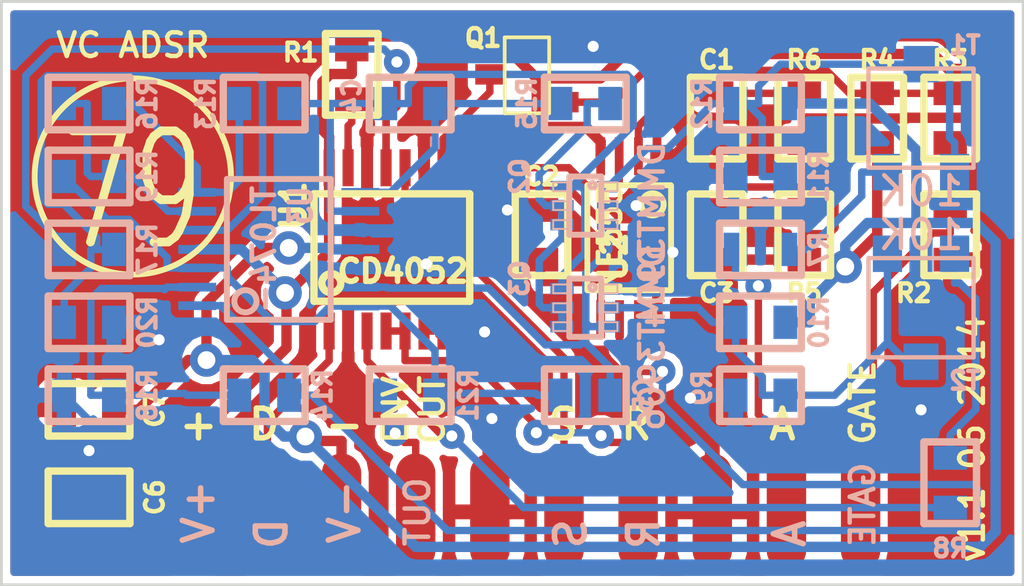
<source format=kicad_pcb>
(kicad_pcb (version 3) (host pcbnew "(2013-07-07 BZR 4022)-stable")

  (general
    (links 93)
    (no_connects 0)
    (area 97.949999 73.896967 135.940111 99.179)
    (thickness 1.6)
    (drawings 25)
    (tracks 549)
    (zones 0)
    (modules 37)
    (nets 32)
  )

  (page A3)
  (layers
    (15 F.Cu signal hide)
    (0 B.Cu signal hide)
    (16 B.Adhes user)
    (17 F.Adhes user)
    (18 B.Paste user)
    (19 F.Paste user)
    (20 B.SilkS user)
    (21 F.SilkS user)
    (22 B.Mask user)
    (23 F.Mask user)
    (24 Dwgs.User user)
    (25 Cmts.User user)
    (26 Eco1.User user)
    (27 Eco2.User user)
    (28 Edge.Cuts user)
  )

  (setup
    (last_trace_width 0.254)
    (trace_clearance 0.254)
    (zone_clearance 0.254)
    (zone_45_only no)
    (trace_min 0.254)
    (segment_width 0.2)
    (edge_width 0.1)
    (via_size 0.889)
    (via_drill 0.381)
    (via_min_size 0.889)
    (via_min_drill 0.381)
    (uvia_size 0.508)
    (uvia_drill 0.127)
    (uvias_allowed no)
    (uvia_min_size 0.508)
    (uvia_min_drill 0.127)
    (pcb_text_width 0.3)
    (pcb_text_size 1.5 1.5)
    (mod_edge_width 0.15)
    (mod_text_size 1 1)
    (mod_text_width 0.15)
    (pad_size 1.5 1.5)
    (pad_drill 0.6)
    (pad_to_mask_clearance 0)
    (aux_axis_origin 0 0)
    (visible_elements 7FFFBF7F)
    (pcbplotparams
      (layerselection 284196865)
      (usegerberextensions true)
      (excludeedgelayer true)
      (linewidth 0.150000)
      (plotframeref false)
      (viasonmask false)
      (mode 1)
      (useauxorigin false)
      (hpglpennumber 1)
      (hpglpenspeed 20)
      (hpglpendiameter 15)
      (hpglpenoverlay 2)
      (psnegative false)
      (psa4output false)
      (plotreference true)
      (plotvalue false)
      (plotothertext true)
      (plotinvisibletext false)
      (padsonsilk false)
      (subtractmaskfromsilk true)
      (outputformat 1)
      (mirror false)
      (drillshape 0)
      (scaleselection 1)
      (outputdirectory Gerbers/v3.0/))
  )

  (net 0 "")
  (net 1 +12V)
  (net 2 -12V)
  (net 3 ATTACK)
  (net 4 DECAY)
  (net 5 "ENV OUT")
  (net 6 GATE)
  (net 7 GND)
  (net 8 "Net-(C1-Pad1)")
  (net 9 "Net-(C1-Pad2)")
  (net 10 "Net-(C2-Pad1)")
  (net 11 "Net-(C4-Pad1)")
  (net 12 "Net-(C4-Pad2)")
  (net 13 "Net-(C5-Pad1)")
  (net 14 "Net-(C5-Pad2)")
  (net 15 "Net-(Q1-Pad2)")
  (net 16 "Net-(Q2-Pad1)")
  (net 17 "Net-(Q2-Pad4)")
  (net 18 "Net-(Q3-Pad2)")
  (net 19 "Net-(R1-Pad2)")
  (net 20 "Net-(R13-Pad2)")
  (net 21 "Net-(R14-Pad1)")
  (net 22 "Net-(R14-Pad2)")
  (net 23 "Net-(R16-Pad2)")
  (net 24 "Net-(R17-Pad1)")
  (net 25 "Net-(R17-Pad2)")
  (net 26 "Net-(R7-Pad2)")
  (net 27 "Net-(R8-Pad1)")
  (net 28 "Net-(R8-Pad2)")
  (net 29 "Net-(U1-Pad9)")
  (net 30 RELEASE)
  (net 31 SUSTAIN)

  (net_class Default "This is the default net class."
    (clearance 0.254)
    (trace_width 0.254)
    (via_dia 0.889)
    (via_drill 0.381)
    (uvia_dia 0.508)
    (uvia_drill 0.127)
    (add_net "")
    (add_net GND)
    (add_net "Net-(C1-Pad1)")
    (add_net "Net-(C1-Pad2)")
    (add_net "Net-(C2-Pad1)")
    (add_net "Net-(C4-Pad1)")
    (add_net "Net-(C4-Pad2)")
    (add_net "Net-(C5-Pad1)")
    (add_net "Net-(C5-Pad2)")
    (add_net "Net-(Q1-Pad2)")
    (add_net "Net-(Q2-Pad1)")
    (add_net "Net-(Q2-Pad4)")
    (add_net "Net-(Q3-Pad2)")
    (add_net "Net-(R1-Pad2)")
    (add_net "Net-(R13-Pad2)")
    (add_net "Net-(R14-Pad1)")
    (add_net "Net-(R14-Pad2)")
    (add_net "Net-(R16-Pad2)")
    (add_net "Net-(R17-Pad1)")
    (add_net "Net-(R17-Pad2)")
    (add_net "Net-(R7-Pad2)")
    (add_net "Net-(R8-Pad1)")
    (add_net "Net-(R8-Pad2)")
    (add_net "Net-(U1-Pad9)")
  )

  (net_class POWER ""
    (clearance 0.254)
    (trace_width 0.3556)
    (via_dia 1.143)
    (via_drill 0.6096)
    (uvia_dia 0.508)
    (uvia_drill 0.127)
    (add_net +12V)
    (add_net -12V)
  )

  (net_class SIGNAL ""
    (clearance 0.254)
    (trace_width 0.254)
    (via_dia 0.889)
    (via_drill 0.381)
    (uvia_dia 0.508)
    (uvia_drill 0.127)
    (add_net ATTACK)
    (add_net DECAY)
    (add_net "ENV OUT")
    (add_net GATE)
    (add_net RELEASE)
    (add_net SUSTAIN)
  )

  (module TSSOP8-JRL (layer F.Cu) (tedit 53A079DC) (tstamp 52EC3E46)
    (at 119.5 82.5 180)
    (path /52EA6826)
    (attr smd)
    (fp_text reference U2 (at 0.5 -0.75 270) (layer F.SilkS)
      (effects (font (size 0.8128 0.8128) (thickness 0.1905)))
    )
    (fp_text value NE555 (at 0.65 -0.1 270) (layer F.SilkS)
      (effects (font (size 0.762 0.762) (thickness 0.16002)))
    )
    (fp_line (start -1.43 -1.9) (end 1.43 -1.9) (layer F.SilkS) (width 0.2))
    (fp_line (start 1.43 -1.9) (end 1.43 1.7) (layer F.SilkS) (width 0.2))
    (fp_line (start 1.43 1.7) (end -1.43 1.7) (layer F.SilkS) (width 0.2))
    (fp_line (start -1.438 1.678) (end -1.438 -1.878) (layer F.SilkS) (width 0.2))
    (fp_circle (center -0.803 1.043) (end -1.184 1.043) (layer F.SilkS) (width 0.2))
    (pad 1 smd rect (at -0.9554 2.694 180) (size 0.29972 1.30048)
      (layers F.Cu F.Paste F.Mask)
      (net 7 GND)
    )
    (pad 2 smd rect (at -0.3204 2.694 180) (size 0.29972 1.30048)
      (layers F.Cu F.Paste F.Mask)
      (net 9 "Net-(C1-Pad2)")
    )
    (pad 3 smd rect (at 0.34 2.694 180) (size 0.29972 1.30048)
      (layers F.Cu F.Paste F.Mask)
      (net 29 "Net-(U1-Pad9)")
    )
    (pad 4 smd rect (at 0.975 2.694 180) (size 0.29972 1.30048)
      (layers F.Cu F.Paste F.Mask)
      (net 1 +12V)
    )
    (pad 5 smd rect (at 0.975 -2.894 180) (size 0.29972 1.30048)
      (layers F.Cu F.Paste F.Mask)
      (net 10 "Net-(C2-Pad1)")
    )
    (pad 6 smd rect (at 0.3273 -2.894 180) (size 0.29972 1.30048)
      (layers F.Cu F.Paste F.Mask)
      (net 21 "Net-(R14-Pad1)")
    )
    (pad 7 smd rect (at -0.3204 -2.894 180) (size 0.29972 1.30048)
      (layers F.Cu F.Paste F.Mask)
    )
    (pad 8 smd rect (at -0.9681 -2.894 180) (size 0.29972 1.30048)
      (layers F.Cu F.Paste F.Mask)
      (net 1 +12V)
    )
    (model smd\smd_dil\tssop-14.wrl
      (at (xyz 0 0 0))
      (scale (xyz 1 1 1))
      (rotate (xyz 0 0 0))
    )
  )

  (module TSSOP16 (layer F.Cu) (tedit 53A079D8) (tstamp 52EC3E5F)
    (at 111.5 83)
    (path /52E9DAA2)
    (attr smd)
    (fp_text reference U1 (at -3.5 -1.5 90) (layer F.SilkS)
      (effects (font (size 0.8128 0.8128) (thickness 0.1905)))
    )
    (fp_text value CD4052 (at 0.24892 0.7493) (layer F.SilkS)
      (effects (font (size 0.762 0.762) (thickness 0.1905)))
    )
    (fp_line (start -2.794 -1.905) (end 2.54 -1.905) (layer F.SilkS) (width 0.254))
    (fp_line (start 2.54 -1.905) (end 2.54 1.778) (layer F.SilkS) (width 0.254))
    (fp_line (start 2.54 1.778) (end -2.794 1.778) (layer F.SilkS) (width 0.254))
    (fp_line (start -2.794 1.778) (end -2.794 -1.905) (layer F.SilkS) (width 0.254))
    (fp_circle (center -2.20218 1.15824) (end -2.40538 1.41224) (layer F.SilkS) (width 0.254))
    (pad 1 smd rect (at -2.27584 2.79908) (size 0.381 1.27)
      (layers F.Cu F.Paste F.Mask)
      (net 4 DECAY)
    )
    (pad 2 smd rect (at -1.6256 2.79908) (size 0.381 1.27)
      (layers F.Cu F.Paste F.Mask)
      (net 7 GND)
    )
    (pad 3 smd rect (at -0.97536 2.79908) (size 0.381 1.27)
      (layers F.Cu F.Paste F.Mask)
      (net 27 "Net-(R8-Pad1)")
    )
    (pad 4 smd rect (at -0.32512 2.79908) (size 0.381 1.27)
      (layers F.Cu F.Paste F.Mask)
      (net 30 RELEASE)
    )
    (pad 5 smd rect (at 0.32512 2.79908) (size 0.381 1.27)
      (layers F.Cu F.Paste F.Mask)
      (net 30 RELEASE)
    )
    (pad 6 smd rect (at 0.97536 2.79908) (size 0.381 1.27)
      (layers F.Cu F.Paste F.Mask)
      (net 7 GND)
    )
    (pad 7 smd rect (at 1.6256 2.79908) (size 0.381 1.27)
      (layers F.Cu F.Paste F.Mask)
      (net 7 GND)
    )
    (pad 8 smd rect (at 2.27584 2.79908) (size 0.381 1.27)
      (layers F.Cu F.Paste F.Mask)
      (net 7 GND)
    )
    (pad 9 smd rect (at 2.27584 -2.79908) (size 0.381 1.27)
      (layers F.Cu F.Paste F.Mask)
      (net 29 "Net-(U1-Pad9)")
    )
    (pad 10 smd rect (at 1.6256 -2.79908) (size 0.381 1.27)
      (layers F.Cu F.Paste F.Mask)
      (net 8 "Net-(C1-Pad1)")
    )
    (pad 11 smd rect (at 0.97536 -2.79908) (size 0.381 1.27)
      (layers F.Cu F.Paste F.Mask)
      (net 7 GND)
    )
    (pad 12 smd rect (at 0.32512 -2.79908) (size 0.381 1.27)
      (layers F.Cu F.Paste F.Mask)
      (net 31 SUSTAIN)
    )
    (pad 13 smd rect (at -0.32512 -2.79908) (size 0.381 1.27)
      (layers F.Cu F.Paste F.Mask)
      (net 24 "Net-(R17-Pad1)")
    )
    (pad 14 smd rect (at -0.97536 -2.79908) (size 0.381 1.27)
      (layers F.Cu F.Paste F.Mask)
      (net 7 GND)
    )
    (pad 15 smd rect (at -1.6256 -2.79908) (size 0.381 1.27)
      (layers F.Cu F.Paste F.Mask)
      (net 19 "Net-(R1-Pad2)")
    )
    (pad 16 smd rect (at -2.27584 -2.79908) (size 0.381 1.27)
      (layers F.Cu F.Paste F.Mask)
      (net 1 +12V)
    )
    (model smd\smd_dil\tssop-16.wrl
      (at (xyz 0 0 0))
      (scale (xyz 1 1 1))
      (rotate (xyz 0 0 0))
    )
  )

  (module TSSOP14 (layer B.Cu) (tedit 52F02B6A) (tstamp 52EC3E76)
    (at 107.5 83 90)
    (path /52E9CC88)
    (attr smd)
    (fp_text reference U3 (at 1.5 0.75 270) (layer B.SilkS)
      (effects (font (size 0.762 0.635) (thickness 0.16002)) (justify mirror))
    )
    (fp_text value TL074- (at 0 -0.508 90) (layer B.SilkS)
      (effects (font (size 0.762 0.762) (thickness 0.16002)) (justify mirror))
    )
    (fp_line (start -2.413 1.778) (end 2.413 1.778) (layer B.SilkS) (width 0.2032))
    (fp_line (start 2.413 1.778) (end 2.413 -1.778) (layer B.SilkS) (width 0.2032))
    (fp_line (start 2.413 -1.778) (end -2.413 -1.778) (layer B.SilkS) (width 0.2032))
    (fp_line (start -2.413 -1.778) (end -2.413 1.778) (layer B.SilkS) (width 0.2032))
    (fp_circle (center -1.778 -1.143) (end -2.159 -1.143) (layer B.SilkS) (width 0.2032))
    (pad 1 smd rect (at -1.9304 -2.794 90) (size 0.29972 1.30048)
      (layers B.Cu B.Paste B.Mask)
      (net 21 "Net-(R14-Pad1)")
    )
    (pad 2 smd rect (at -1.2954 -2.794 90) (size 0.29972 1.30048)
      (layers B.Cu B.Paste B.Mask)
      (net 22 "Net-(R14-Pad2)")
    )
    (pad 3 smd rect (at -0.635 -2.794 90) (size 0.29972 1.30048)
      (layers B.Cu B.Paste B.Mask)
      (net 13 "Net-(C5-Pad1)")
    )
    (pad 4 smd rect (at 0 -2.794 90) (size 0.29972 1.30048)
      (layers B.Cu B.Paste B.Mask)
      (net 1 +12V)
    )
    (pad 5 smd rect (at 0.6604 -2.794 90) (size 0.29972 1.30048)
      (layers B.Cu B.Paste B.Mask)
      (net 25 "Net-(R17-Pad2)")
    )
    (pad 6 smd rect (at 1.3081 -2.794 90) (size 0.29972 1.30048)
      (layers B.Cu B.Paste B.Mask)
      (net 23 "Net-(R16-Pad2)")
    )
    (pad 7 smd rect (at 1.9558 -2.794 90) (size 0.29972 1.30048)
      (layers B.Cu B.Paste B.Mask)
      (net 20 "Net-(R13-Pad2)")
    )
    (pad 8 smd rect (at 1.9558 2.794 90) (size 0.29972 1.30048)
      (layers B.Cu B.Paste B.Mask)
      (net 11 "Net-(C4-Pad1)")
    )
    (pad 9 smd rect (at 1.3081 2.794 90) (size 0.29972 1.30048)
      (layers B.Cu B.Paste B.Mask)
      (net 12 "Net-(C4-Pad2)")
    )
    (pad 10 smd rect (at 0.6604 2.794 90) (size 0.29972 1.30048)
      (layers B.Cu B.Paste B.Mask)
      (net 7 GND)
    )
    (pad 11 smd rect (at 0 2.794 90) (size 0.29972 1.30048)
      (layers B.Cu B.Paste B.Mask)
      (net 2 -12V)
    )
    (pad 12 smd rect (at -0.6477 2.794 90) (size 0.29972 1.30048)
      (layers B.Cu B.Paste B.Mask)
      (net 7 GND)
    )
    (pad 13 smd rect (at -1.2954 2.794 90) (size 0.29972 1.30048)
      (layers B.Cu B.Paste B.Mask)
      (net 14 "Net-(C5-Pad2)")
    )
    (pad 14 smd rect (at -1.9431 2.794 90) (size 0.29972 1.30048)
      (layers B.Cu B.Paste B.Mask)
      (net 13 "Net-(C5-Pad1)")
    )
    (model smd\smd_dil\tssop-14.wrl
      (at (xyz 0 0 0))
      (scale (xyz 1 1 1))
      (rotate (xyz 0 0 0))
    )
  )

  (module SOT363-JRL (layer B.Cu) (tedit 53A055FA) (tstamp 52EFBA56)
    (at 118 85 270)
    (descr "SMALL OUTLINE TRANSISTOR; 6 LEADS")
    (tags "SMALL OUTLINE TRANSISTOR; 6 LEADS")
    (path /52EA83F8)
    (attr smd)
    (fp_text reference Q3 (at -1 2.25 270) (layer B.SilkS)
      (effects (font (size 0.6096 0.6096) (thickness 0.1524)) (justify mirror))
    )
    (fp_text value DMMT3906 (at 1.016 -2.286 270) (layer B.SilkS)
      (effects (font (size 0.8128 0.8128) (thickness 0.1524)) (justify mirror))
    )
    (fp_line (start -0.79756 -1.09982) (end -0.49784 -1.09982) (layer B.SilkS) (width 0.06604))
    (fp_line (start -0.49784 -1.09982) (end -0.49784 -0.59944) (layer B.SilkS) (width 0.06604))
    (fp_line (start -0.79756 -0.59944) (end -0.49784 -0.59944) (layer B.SilkS) (width 0.06604))
    (fp_line (start -0.79756 -1.09982) (end -0.79756 -0.59944) (layer B.SilkS) (width 0.06604))
    (fp_line (start -0.14986 -1.09982) (end 0.14986 -1.09982) (layer B.SilkS) (width 0.06604))
    (fp_line (start 0.14986 -1.09982) (end 0.14986 -0.59944) (layer B.SilkS) (width 0.06604))
    (fp_line (start -0.14986 -0.59944) (end 0.14986 -0.59944) (layer B.SilkS) (width 0.06604))
    (fp_line (start -0.14986 -1.09982) (end -0.14986 -0.59944) (layer B.SilkS) (width 0.06604))
    (fp_line (start 0.49784 -1.09982) (end 0.79756 -1.09982) (layer B.SilkS) (width 0.06604))
    (fp_line (start 0.79756 -1.09982) (end 0.79756 -0.59944) (layer B.SilkS) (width 0.06604))
    (fp_line (start 0.49784 -0.59944) (end 0.79756 -0.59944) (layer B.SilkS) (width 0.06604))
    (fp_line (start 0.49784 -1.09982) (end 0.49784 -0.59944) (layer B.SilkS) (width 0.06604))
    (fp_line (start 0.49784 0.59944) (end 0.79756 0.59944) (layer B.SilkS) (width 0.06604))
    (fp_line (start 0.79756 0.59944) (end 0.79756 1.09982) (layer B.SilkS) (width 0.06604))
    (fp_line (start 0.49784 1.09982) (end 0.79756 1.09982) (layer B.SilkS) (width 0.06604))
    (fp_line (start 0.49784 0.59944) (end 0.49784 1.09982) (layer B.SilkS) (width 0.06604))
    (fp_line (start -0.14986 0.59944) (end 0.14986 0.59944) (layer B.SilkS) (width 0.06604))
    (fp_line (start 0.14986 0.59944) (end 0.14986 1.09982) (layer B.SilkS) (width 0.06604))
    (fp_line (start -0.14986 1.09982) (end 0.14986 1.09982) (layer B.SilkS) (width 0.06604))
    (fp_line (start -0.14986 0.59944) (end -0.14986 1.09982) (layer B.SilkS) (width 0.06604))
    (fp_line (start -0.79756 0.59944) (end -0.49784 0.59944) (layer B.SilkS) (width 0.06604))
    (fp_line (start -0.49784 0.59944) (end -0.49784 1.09982) (layer B.SilkS) (width 0.06604))
    (fp_line (start -0.79756 1.09982) (end -0.49784 1.09982) (layer B.SilkS) (width 0.06604))
    (fp_line (start -0.79756 0.59944) (end -0.79756 1.09982) (layer B.SilkS) (width 0.06604))
    (fp_line (start -0.99822 0.54864) (end 0.99822 0.54864) (layer B.SilkS) (width 0.2032))
    (fp_line (start 0.99822 0.54864) (end 0.99822 -0.54864) (layer B.SilkS) (width 0.2032))
    (fp_line (start 0.99822 -0.54864) (end -0.99822 -0.54864) (layer B.SilkS) (width 0.2032))
    (fp_line (start -0.99822 -0.54864) (end -0.99822 0.54864) (layer B.SilkS) (width 0.2032))
    (fp_circle (center -0.6985 -0.24892) (end -0.77216 -0.32258) (layer B.SilkS) (width 0.1524))
    (pad 1 smd rect (at -0.6477 -0.79756 270) (size 0.39878 0.79756)
      (layers B.Cu B.Paste B.Mask)
      (net 7 GND)
    )
    (pad 2 smd rect (at 0 -0.79756 270) (size 0.39878 0.79756)
      (layers B.Cu B.Paste B.Mask)
      (net 18 "Net-(Q3-Pad2)")
    )
    (pad 3 smd rect (at 0.6477 -0.79756 270) (size 0.39878 0.79756)
      (layers B.Cu B.Paste B.Mask)
      (net 14 "Net-(C5-Pad2)")
    )
    (pad 4 smd rect (at 0.6477 0.79756 270) (size 0.39878 0.79756)
      (layers B.Cu B.Paste B.Mask)
      (net 17 "Net-(Q2-Pad4)")
    )
    (pad 5 smd rect (at 0 0.79756 270) (size 0.39878 0.79756)
      (layers B.Cu B.Paste B.Mask)
      (net 17 "Net-(Q2-Pad4)")
    )
    (pad 6 smd rect (at -0.6477 0.79756 270) (size 0.39878 0.79756)
      (layers B.Cu B.Paste B.Mask)
      (net 12 "Net-(C4-Pad2)")
    )
  )

  (module SOT363-JRL (layer B.Cu) (tedit 53A05601) (tstamp 52EFBA7E)
    (at 118 81.5 270)
    (descr "SMALL OUTLINE TRANSISTOR; 6 LEADS")
    (tags "SMALL OUTLINE TRANSISTOR; 6 LEADS")
    (path /52EA83E9)
    (attr smd)
    (fp_text reference Q2 (at -1 2.25 270) (layer B.SilkS)
      (effects (font (size 0.6096 0.6096) (thickness 0.1524)) (justify mirror))
    )
    (fp_text value DMMT3904 (at 1.016 -2.286 270) (layer B.SilkS)
      (effects (font (size 0.8128 0.8128) (thickness 0.1524)) (justify mirror))
    )
    (fp_line (start -0.79756 -1.09982) (end -0.49784 -1.09982) (layer B.SilkS) (width 0.06604))
    (fp_line (start -0.49784 -1.09982) (end -0.49784 -0.59944) (layer B.SilkS) (width 0.06604))
    (fp_line (start -0.79756 -0.59944) (end -0.49784 -0.59944) (layer B.SilkS) (width 0.06604))
    (fp_line (start -0.79756 -1.09982) (end -0.79756 -0.59944) (layer B.SilkS) (width 0.06604))
    (fp_line (start -0.14986 -1.09982) (end 0.14986 -1.09982) (layer B.SilkS) (width 0.06604))
    (fp_line (start 0.14986 -1.09982) (end 0.14986 -0.59944) (layer B.SilkS) (width 0.06604))
    (fp_line (start -0.14986 -0.59944) (end 0.14986 -0.59944) (layer B.SilkS) (width 0.06604))
    (fp_line (start -0.14986 -1.09982) (end -0.14986 -0.59944) (layer B.SilkS) (width 0.06604))
    (fp_line (start 0.49784 -1.09982) (end 0.79756 -1.09982) (layer B.SilkS) (width 0.06604))
    (fp_line (start 0.79756 -1.09982) (end 0.79756 -0.59944) (layer B.SilkS) (width 0.06604))
    (fp_line (start 0.49784 -0.59944) (end 0.79756 -0.59944) (layer B.SilkS) (width 0.06604))
    (fp_line (start 0.49784 -1.09982) (end 0.49784 -0.59944) (layer B.SilkS) (width 0.06604))
    (fp_line (start 0.49784 0.59944) (end 0.79756 0.59944) (layer B.SilkS) (width 0.06604))
    (fp_line (start 0.79756 0.59944) (end 0.79756 1.09982) (layer B.SilkS) (width 0.06604))
    (fp_line (start 0.49784 1.09982) (end 0.79756 1.09982) (layer B.SilkS) (width 0.06604))
    (fp_line (start 0.49784 0.59944) (end 0.49784 1.09982) (layer B.SilkS) (width 0.06604))
    (fp_line (start -0.14986 0.59944) (end 0.14986 0.59944) (layer B.SilkS) (width 0.06604))
    (fp_line (start 0.14986 0.59944) (end 0.14986 1.09982) (layer B.SilkS) (width 0.06604))
    (fp_line (start -0.14986 1.09982) (end 0.14986 1.09982) (layer B.SilkS) (width 0.06604))
    (fp_line (start -0.14986 0.59944) (end -0.14986 1.09982) (layer B.SilkS) (width 0.06604))
    (fp_line (start -0.79756 0.59944) (end -0.49784 0.59944) (layer B.SilkS) (width 0.06604))
    (fp_line (start -0.49784 0.59944) (end -0.49784 1.09982) (layer B.SilkS) (width 0.06604))
    (fp_line (start -0.79756 1.09982) (end -0.49784 1.09982) (layer B.SilkS) (width 0.06604))
    (fp_line (start -0.79756 0.59944) (end -0.79756 1.09982) (layer B.SilkS) (width 0.06604))
    (fp_line (start -0.99822 0.54864) (end 0.99822 0.54864) (layer B.SilkS) (width 0.2032))
    (fp_line (start 0.99822 0.54864) (end 0.99822 -0.54864) (layer B.SilkS) (width 0.2032))
    (fp_line (start 0.99822 -0.54864) (end -0.99822 -0.54864) (layer B.SilkS) (width 0.2032))
    (fp_line (start -0.99822 -0.54864) (end -0.99822 0.54864) (layer B.SilkS) (width 0.2032))
    (fp_circle (center -0.6985 -0.24892) (end -0.77216 -0.32258) (layer B.SilkS) (width 0.1524))
    (pad 1 smd rect (at -0.6477 -0.79756 270) (size 0.39878 0.79756)
      (layers B.Cu B.Paste B.Mask)
      (net 16 "Net-(Q2-Pad1)")
    )
    (pad 2 smd rect (at 0 -0.79756 270) (size 0.39878 0.79756)
      (layers B.Cu B.Paste B.Mask)
      (net 7 GND)
    )
    (pad 3 smd rect (at 0.6477 -0.79756 270) (size 0.39878 0.79756)
      (layers B.Cu B.Paste B.Mask)
      (net 14 "Net-(C5-Pad2)")
    )
    (pad 4 smd rect (at 0.6477 0.79756 270) (size 0.39878 0.79756)
      (layers B.Cu B.Paste B.Mask)
      (net 17 "Net-(Q2-Pad4)")
    )
    (pad 5 smd rect (at 0 0.79756 270) (size 0.39878 0.79756)
      (layers B.Cu B.Paste B.Mask)
      (net 17 "Net-(Q2-Pad4)")
    )
    (pad 6 smd rect (at -0.6477 0.79756 270) (size 0.39878 0.79756)
      (layers B.Cu B.Paste B.Mask)
      (net 12 "Net-(C4-Pad2)")
    )
  )

  (module SOT23-JRL (layer F.Cu) (tedit 53A05487) (tstamp 52EF2878)
    (at 116 77 90)
    (tags SOT23)
    (path /52EA6833)
    (fp_text reference Q1 (at 1.25 -1.5 180) (layer F.SilkS)
      (effects (font (size 0.6096 0.6096) (thickness 0.1524)))
    )
    (fp_text value 2N3904 (at 0.0635 0 90) (layer F.SilkS) hide
      (effects (font (size 0.8128 0.8128) (thickness 0.1524)))
    )
    (fp_line (start 1.27 0.762) (end -1.3335 0.762) (layer F.SilkS) (width 0.127))
    (fp_line (start -1.3335 0.762) (end -1.3335 -0.762) (layer F.SilkS) (width 0.127))
    (fp_line (start -1.3335 -0.762) (end 1.27 -0.762) (layer F.SilkS) (width 0.127))
    (fp_line (start 1.27 -0.762) (end 1.27 0.762) (layer F.SilkS) (width 0.127))
    (pad 3 smd rect (at 0 -1.27 90) (size 0.70104 1.00076)
      (layers F.Cu F.Paste F.Mask)
      (net 8 "Net-(C1-Pad1)")
    )
    (pad 1 smd rect (at 0.9525 1.27 90) (size 0.70104 1.00076)
      (layers F.Cu F.Paste F.Mask)
      (net 7 GND)
    )
    (pad 2 smd rect (at -0.9525 1.27 90) (size 0.70104 1.00076)
      (layers F.Cu F.Paste F.Mask)
      (net 15 "Net-(Q1-Pad2)")
    )
    (model smd/SOT23_6.wrl
      (at (xyz 0 0 0))
      (scale (xyz 0.11 0.11 0.11))
      (rotate (xyz 0 0 -180))
    )
  )

  (module SM0603-JRL (layer B.Cu) (tedit 52F02B8C) (tstamp 52EC3ED9)
    (at 124 88)
    (path /52EA8356)
    (attr smd)
    (fp_text reference R9 (at -2 -0.25 90) (layer B.SilkS)
      (effects (font (size 0.6096 0.6096) (thickness 0.1524)) (justify mirror))
    )
    (fp_text value 2.2K (at 0 0) (layer B.SilkS) hide
      (effects (font (size 0.508 0.4572) (thickness 0.1143)) (justify mirror))
    )
    (fp_line (start -1.4 -0.9) (end 1.4 -0.9) (layer B.SilkS) (width 0.254))
    (fp_line (start 1.4 -0.9) (end 1.4 0.9) (layer B.SilkS) (width 0.254))
    (fp_line (start 1.4 0.9) (end -1.4 0.9) (layer B.SilkS) (width 0.254))
    (fp_line (start -1.4 0.9) (end -1.4 -0.9) (layer B.SilkS) (width 0.254))
    (pad 1 smd rect (at -0.8509 0) (size 0.8128 1.143)
      (layers B.Cu B.Paste B.Mask)
      (net 7 GND)
    )
    (pad 2 smd rect (at 0.8509 0) (size 0.8128 1.143)
      (layers B.Cu B.Paste B.Mask)
      (net 18 "Net-(Q3-Pad2)")
    )
    (model smd\resistors\R0603.wrl
      (at (xyz 0 0 0.001))
      (scale (xyz 0.5 0.5 0.5))
      (rotate (xyz 0 0 0))
    )
  )

  (module SM0603-JRL (layer F.Cu) (tedit 52F02A9D) (tstamp 52EF286C)
    (at 128 78.5 270)
    (path /52EA68F7)
    (attr smd)
    (fp_text reference R4 (at -2 0 360) (layer F.SilkS)
      (effects (font (size 0.6096 0.6096) (thickness 0.1524)))
    )
    (fp_text value 330K (at 0 0 270) (layer F.SilkS) hide
      (effects (font (size 0.508 0.4572) (thickness 0.1143)))
    )
    (fp_line (start -1.4 0.9) (end 1.4 0.9) (layer F.SilkS) (width 0.254))
    (fp_line (start 1.4 0.9) (end 1.4 -0.9) (layer F.SilkS) (width 0.254))
    (fp_line (start 1.4 -0.9) (end -1.4 -0.9) (layer F.SilkS) (width 0.254))
    (fp_line (start -1.4 -0.9) (end -1.4 0.9) (layer F.SilkS) (width 0.254))
    (pad 1 smd rect (at -0.8509 0 270) (size 0.8128 1.143)
      (layers F.Cu F.Paste F.Mask)
      (net 15 "Net-(Q1-Pad2)")
    )
    (pad 2 smd rect (at 0.8509 0 270) (size 0.8128 1.143)
      (layers F.Cu F.Paste F.Mask)
      (net 2 -12V)
    )
    (model smd\resistors\R0603.wrl
      (at (xyz 0 0 0.001))
      (scale (xyz 0.5 0.5 0.5))
      (rotate (xyz 0 0 0))
    )
  )

  (module SM0603-JRL (layer F.Cu) (tedit 52F02A96) (tstamp 52EC3EED)
    (at 122.5 78.5 90)
    (path /52EA6BA1)
    (attr smd)
    (fp_text reference C1 (at 2 0 180) (layer F.SilkS)
      (effects (font (size 0.6096 0.6096) (thickness 0.1524)))
    )
    (fp_text value 100n (at 0 0 90) (layer F.SilkS) hide
      (effects (font (size 0.508 0.4572) (thickness 0.1143)))
    )
    (fp_line (start -1.4 0.9) (end 1.4 0.9) (layer F.SilkS) (width 0.254))
    (fp_line (start 1.4 0.9) (end 1.4 -0.9) (layer F.SilkS) (width 0.254))
    (fp_line (start 1.4 -0.9) (end -1.4 -0.9) (layer F.SilkS) (width 0.254))
    (fp_line (start -1.4 -0.9) (end -1.4 0.9) (layer F.SilkS) (width 0.254))
    (pad 1 smd rect (at -0.8509 0 90) (size 0.8128 1.143)
      (layers F.Cu F.Paste F.Mask)
      (net 8 "Net-(C1-Pad1)")
    )
    (pad 2 smd rect (at 0.8509 0 90) (size 0.8128 1.143)
      (layers F.Cu F.Paste F.Mask)
      (net 9 "Net-(C1-Pad2)")
    )
    (model smd\resistors\R0603.wrl
      (at (xyz 0 0 0.001))
      (scale (xyz 0.5 0.5 0.5))
      (rotate (xyz 0 0 0))
    )
  )

  (module SM0603-JRL (layer F.Cu) (tedit 52F02A99) (tstamp 52EC3EF7)
    (at 125.5 78.5 90)
    (path /52EA6BBB)
    (attr smd)
    (fp_text reference R6 (at 2 0 180) (layer F.SilkS)
      (effects (font (size 0.6096 0.6096) (thickness 0.1524)))
    )
    (fp_text value 10K (at 0 0 90) (layer F.SilkS) hide
      (effects (font (size 0.508 0.4572) (thickness 0.1143)))
    )
    (fp_line (start -1.4 0.9) (end 1.4 0.9) (layer F.SilkS) (width 0.254))
    (fp_line (start 1.4 0.9) (end 1.4 -0.9) (layer F.SilkS) (width 0.254))
    (fp_line (start 1.4 -0.9) (end -1.4 -0.9) (layer F.SilkS) (width 0.254))
    (fp_line (start -1.4 -0.9) (end -1.4 0.9) (layer F.SilkS) (width 0.254))
    (pad 1 smd rect (at -0.8509 0 90) (size 0.8128 1.143)
      (layers F.Cu F.Paste F.Mask)
      (net 1 +12V)
    )
    (pad 2 smd rect (at 0.8509 0 90) (size 0.8128 1.143)
      (layers F.Cu F.Paste F.Mask)
      (net 9 "Net-(C1-Pad2)")
    )
    (model smd\resistors\R0603.wrl
      (at (xyz 0 0 0.001))
      (scale (xyz 0.5 0.5 0.5))
      (rotate (xyz 0 0 0))
    )
  )

  (module SM0603-JRL (layer F.Cu) (tedit 52F02AB3) (tstamp 52EC3F01)
    (at 116.5 82.5 90)
    (path /52EA7373)
    (attr smd)
    (fp_text reference C2 (at 2 0 180) (layer F.SilkS)
      (effects (font (size 0.6096 0.6096) (thickness 0.1524)))
    )
    (fp_text value 0.01μ (at 0 0 90) (layer F.SilkS) hide
      (effects (font (size 0.508 0.4572) (thickness 0.1143)))
    )
    (fp_line (start -1.4 0.9) (end 1.4 0.9) (layer F.SilkS) (width 0.254))
    (fp_line (start 1.4 0.9) (end 1.4 -0.9) (layer F.SilkS) (width 0.254))
    (fp_line (start 1.4 -0.9) (end -1.4 -0.9) (layer F.SilkS) (width 0.254))
    (fp_line (start -1.4 -0.9) (end -1.4 0.9) (layer F.SilkS) (width 0.254))
    (pad 1 smd rect (at -0.8509 0 90) (size 0.8128 1.143)
      (layers F.Cu F.Paste F.Mask)
      (net 10 "Net-(C2-Pad1)")
    )
    (pad 2 smd rect (at 0.8509 0 90) (size 0.8128 1.143)
      (layers F.Cu F.Paste F.Mask)
      (net 7 GND)
    )
    (model smd\resistors\R0603.wrl
      (at (xyz 0 0 0.001))
      (scale (xyz 0.5 0.5 0.5))
      (rotate (xyz 0 0 0))
    )
  )

  (module SM0603-JRL (layer B.Cu) (tedit 52F02B5A) (tstamp 52EC3F0B)
    (at 107 88 180)
    (path /52EA7939)
    (attr smd)
    (fp_text reference R14 (at -2 0 270) (layer B.SilkS)
      (effects (font (size 0.6096 0.6096) (thickness 0.1524)) (justify mirror))
    )
    (fp_text value 56K** (at 0 0 180) (layer B.SilkS) hide
      (effects (font (size 0.508 0.4572) (thickness 0.1143)) (justify mirror))
    )
    (fp_line (start -1.4 -0.9) (end 1.4 -0.9) (layer B.SilkS) (width 0.254))
    (fp_line (start 1.4 -0.9) (end 1.4 0.9) (layer B.SilkS) (width 0.254))
    (fp_line (start 1.4 0.9) (end -1.4 0.9) (layer B.SilkS) (width 0.254))
    (fp_line (start -1.4 0.9) (end -1.4 -0.9) (layer B.SilkS) (width 0.254))
    (pad 1 smd rect (at -0.8509 0 180) (size 0.8128 1.143)
      (layers B.Cu B.Paste B.Mask)
      (net 21 "Net-(R14-Pad1)")
    )
    (pad 2 smd rect (at 0.8509 0 180) (size 0.8128 1.143)
      (layers B.Cu B.Paste B.Mask)
      (net 22 "Net-(R14-Pad2)")
    )
    (model smd\resistors\R0603.wrl
      (at (xyz 0 0 0.001))
      (scale (xyz 0.5 0.5 0.5))
      (rotate (xyz 0 0 0))
    )
  )

  (module SM0603-JRL (layer B.Cu) (tedit 52F02B54) (tstamp 52EC3F15)
    (at 101 88 180)
    (path /52EA793F)
    (attr smd)
    (fp_text reference R18 (at -2 0 270) (layer B.SilkS)
      (effects (font (size 0.6096 0.6096) (thickness 0.1524)) (justify mirror))
    )
    (fp_text value 91K (at 0 0 180) (layer B.SilkS) hide
      (effects (font (size 0.508 0.4572) (thickness 0.1143)) (justify mirror))
    )
    (fp_line (start -1.4 -0.9) (end 1.4 -0.9) (layer B.SilkS) (width 0.254))
    (fp_line (start 1.4 -0.9) (end 1.4 0.9) (layer B.SilkS) (width 0.254))
    (fp_line (start 1.4 0.9) (end -1.4 0.9) (layer B.SilkS) (width 0.254))
    (fp_line (start -1.4 0.9) (end -1.4 -0.9) (layer B.SilkS) (width 0.254))
    (pad 1 smd rect (at -0.8509 0 180) (size 0.8128 1.143)
      (layers B.Cu B.Paste B.Mask)
      (net 22 "Net-(R14-Pad2)")
    )
    (pad 2 smd rect (at 0.8509 0 180) (size 0.8128 1.143)
      (layers B.Cu B.Paste B.Mask)
      (net 7 GND)
    )
    (model smd\resistors\R0603.wrl
      (at (xyz 0 0 0.001))
      (scale (xyz 0.5 0.5 0.5))
      (rotate (xyz 0 0 0))
    )
  )

  (module SM0603-JRL (layer F.Cu) (tedit 52F02ABA) (tstamp 52EC3F1F)
    (at 122.5 82.5 90)
    (path /52EC40BB)
    (attr smd)
    (fp_text reference C3 (at -2 0 180) (layer F.SilkS)
      (effects (font (size 0.6096 0.6096) (thickness 0.1524)))
    )
    (fp_text value 100n (at 0 0 90) (layer F.SilkS) hide
      (effects (font (size 0.508 0.4572) (thickness 0.1143)))
    )
    (fp_line (start -1.4 0.9) (end 1.4 0.9) (layer F.SilkS) (width 0.254))
    (fp_line (start 1.4 0.9) (end 1.4 -0.9) (layer F.SilkS) (width 0.254))
    (fp_line (start 1.4 -0.9) (end -1.4 -0.9) (layer F.SilkS) (width 0.254))
    (fp_line (start -1.4 -0.9) (end -1.4 0.9) (layer F.SilkS) (width 0.254))
    (pad 1 smd rect (at -0.8509 0 90) (size 0.8128 1.143)
      (layers F.Cu F.Paste F.Mask)
      (net 1 +12V)
    )
    (pad 2 smd rect (at 0.8509 0 90) (size 0.8128 1.143)
      (layers F.Cu F.Paste F.Mask)
      (net 7 GND)
    )
    (model smd\resistors\R0603.wrl
      (at (xyz 0 0 0.001))
      (scale (xyz 0.5 0.5 0.5))
      (rotate (xyz 0 0 0))
    )
  )

  (module SM0603-JRL (layer B.Cu) (tedit 52F02B81) (tstamp 52EF2814)
    (at 124 85.5 180)
    (path /52EA835C)
    (attr smd)
    (fp_text reference R10 (at -2 0 270) (layer B.SilkS)
      (effects (font (size 0.6096 0.6096) (thickness 0.1524)) (justify mirror))
    )
    (fp_text value 270K (at 0 0 180) (layer B.SilkS) hide
      (effects (font (size 0.508 0.4572) (thickness 0.1143)) (justify mirror))
    )
    (fp_line (start -1.4 -0.9) (end 1.4 -0.9) (layer B.SilkS) (width 0.254))
    (fp_line (start 1.4 -0.9) (end 1.4 0.9) (layer B.SilkS) (width 0.254))
    (fp_line (start 1.4 0.9) (end -1.4 0.9) (layer B.SilkS) (width 0.254))
    (fp_line (start -1.4 0.9) (end -1.4 -0.9) (layer B.SilkS) (width 0.254))
    (pad 1 smd rect (at -0.8509 0 180) (size 0.8128 1.143)
      (layers B.Cu B.Paste B.Mask)
      (net 2 -12V)
    )
    (pad 2 smd rect (at 0.8509 0 180) (size 0.8128 1.143)
      (layers B.Cu B.Paste B.Mask)
      (net 18 "Net-(Q3-Pad2)")
    )
    (model smd\resistors\R0603.wrl
      (at (xyz 0 0 0.001))
      (scale (xyz 0.5 0.5 0.5))
      (rotate (xyz 0 0 0))
    )
  )

  (module SM0603-JRL (layer B.Cu) (tedit 52F02B32) (tstamp 52EC3F33)
    (at 124 83)
    (path /52EA8929)
    (attr smd)
    (fp_text reference R7 (at 2 0 90) (layer B.SilkS)
      (effects (font (size 0.6096 0.6096) (thickness 0.1524)) (justify mirror))
    )
    (fp_text value 39K* (at 0 0) (layer B.SilkS) hide
      (effects (font (size 0.508 0.4572) (thickness 0.1143)) (justify mirror))
    )
    (fp_line (start -1.4 -0.9) (end 1.4 -0.9) (layer B.SilkS) (width 0.254))
    (fp_line (start 1.4 -0.9) (end 1.4 0.9) (layer B.SilkS) (width 0.254))
    (fp_line (start 1.4 0.9) (end -1.4 0.9) (layer B.SilkS) (width 0.254))
    (fp_line (start -1.4 0.9) (end -1.4 -0.9) (layer B.SilkS) (width 0.254))
    (pad 1 smd rect (at -0.8509 0) (size 0.8128 1.143)
      (layers B.Cu B.Paste B.Mask)
      (net 3 ATTACK)
    )
    (pad 2 smd rect (at 0.8509 0) (size 0.8128 1.143)
      (layers B.Cu B.Paste B.Mask)
      (net 26 "Net-(R7-Pad2)")
    )
    (model smd\resistors\R0603.wrl
      (at (xyz 0 0 0.001))
      (scale (xyz 0.5 0.5 0.5))
      (rotate (xyz 0 0 0))
    )
  )

  (module SM0603-JRL (layer B.Cu) (tedit 52F02B2F) (tstamp 52EF282A)
    (at 124 80.5)
    (path /52EA893B)
    (attr smd)
    (fp_text reference R11 (at 2 0 90) (layer B.SilkS)
      (effects (font (size 0.6096 0.6096) (thickness 0.1524)) (justify mirror))
    )
    (fp_text value 2.2K (at 0 0) (layer B.SilkS) hide
      (effects (font (size 0.508 0.4572) (thickness 0.1143)) (justify mirror))
    )
    (fp_line (start -1.4 -0.9) (end 1.4 -0.9) (layer B.SilkS) (width 0.254))
    (fp_line (start 1.4 -0.9) (end 1.4 0.9) (layer B.SilkS) (width 0.254))
    (fp_line (start 1.4 0.9) (end -1.4 0.9) (layer B.SilkS) (width 0.254))
    (fp_line (start -1.4 0.9) (end -1.4 -0.9) (layer B.SilkS) (width 0.254))
    (pad 1 smd rect (at -0.8509 0) (size 0.8128 1.143)
      (layers B.Cu B.Paste B.Mask)
      (net 7 GND)
    )
    (pad 2 smd rect (at 0.8509 0) (size 0.8128 1.143)
      (layers B.Cu B.Paste B.Mask)
      (net 16 "Net-(Q2-Pad1)")
    )
    (model smd\resistors\R0603.wrl
      (at (xyz 0 0 0.001))
      (scale (xyz 0.5 0.5 0.5))
      (rotate (xyz 0 0 0))
    )
  )

  (module SM0603-JRL (layer B.Cu) (tedit 52F02B2D) (tstamp 52EF281F)
    (at 124 78 180)
    (path /52EA8941)
    (attr smd)
    (fp_text reference R12 (at 2 0 270) (layer B.SilkS)
      (effects (font (size 0.6096 0.6096) (thickness 0.1524)) (justify mirror))
    )
    (fp_text value 270K (at 0 0 180) (layer B.SilkS) hide
      (effects (font (size 0.508 0.4572) (thickness 0.1143)) (justify mirror))
    )
    (fp_line (start -1.4 -0.9) (end 1.4 -0.9) (layer B.SilkS) (width 0.254))
    (fp_line (start 1.4 -0.9) (end 1.4 0.9) (layer B.SilkS) (width 0.254))
    (fp_line (start 1.4 0.9) (end -1.4 0.9) (layer B.SilkS) (width 0.254))
    (fp_line (start -1.4 0.9) (end -1.4 -0.9) (layer B.SilkS) (width 0.254))
    (pad 1 smd rect (at -0.8509 0 180) (size 0.8128 1.143)
      (layers B.Cu B.Paste B.Mask)
      (net 2 -12V)
    )
    (pad 2 smd rect (at 0.8509 0 180) (size 0.8128 1.143)
      (layers B.Cu B.Paste B.Mask)
      (net 16 "Net-(Q2-Pad1)")
    )
    (model smd\resistors\R0603.wrl
      (at (xyz 0 0 0.001))
      (scale (xyz 0.5 0.5 0.5))
      (rotate (xyz 0 0 0))
    )
  )

  (module SM0603-JRL (layer F.Cu) (tedit 52F02AC4) (tstamp 52ED3764)
    (at 130.5 82.5 270)
    (path /52EA68F1)
    (attr smd)
    (fp_text reference R2 (at 2 1.25 360) (layer F.SilkS)
      (effects (font (size 0.6096 0.6096) (thickness 0.1524)))
    )
    (fp_text value 100K (at 0 0 270) (layer F.SilkS) hide
      (effects (font (size 0.508 0.4572) (thickness 0.1143)))
    )
    (fp_line (start -1.4 0.9) (end 1.4 0.9) (layer F.SilkS) (width 0.254))
    (fp_line (start 1.4 0.9) (end 1.4 -0.9) (layer F.SilkS) (width 0.254))
    (fp_line (start 1.4 -0.9) (end -1.4 -0.9) (layer F.SilkS) (width 0.254))
    (fp_line (start -1.4 -0.9) (end -1.4 0.9) (layer F.SilkS) (width 0.254))
    (pad 1 smd rect (at -0.8509 0 270) (size 0.8128 1.143)
      (layers F.Cu F.Paste F.Mask)
      (net 6 GATE)
    )
    (pad 2 smd rect (at 0.8509 0 270) (size 0.8128 1.143)
      (layers F.Cu F.Paste F.Mask)
      (net 7 GND)
    )
    (model smd\resistors\R0603.wrl
      (at (xyz 0 0 0.001))
      (scale (xyz 0.5 0.5 0.5))
      (rotate (xyz 0 0 0))
    )
  )

  (module SM0603-JRL (layer F.Cu) (tedit 52F02AA1) (tstamp 52EC3F5B)
    (at 130.5 78.5 270)
    (path /52EA6853)
    (attr smd)
    (fp_text reference R3 (at -2 0 360) (layer F.SilkS)
      (effects (font (size 0.6096 0.6096) (thickness 0.1524)))
    )
    (fp_text value 33K (at 0 0 270) (layer F.SilkS) hide
      (effects (font (size 0.508 0.4572) (thickness 0.1143)))
    )
    (fp_line (start -1.4 0.9) (end 1.4 0.9) (layer F.SilkS) (width 0.254))
    (fp_line (start 1.4 0.9) (end 1.4 -0.9) (layer F.SilkS) (width 0.254))
    (fp_line (start 1.4 -0.9) (end -1.4 -0.9) (layer F.SilkS) (width 0.254))
    (fp_line (start -1.4 -0.9) (end -1.4 0.9) (layer F.SilkS) (width 0.254))
    (pad 1 smd rect (at -0.8509 0 270) (size 0.8128 1.143)
      (layers F.Cu F.Paste F.Mask)
      (net 15 "Net-(Q1-Pad2)")
    )
    (pad 2 smd rect (at 0.8509 0 270) (size 0.8128 1.143)
      (layers F.Cu F.Paste F.Mask)
      (net 6 GATE)
    )
    (model smd\resistors\R0603.wrl
      (at (xyz 0 0 0.001))
      (scale (xyz 0.5 0.5 0.5))
      (rotate (xyz 0 0 0))
    )
  )

  (module SM0603-JRL (layer F.Cu) (tedit 52F02ABC) (tstamp 52EC3F65)
    (at 125.5 82.5 270)
    (path /52EA6840)
    (attr smd)
    (fp_text reference R5 (at 2 0 360) (layer F.SilkS)
      (effects (font (size 0.6096 0.6096) (thickness 0.1524)))
    )
    (fp_text value 22K (at 0 0 270) (layer F.SilkS) hide
      (effects (font (size 0.508 0.4572) (thickness 0.1143)))
    )
    (fp_line (start -1.4 0.9) (end 1.4 0.9) (layer F.SilkS) (width 0.254))
    (fp_line (start 1.4 0.9) (end 1.4 -0.9) (layer F.SilkS) (width 0.254))
    (fp_line (start 1.4 -0.9) (end -1.4 -0.9) (layer F.SilkS) (width 0.254))
    (fp_line (start -1.4 -0.9) (end -1.4 0.9) (layer F.SilkS) (width 0.254))
    (pad 1 smd rect (at -0.8509 0 270) (size 0.8128 1.143)
      (layers F.Cu F.Paste F.Mask)
      (net 8 "Net-(C1-Pad1)")
    )
    (pad 2 smd rect (at 0.8509 0 270) (size 0.8128 1.143)
      (layers F.Cu F.Paste F.Mask)
      (net 1 +12V)
    )
    (model smd\resistors\R0603.wrl
      (at (xyz 0 0 0.001))
      (scale (xyz 0.5 0.5 0.5))
      (rotate (xyz 0 0 0))
    )
  )

  (module SM0603-JRL (layer B.Cu) (tedit 52F02B5C) (tstamp 52EFBA9F)
    (at 112 88 180)
    (path /52E9E466)
    (attr smd)
    (fp_text reference R21 (at -2 0 270) (layer B.SilkS)
      (effects (font (size 0.6096 0.6096) (thickness 0.1524)) (justify mirror))
    )
    (fp_text value 1K (at 0 0 180) (layer B.SilkS) hide
      (effects (font (size 0.508 0.4572) (thickness 0.1143)) (justify mirror))
    )
    (fp_line (start -1.4 -0.9) (end 1.4 -0.9) (layer B.SilkS) (width 0.254))
    (fp_line (start 1.4 -0.9) (end 1.4 0.9) (layer B.SilkS) (width 0.254))
    (fp_line (start 1.4 0.9) (end -1.4 0.9) (layer B.SilkS) (width 0.254))
    (fp_line (start -1.4 0.9) (end -1.4 -0.9) (layer B.SilkS) (width 0.254))
    (pad 1 smd rect (at -0.8509 0 180) (size 0.8128 1.143)
      (layers B.Cu B.Paste B.Mask)
      (net 13 "Net-(C5-Pad1)")
    )
    (pad 2 smd rect (at 0.8509 0 180) (size 0.8128 1.143)
      (layers B.Cu B.Paste B.Mask)
      (net 5 "ENV OUT")
    )
    (model smd\resistors\R0603.wrl
      (at (xyz 0 0 0.001))
      (scale (xyz 0.5 0.5 0.5))
      (rotate (xyz 0 0 0))
    )
  )

  (module SM0603-JRL (layer B.Cu) (tedit 52F02B90) (tstamp 52EF284B)
    (at 118 88)
    (path /52E9E3E2)
    (attr smd)
    (fp_text reference C5 (at 2 0 90) (layer B.SilkS)
      (effects (font (size 0.6096 0.6096) (thickness 0.1524)) (justify mirror))
    )
    (fp_text value 100n** (at 0 0) (layer B.SilkS) hide
      (effects (font (size 0.508 0.4572) (thickness 0.1143)) (justify mirror))
    )
    (fp_line (start -1.4 -0.9) (end 1.4 -0.9) (layer B.SilkS) (width 0.254))
    (fp_line (start 1.4 -0.9) (end 1.4 0.9) (layer B.SilkS) (width 0.254))
    (fp_line (start 1.4 0.9) (end -1.4 0.9) (layer B.SilkS) (width 0.254))
    (fp_line (start -1.4 0.9) (end -1.4 -0.9) (layer B.SilkS) (width 0.254))
    (pad 1 smd rect (at -0.8509 0) (size 0.8128 1.143)
      (layers B.Cu B.Paste B.Mask)
      (net 13 "Net-(C5-Pad1)")
    )
    (pad 2 smd rect (at 0.8509 0) (size 0.8128 1.143)
      (layers B.Cu B.Paste B.Mask)
      (net 14 "Net-(C5-Pad2)")
    )
    (model smd\resistors\R0603.wrl
      (at (xyz 0 0 0.001))
      (scale (xyz 0.5 0.5 0.5))
      (rotate (xyz 0 0 0))
    )
  )

  (module SM0603-JRL (layer B.Cu) (tedit 52F02B35) (tstamp 52EF2856)
    (at 118 78)
    (path /52E9DF52)
    (attr smd)
    (fp_text reference R15 (at -2 0 90) (layer B.SilkS)
      (effects (font (size 0.6096 0.6096) (thickness 0.1524)) (justify mirror))
    )
    (fp_text value 2.2K (at 0 0) (layer B.SilkS) hide
      (effects (font (size 0.508 0.4572) (thickness 0.1143)) (justify mirror))
    )
    (fp_line (start -1.4 -0.9) (end 1.4 -0.9) (layer B.SilkS) (width 0.254))
    (fp_line (start 1.4 -0.9) (end 1.4 0.9) (layer B.SilkS) (width 0.254))
    (fp_line (start 1.4 0.9) (end -1.4 0.9) (layer B.SilkS) (width 0.254))
    (fp_line (start -1.4 0.9) (end -1.4 -0.9) (layer B.SilkS) (width 0.254))
    (pad 1 smd rect (at -0.8509 0) (size 0.8128 1.143)
      (layers B.Cu B.Paste B.Mask)
      (net 11 "Net-(C4-Pad1)")
    )
    (pad 2 smd rect (at 0.8509 0) (size 0.8128 1.143)
      (layers B.Cu B.Paste B.Mask)
      (net 17 "Net-(Q2-Pad4)")
    )
    (model smd\resistors\R0603.wrl
      (at (xyz 0 0 0.001))
      (scale (xyz 0.5 0.5 0.5))
      (rotate (xyz 0 0 0))
    )
  )

  (module SM0603-JRL (layer B.Cu) (tedit 52F02B49) (tstamp 52EFBAAA)
    (at 101 78 180)
    (path /52E9DEFE)
    (attr smd)
    (fp_text reference R16 (at -2 0 270) (layer B.SilkS)
      (effects (font (size 0.6096 0.6096) (thickness 0.1524)) (justify mirror))
    )
    (fp_text value 47K (at 0 0 180) (layer B.SilkS) hide
      (effects (font (size 0.508 0.4572) (thickness 0.1143)) (justify mirror))
    )
    (fp_line (start -1.4 -0.9) (end 1.4 -0.9) (layer B.SilkS) (width 0.254))
    (fp_line (start 1.4 -0.9) (end 1.4 0.9) (layer B.SilkS) (width 0.254))
    (fp_line (start 1.4 0.9) (end -1.4 0.9) (layer B.SilkS) (width 0.254))
    (fp_line (start -1.4 0.9) (end -1.4 -0.9) (layer B.SilkS) (width 0.254))
    (pad 1 smd rect (at -0.8509 0 180) (size 0.8128 1.143)
      (layers B.Cu B.Paste B.Mask)
      (net 20 "Net-(R13-Pad2)")
    )
    (pad 2 smd rect (at 0.8509 0 180) (size 0.8128 1.143)
      (layers B.Cu B.Paste B.Mask)
      (net 23 "Net-(R16-Pad2)")
    )
    (model smd\resistors\R0603.wrl
      (at (xyz 0 0 0.001))
      (scale (xyz 0.5 0.5 0.5))
      (rotate (xyz 0 0 0))
    )
  )

  (module SM0603-JRL (layer B.Cu) (tedit 52F02B50) (tstamp 52EC3F97)
    (at 101 83)
    (path /52E9DD44)
    (attr smd)
    (fp_text reference R17 (at 2 0 90) (layer B.SilkS)
      (effects (font (size 0.6096 0.6096) (thickness 0.1524)) (justify mirror))
    )
    (fp_text value 47K (at 0 0) (layer B.SilkS) hide
      (effects (font (size 0.508 0.4572) (thickness 0.1143)) (justify mirror))
    )
    (fp_line (start -1.4 -0.9) (end 1.4 -0.9) (layer B.SilkS) (width 0.254))
    (fp_line (start 1.4 -0.9) (end 1.4 0.9) (layer B.SilkS) (width 0.254))
    (fp_line (start 1.4 0.9) (end -1.4 0.9) (layer B.SilkS) (width 0.254))
    (fp_line (start -1.4 0.9) (end -1.4 -0.9) (layer B.SilkS) (width 0.254))
    (pad 1 smd rect (at -0.8509 0) (size 0.8128 1.143)
      (layers B.Cu B.Paste B.Mask)
      (net 24 "Net-(R17-Pad1)")
    )
    (pad 2 smd rect (at 0.8509 0) (size 0.8128 1.143)
      (layers B.Cu B.Paste B.Mask)
      (net 25 "Net-(R17-Pad2)")
    )
    (model smd\resistors\R0603.wrl
      (at (xyz 0 0 0.001))
      (scale (xyz 0.5 0.5 0.5))
      (rotate (xyz 0 0 0))
    )
  )

  (module SM0603-JRL (layer B.Cu) (tedit 52F02B57) (tstamp 52EC3FA1)
    (at 101 85.5)
    (path /52E9DD3E)
    (attr smd)
    (fp_text reference R20 (at 2 0 90) (layer B.SilkS)
      (effects (font (size 0.6096 0.6096) (thickness 0.1524)) (justify mirror))
    )
    (fp_text value 47K (at 0 0) (layer B.SilkS) hide
      (effects (font (size 0.508 0.4572) (thickness 0.1143)) (justify mirror))
    )
    (fp_line (start -1.4 -0.9) (end 1.4 -0.9) (layer B.SilkS) (width 0.254))
    (fp_line (start 1.4 -0.9) (end 1.4 0.9) (layer B.SilkS) (width 0.254))
    (fp_line (start 1.4 0.9) (end -1.4 0.9) (layer B.SilkS) (width 0.254))
    (fp_line (start -1.4 0.9) (end -1.4 -0.9) (layer B.SilkS) (width 0.254))
    (pad 1 smd rect (at -0.8509 0) (size 0.8128 1.143)
      (layers B.Cu B.Paste B.Mask)
      (net 25 "Net-(R17-Pad2)")
    )
    (pad 2 smd rect (at 0.8509 0) (size 0.8128 1.143)
      (layers B.Cu B.Paste B.Mask)
      (net 7 GND)
    )
    (model smd\resistors\R0603.wrl
      (at (xyz 0 0 0.001))
      (scale (xyz 0.5 0.5 0.5))
      (rotate (xyz 0 0 0))
    )
  )

  (module SM0603-JRL (layer B.Cu) (tedit 52F02B4B) (tstamp 52EC3FAB)
    (at 101 80.5 180)
    (path /52E9DD38)
    (attr smd)
    (fp_text reference R19 (at -2 0 270) (layer B.SilkS)
      (effects (font (size 0.6096 0.6096) (thickness 0.1524)) (justify mirror))
    )
    (fp_text value 47K (at 0 0 180) (layer B.SilkS) hide
      (effects (font (size 0.508 0.4572) (thickness 0.1143)) (justify mirror))
    )
    (fp_line (start -1.4 -0.9) (end 1.4 -0.9) (layer B.SilkS) (width 0.254))
    (fp_line (start 1.4 -0.9) (end 1.4 0.9) (layer B.SilkS) (width 0.254))
    (fp_line (start 1.4 0.9) (end -1.4 0.9) (layer B.SilkS) (width 0.254))
    (fp_line (start -1.4 0.9) (end -1.4 -0.9) (layer B.SilkS) (width 0.254))
    (pad 1 smd rect (at -0.8509 0 180) (size 0.8128 1.143)
      (layers B.Cu B.Paste B.Mask)
      (net 23 "Net-(R16-Pad2)")
    )
    (pad 2 smd rect (at 0.8509 0 180) (size 0.8128 1.143)
      (layers B.Cu B.Paste B.Mask)
      (net 13 "Net-(C5-Pad1)")
    )
    (model smd\resistors\R0603.wrl
      (at (xyz 0 0 0.001))
      (scale (xyz 0.5 0.5 0.5))
      (rotate (xyz 0 0 0))
    )
  )

  (module SM0603-JRL (layer B.Cu) (tedit 52F02B40) (tstamp 52EFBA94)
    (at 107 78 180)
    (path /52E9DCF4)
    (attr smd)
    (fp_text reference R13 (at 2 0 450) (layer B.SilkS)
      (effects (font (size 0.6096 0.6096) (thickness 0.1524)) (justify mirror))
    )
    (fp_text value 150K (at 0 0 180) (layer B.SilkS) hide
      (effects (font (size 0.508 0.4572) (thickness 0.1143)) (justify mirror))
    )
    (fp_line (start -1.4 -0.9) (end 1.4 -0.9) (layer B.SilkS) (width 0.254))
    (fp_line (start 1.4 -0.9) (end 1.4 0.9) (layer B.SilkS) (width 0.254))
    (fp_line (start 1.4 0.9) (end -1.4 0.9) (layer B.SilkS) (width 0.254))
    (fp_line (start -1.4 0.9) (end -1.4 -0.9) (layer B.SilkS) (width 0.254))
    (pad 1 smd rect (at -0.8509 0 180) (size 0.8128 1.143)
      (layers B.Cu B.Paste B.Mask)
      (net 12 "Net-(C4-Pad2)")
    )
    (pad 2 smd rect (at 0.8509 0 180) (size 0.8128 1.143)
      (layers B.Cu B.Paste B.Mask)
      (net 20 "Net-(R13-Pad2)")
    )
    (model smd\resistors\R0603.wrl
      (at (xyz 0 0 0.001))
      (scale (xyz 0.5 0.5 0.5))
      (rotate (xyz 0 0 0))
    )
  )

  (module SM0603-JRL (layer B.Cu) (tedit 52F02B84) (tstamp 52EC5D32)
    (at 130.5 91 90)
    (path /52E9DCCB)
    (attr smd)
    (fp_text reference R8 (at -2.25 0 180) (layer B.SilkS)
      (effects (font (size 0.6096 0.6096) (thickness 0.1524)) (justify mirror))
    )
    (fp_text value 39K* (at 0 0 90) (layer B.SilkS) hide
      (effects (font (size 0.508 0.4572) (thickness 0.1143)) (justify mirror))
    )
    (fp_line (start -1.4 -0.9) (end 1.4 -0.9) (layer B.SilkS) (width 0.254))
    (fp_line (start 1.4 -0.9) (end 1.4 0.9) (layer B.SilkS) (width 0.254))
    (fp_line (start 1.4 0.9) (end -1.4 0.9) (layer B.SilkS) (width 0.254))
    (fp_line (start -1.4 0.9) (end -1.4 -0.9) (layer B.SilkS) (width 0.254))
    (pad 1 smd rect (at -0.8509 0 90) (size 0.8128 1.143)
      (layers B.Cu B.Paste B.Mask)
      (net 27 "Net-(R8-Pad1)")
    )
    (pad 2 smd rect (at 0.8509 0 90) (size 0.8128 1.143)
      (layers B.Cu B.Paste B.Mask)
      (net 28 "Net-(R8-Pad2)")
    )
    (model smd\resistors\R0603.wrl
      (at (xyz 0 0 0.001))
      (scale (xyz 0.5 0.5 0.5))
      (rotate (xyz 0 0 0))
    )
  )

  (module SM0603-JRL (layer F.Cu) (tedit 52F02A71) (tstamp 52EC3FC9)
    (at 110 77 270)
    (path /52E9DB05)
    (attr smd)
    (fp_text reference R1 (at -0.75 1.75 360) (layer F.SilkS)
      (effects (font (size 0.6096 0.6096) (thickness 0.1524)))
    )
    (fp_text value 120K (at 0 0 270) (layer F.SilkS) hide
      (effects (font (size 0.508 0.4572) (thickness 0.1143)))
    )
    (fp_line (start -1.4 0.9) (end 1.4 0.9) (layer F.SilkS) (width 0.254))
    (fp_line (start 1.4 0.9) (end 1.4 -0.9) (layer F.SilkS) (width 0.254))
    (fp_line (start 1.4 -0.9) (end -1.4 -0.9) (layer F.SilkS) (width 0.254))
    (fp_line (start -1.4 -0.9) (end -1.4 0.9) (layer F.SilkS) (width 0.254))
    (pad 1 smd rect (at -0.8509 0 270) (size 0.8128 1.143)
      (layers F.Cu F.Paste F.Mask)
      (net 1 +12V)
    )
    (pad 2 smd rect (at 0.8509 0 270) (size 0.8128 1.143)
      (layers F.Cu F.Paste F.Mask)
      (net 19 "Net-(R1-Pad2)")
    )
    (model smd\resistors\R0603.wrl
      (at (xyz 0 0 0.001))
      (scale (xyz 0.5 0.5 0.5))
      (rotate (xyz 0 0 0))
    )
  )

  (module SM0603-JRL (layer B.Cu) (tedit 52F02B39) (tstamp 52EF2861)
    (at 112 78 180)
    (path /52E9D05C)
    (attr smd)
    (fp_text reference C4 (at 2 0.25 270) (layer B.SilkS)
      (effects (font (size 0.6096 0.6096) (thickness 0.1524)) (justify mirror))
    )
    (fp_text value 100p (at 0 0 180) (layer B.SilkS) hide
      (effects (font (size 0.508 0.4572) (thickness 0.1143)) (justify mirror))
    )
    (fp_line (start -1.4 -0.9) (end 1.4 -0.9) (layer B.SilkS) (width 0.254))
    (fp_line (start 1.4 -0.9) (end 1.4 0.9) (layer B.SilkS) (width 0.254))
    (fp_line (start 1.4 0.9) (end -1.4 0.9) (layer B.SilkS) (width 0.254))
    (fp_line (start -1.4 0.9) (end -1.4 -0.9) (layer B.SilkS) (width 0.254))
    (pad 1 smd rect (at -0.8509 0 180) (size 0.8128 1.143)
      (layers B.Cu B.Paste B.Mask)
      (net 11 "Net-(C4-Pad1)")
    )
    (pad 2 smd rect (at 0.8509 0 180) (size 0.8128 1.143)
      (layers B.Cu B.Paste B.Mask)
      (net 12 "Net-(C4-Pad2)")
    )
    (model smd\resistors\R0603.wrl
      (at (xyz 0 0 0.001))
      (scale (xyz 0.5 0.5 0.5))
      (rotate (xyz 0 0 0))
    )
  )

  (module SM0603-JRL (layer F.Cu) (tedit 53A05473) (tstamp 52EC5EA9)
    (at 101 91.5 180)
    (path /52EC5EB6)
    (attr smd)
    (fp_text reference C6 (at -2.25 0 270) (layer F.SilkS)
      (effects (font (size 0.6096 0.6096) (thickness 0.1524)))
    )
    (fp_text value 100n (at 0 0 180) (layer F.SilkS) hide
      (effects (font (size 0.508 0.4572) (thickness 0.1143)))
    )
    (fp_line (start -1.4 0.9) (end 1.4 0.9) (layer F.SilkS) (width 0.254))
    (fp_line (start 1.4 0.9) (end 1.4 -0.9) (layer F.SilkS) (width 0.254))
    (fp_line (start 1.4 -0.9) (end -1.4 -0.9) (layer F.SilkS) (width 0.254))
    (fp_line (start -1.4 -0.9) (end -1.4 0.9) (layer F.SilkS) (width 0.254))
    (pad 1 smd rect (at -0.8509 0 180) (size 0.8128 1.143)
      (layers F.Cu F.Paste F.Mask)
      (net 1 +12V)
    )
    (pad 2 smd rect (at 0.8509 0 180) (size 0.8128 1.143)
      (layers F.Cu F.Paste F.Mask)
      (net 7 GND)
    )
    (model smd\resistors\R0603.wrl
      (at (xyz 0 0 0.001))
      (scale (xyz 0.5 0.5 0.5))
      (rotate (xyz 0 0 0))
    )
  )

  (module SM0603-JRL (layer F.Cu) (tedit 53A0546B) (tstamp 52EC5EB3)
    (at 101 88.5)
    (path /52EC5EBC)
    (attr smd)
    (fp_text reference C7 (at 2.25 0 90) (layer F.SilkS)
      (effects (font (size 0.6096 0.6096) (thickness 0.1524)))
    )
    (fp_text value 100n (at 0 0) (layer F.SilkS) hide
      (effects (font (size 0.508 0.4572) (thickness 0.1143)))
    )
    (fp_line (start -1.4 0.9) (end 1.4 0.9) (layer F.SilkS) (width 0.254))
    (fp_line (start 1.4 0.9) (end 1.4 -0.9) (layer F.SilkS) (width 0.254))
    (fp_line (start 1.4 -0.9) (end -1.4 -0.9) (layer F.SilkS) (width 0.254))
    (fp_line (start -1.4 -0.9) (end -1.4 0.9) (layer F.SilkS) (width 0.254))
    (pad 1 smd rect (at -0.8509 0) (size 0.8128 1.143)
      (layers F.Cu F.Paste F.Mask)
      (net 7 GND)
    )
    (pad 2 smd rect (at 0.8509 0) (size 0.8128 1.143)
      (layers F.Cu F.Paste F.Mask)
      (net 2 -12V)
    )
    (model smd\resistors\R0603.wrl
      (at (xyz 0 0 0.001))
      (scale (xyz 0.5 0.5 0.5))
      (rotate (xyz 0 0 0))
    )
  )

  (module synth:CONN_10X_0100_SMD (layer F.Cu) (tedit 53A053FC) (tstamp 52EC3FE6)
    (at 116 92)
    (path /52EC3606)
    (fp_text reference P1 (at 18.5 -0.75) (layer F.SilkS) hide
      (effects (font (size 1 1) (thickness 0.15)))
    )
    (fp_text value CONN_10 (at 0 6.35) (layer F.SilkS)
      (effects (font (size 1 1) (thickness 0.15)))
    )
    (pad 1 smd oval (at -11.43 0) (size 1.35 4)
      (layers F.Cu F.Paste F.Mask)
      (net 1 +12V)
    )
    (pad 2 smd oval (at -8.89 0) (size 1.35 4)
      (layers F.Cu F.Paste F.Mask)
      (net 4 DECAY)
    )
    (pad 3 smd oval (at -6.35 0) (size 1.35 4)
      (layers F.Cu F.Paste F.Mask)
      (net 2 -12V)
    )
    (pad 4 smd oval (at -3.81 0) (size 1.35 4)
      (layers F.Cu F.Paste F.Mask)
      (net 5 "ENV OUT")
    )
    (pad 5 smd oval (at -1.27 0) (size 1.35 4)
      (layers F.Cu F.Paste F.Mask)
      (net 7 GND)
    )
    (pad 6 smd oval (at 1.27 0) (size 1.35 4)
      (layers F.Cu F.Paste F.Mask)
      (net 31 SUSTAIN)
    )
    (pad 7 smd oval (at 3.81 0) (size 1.35 4)
      (layers F.Cu F.Paste F.Mask)
      (net 30 RELEASE)
    )
    (pad 8 smd oval (at 6.35 0) (size 1.35 4)
      (layers F.Cu F.Paste F.Mask)
      (net 7 GND)
    )
    (pad 9 smd oval (at 8.89 0) (size 1.35 4)
      (layers F.Cu F.Paste F.Mask)
      (net 3 ATTACK)
    )
    (pad 10 smd oval (at 11.43 0) (size 1.35 4)
      (layers F.Cu F.Paste F.Mask)
      (net 6 GATE)
    )
  )

  (module synth:PVG3 (layer B.Cu) (tedit 53A055D5) (tstamp 538E9198)
    (at 129.5 78.5 180)
    (path /537F6A7A)
    (fp_text reference T1 (at -1.5 2.5 180) (layer B.SilkS)
      (effects (font (size 0.6096 0.6096) (thickness 0.1524)) (justify mirror))
    )
    (fp_text value 10K (at 0 -4 180) (layer B.SilkS)
      (effects (font (size 1 1) (thickness 0.15)) (justify mirror))
    )
    (fp_line (start 1.8 0) (end 1.8 1.7) (layer B.SilkS) (width 0.15))
    (fp_line (start 1.8 1.7) (end -1.8 1.7) (layer B.SilkS) (width 0.15))
    (fp_line (start -1.8 1.7) (end -1.8 -1.7) (layer B.SilkS) (width 0.15))
    (fp_line (start -1.8 -1.7) (end 1.8 -1.7) (layer B.SilkS) (width 0.15))
    (fp_line (start 1.8 -1.7) (end 1.8 0) (layer B.SilkS) (width 0.15))
    (pad 1 smd rect (at 1.15 -1.85 180) (size 1 1.25)
      (layers B.Cu B.Paste B.Mask)
      (net 26 "Net-(R7-Pad2)")
    )
    (pad 3 smd rect (at -1.15 -1.85 180) (size 1 1.25)
      (layers B.Cu B.Paste B.Mask)
      (net 16 "Net-(Q2-Pad1)")
    )
    (pad 2 smd rect (at 0 1.85 180) (size 1.2 1.25)
      (layers B.Cu B.Paste B.Mask)
      (net 16 "Net-(Q2-Pad1)")
    )
  )

  (module synth:PVG3 (layer B.Cu) (tedit 53A055E0) (tstamp 538E91A4)
    (at 129.5 85)
    (path /537F6F53)
    (fp_text reference T2 (at 1.5 2.5) (layer B.SilkS)
      (effects (font (size 0.6096 0.6096) (thickness 0.1524)) (justify mirror))
    )
    (fp_text value 10K (at 0 -4) (layer B.SilkS)
      (effects (font (size 1 1) (thickness 0.15)) (justify mirror))
    )
    (fp_line (start 1.8 0) (end 1.8 1.7) (layer B.SilkS) (width 0.15))
    (fp_line (start 1.8 1.7) (end -1.8 1.7) (layer B.SilkS) (width 0.15))
    (fp_line (start -1.8 1.7) (end -1.8 -1.7) (layer B.SilkS) (width 0.15))
    (fp_line (start -1.8 -1.7) (end 1.8 -1.7) (layer B.SilkS) (width 0.15))
    (fp_line (start 1.8 -1.7) (end 1.8 0) (layer B.SilkS) (width 0.15))
    (pad 1 smd rect (at 1.15 -1.85) (size 1 1.25)
      (layers B.Cu B.Paste B.Mask)
      (net 28 "Net-(R8-Pad2)")
    )
    (pad 3 smd rect (at -1.15 -1.85) (size 1 1.25)
      (layers B.Cu B.Paste B.Mask)
      (net 18 "Net-(Q3-Pad2)")
    )
    (pad 2 smd rect (at 0 1.85) (size 1.2 1.25)
      (layers B.Cu B.Paste B.Mask)
      (net 18 "Net-(Q3-Pad2)")
    )
  )

  (gr_text - (at 109.75 89) (layer F.SilkS)
    (effects (font (size 1.016 1.016) (thickness 0.1905)))
  )
  (gr_text + (at 104.75 89) (layer F.SilkS)
    (effects (font (size 1.016 1.016) (thickness 0.1905)))
  )
  (gr_circle (center 102.5 80.5) (end 105 82.75) (layer F.SilkS) (width 0.2))
  (gr_line (start 98 94.5) (end 98 74.5) (angle 90) (layer Edge.Cuts) (width 0.1))
  (gr_line (start 133 94.5) (end 98 94.5) (angle 90) (layer Edge.Cuts) (width 0.1))
  (gr_line (start 133 74.5) (end 133 94.5) (angle 90) (layer Edge.Cuts) (width 0.1))
  (gr_line (start 98 74.5) (end 133 74.5) (angle 90) (layer Edge.Cuts) (width 0.1))
  (gr_text "v1.1 06 2014" (at 131.25 89.5 90) (layer F.SilkS)
    (effects (font (size 0.8128 0.8128) (thickness 0.1524)))
  )
  (gr_text "VC ADSR" (at 102.5 76) (layer F.SilkS)
    (effects (font (size 0.8128 0.8128) (thickness 0.1524)))
  )
  (gr_text 79 (at 102.5 81) (layer F.SilkS)
    (effects (font (size 3.81 2.54) (thickness 0.3)))
  )
  (gr_text +V (at 104.75 92 90) (layer B.SilkS)
    (effects (font (size 1.016 1.016) (thickness 0.1905)) (justify mirror))
  )
  (gr_text -V (at 109.75 92 90) (layer B.SilkS)
    (effects (font (size 1.016 1.016) (thickness 0.1905)) (justify mirror))
  )
  (gr_text OUT (at 112.25 92 90) (layer B.SilkS)
    (effects (font (size 0.8128 0.8128) (thickness 0.1524)) (justify mirror))
  )
  (gr_text GATE (at 127.5 91.75 90) (layer B.SilkS)
    (effects (font (size 0.8128 0.8128) (thickness 0.1524)) (justify mirror))
  )
  (gr_text A (at 125 92.75 90) (layer B.SilkS)
    (effects (font (size 1.016 1.016) (thickness 0.1905)) (justify mirror))
  )
  (gr_text R (at 120 92.75 90) (layer B.SilkS)
    (effects (font (size 1.016 1.016) (thickness 0.1905)) (justify mirror))
  )
  (gr_text S (at 117.5 92.75 90) (layer B.SilkS)
    (effects (font (size 1.016 1.016) (thickness 0.1905)) (justify mirror))
  )
  (gr_text D (at 107.25 92.75 90) (layer B.SilkS)
    (effects (font (size 1.016 1.016) (thickness 0.1905)) (justify mirror))
  )
  (gr_text GATE (at 127.5 88.25 90) (layer F.SilkS)
    (effects (font (size 0.8128 0.8128) (thickness 0.1524)))
  )
  (gr_text OUT (at 112.75 88.5 90) (layer F.SilkS)
    (effects (font (size 0.8128 0.8128) (thickness 0.1524)))
  )
  (gr_text ENV (at 111.5 88.5 90) (layer F.SilkS)
    (effects (font (size 0.8128 0.8128) (thickness 0.1524)))
  )
  (gr_text D (at 107 89) (layer F.SilkS)
    (effects (font (size 1.016 1.016) (thickness 0.1905)))
  )
  (gr_text S (at 117.25 89) (layer F.SilkS)
    (effects (font (size 1.016 1.016) (thickness 0.1905)))
  )
  (gr_text R (at 119.75 89) (layer F.SilkS)
    (effects (font (size 1.016 1.016) (thickness 0.1905)))
  )
  (gr_text A (at 124.75 89) (layer F.SilkS)
    (effects (font (size 1.016 1.016) (thickness 0.1905)))
  )

  (segment (start 110.4491 75.7) (end 110 76.1491) (width 0.3556) (layer F.Cu) (net 1))
  (segment (start 116.338 77.1366) (end 114.9014 75.7) (width 0.3556) (layer F.Cu) (net 1))
  (segment (start 114.9014 75.7) (end 110.4491 75.7) (width 0.3556) (layer F.Cu) (net 1))
  (segment (start 121.4556 84.2302) (end 120.5493 84.2302) (width 0.3556) (layer F.Cu) (net 1))
  (segment (start 122.3349 83.3509) (end 121.4556 84.2302) (width 0.3556) (layer F.Cu) (net 1))
  (segment (start 122.5 83.3509) (end 122.3349 83.3509) (width 0.3556) (layer F.Cu) (net 1))
  (via (at 107.715 84.4899) (size 1.143) (layers F.Cu B.Cu) (net 1))
  (segment (start 116.338 78.5374) (end 116.338 77.1366) (width 0.3556) (layer F.Cu) (net 1))
  (segment (start 116.6 78.8002) (end 116.338 78.5374) (width 0.3556) (layer F.Cu) (net 1))
  (segment (start 118.02 78.8002) (end 116.6 78.8002) (width 0.3556) (layer F.Cu) (net 1))
  (segment (start 118.525 79.3056) (end 118.02 78.8002) (width 0.3556) (layer F.Cu) (net 1))
  (segment (start 118.525 79.806) (end 118.525 79.3056) (width 0.3556) (layer F.Cu) (net 1))
  (segment (start 106.225 83) (end 104.706 83) (width 0.3556) (layer B.Cu) (net 1))
  (segment (start 107.715 84.4899) (end 106.225 83) (width 0.3556) (layer B.Cu) (net 1))
  (segment (start 119.3532 76.3022) (end 119.399 76.2564) (width 0.3556) (layer F.Cu) (net 1))
  (segment (start 118.519 77.1366) (end 119.3532 76.3022) (width 0.3556) (layer F.Cu) (net 1))
  (segment (start 116.338 77.1366) (end 118.519 77.1366) (width 0.3556) (layer F.Cu) (net 1))
  (segment (start 125.5 79.3509) (end 125.5 78.5124) (width 0.3556) (layer F.Cu) (net 1))
  (segment (start 129.9145 76.3022) (end 119.3532 76.3022) (width 0.3556) (layer F.Cu) (net 1))
  (segment (start 130.4228 76.8105) (end 129.9145 76.3022) (width 0.3556) (layer F.Cu) (net 1))
  (segment (start 131.2504 76.8105) (end 130.4228 76.8105) (width 0.3556) (layer F.Cu) (net 1))
  (segment (start 131.5037 77.0638) (end 131.2504 76.8105) (width 0.3556) (layer F.Cu) (net 1))
  (segment (start 131.5037 78.3097) (end 131.5037 77.0638) (width 0.3556) (layer F.Cu) (net 1))
  (segment (start 131.3257 78.4877) (end 131.5037 78.3097) (width 0.3556) (layer F.Cu) (net 1))
  (segment (start 129.0284 78.4877) (end 131.3257 78.4877) (width 0.3556) (layer F.Cu) (net 1))
  (segment (start 129.0037 78.5124) (end 129.0284 78.4877) (width 0.3556) (layer F.Cu) (net 1))
  (segment (start 125.5 78.5124) (end 129.0037 78.5124) (width 0.3556) (layer F.Cu) (net 1))
  (segment (start 110 76.9876) (end 110 76.1491) (width 0.3556) (layer F.Cu) (net 1))
  (segment (start 109.266 76.9876) (end 110 76.9876) (width 0.3556) (layer F.Cu) (net 1))
  (segment (start 108.996 77.2576) (end 109.266 76.9876) (width 0.3556) (layer F.Cu) (net 1))
  (segment (start 108.996 78.9059) (end 108.996 77.2576) (width 0.3556) (layer F.Cu) (net 1))
  (segment (start 109.224 79.1338) (end 108.996 78.9059) (width 0.3556) (layer F.Cu) (net 1))
  (segment (start 109.224 80.6922) (end 109.224 79.1338) (width 0.3556) (layer F.Cu) (net 1))
  (segment (start 109.2242 80.692) (end 109.2242 80.2009) (width 0.3556) (layer F.Cu) (net 1))
  (segment (start 109.224 80.6922) (end 109.2242 80.692) (width 0.3556) (layer F.Cu) (net 1))
  (segment (start 107.715 84.4899) (end 107.764 84.4899) (width 0.3556) (layer F.Cu) (net 1))
  (segment (start 109.224 83.0784) (end 109.224 80.6922) (width 0.3556) (layer F.Cu) (net 1))
  (segment (start 107.813 84.4899) (end 109.224 83.0784) (width 0.3556) (layer F.Cu) (net 1))
  (segment (start 107.764 84.4899) (end 107.813 84.4899) (width 0.3556) (layer F.Cu) (net 1))
  (segment (start 107.764 86.3739) (end 104.57 89.5679) (width 0.3556) (layer F.Cu) (net 1))
  (segment (start 107.764 84.4899) (end 107.764 86.3739) (width 0.3556) (layer F.Cu) (net 1))
  (segment (start 104.57 92) (end 104.57 90.7839) (width 0.3556) (layer F.Cu) (net 1))
  (segment (start 104.57 90.7839) (end 104.57 89.5679) (width 0.3556) (layer F.Cu) (net 1))
  (segment (start 103.4055 90.7839) (end 102.6894 91.5) (width 0.3556) (layer F.Cu) (net 1))
  (segment (start 104.57 90.7839) (end 103.4055 90.7839) (width 0.3556) (layer F.Cu) (net 1))
  (segment (start 101.8509 91.5) (end 102.6894 91.5) (width 0.3556) (layer F.Cu) (net 1))
  (segment (start 120.468 84.8528) (end 120.468 85.394) (width 0.3556) (layer F.Cu) (net 1))
  (segment (start 120.4681 84.8529) (end 120.4681 85.394) (width 0.3556) (layer F.Cu) (net 1))
  (segment (start 120.468 84.8528) (end 120.4681 84.8529) (width 0.3556) (layer F.Cu) (net 1))
  (segment (start 125.5 79.3509) (end 125.5 80.1894) (width 0.3556) (layer F.Cu) (net 1))
  (segment (start 125.7096 80.1894) (end 125.5 80.1894) (width 0.3556) (layer F.Cu) (net 1))
  (segment (start 126.5037 80.9835) (end 125.7096 80.1894) (width 0.3556) (layer F.Cu) (net 1))
  (segment (start 126.5037 82.2424) (end 126.5037 80.9835) (width 0.3556) (layer F.Cu) (net 1))
  (segment (start 126.2337 82.5124) (end 126.5037 82.2424) (width 0.3556) (layer F.Cu) (net 1))
  (segment (start 125.5 82.5124) (end 126.2337 82.5124) (width 0.3556) (layer F.Cu) (net 1))
  (segment (start 125.5 83.3509) (end 125.5 82.5124) (width 0.3556) (layer F.Cu) (net 1))
  (segment (start 122.5 83.3509) (end 125.5 83.3509) (width 0.3556) (layer F.Cu) (net 1))
  (segment (start 120.59 84.1894) (end 120.5493 84.2302) (width 0.3556) (layer F.Cu) (net 1))
  (segment (start 120.468 84.3117) (end 120.468 84.8528) (width 0.3556) (layer F.Cu) (net 1))
  (segment (start 120.5493 84.2302) (end 120.468 84.3117) (width 0.3556) (layer F.Cu) (net 1))
  (via (at 107.841 82.9492) (size 1.143) (layers F.Cu B.Cu) (net 2))
  (via (at 108.4123 89.4169) (size 1.143) (layers F.Cu B.Cu) (net 2))
  (via (at 105.0233 86.7955) (size 1.143) (layers F.Cu B.Cu) (net 2))
  (via (at 126.9041 83.5909) (size 1.143) (layers F.Cu B.Cu) (net 2))
  (segment (start 109.161 82.9492) (end 107.841 82.9492) (width 0.3556) (layer B.Cu) (net 2))
  (segment (start 109.212 83) (end 109.161 82.9492) (width 0.3556) (layer B.Cu) (net 2))
  (segment (start 110.294 83) (end 109.212 83) (width 0.3556) (layer B.Cu) (net 2))
  (segment (start 108.5633 89.5679) (end 109.65 89.5679) (width 0.3556) (layer F.Cu) (net 2))
  (segment (start 108.4123 89.4169) (end 108.5633 89.5679) (width 0.3556) (layer F.Cu) (net 2))
  (segment (start 109.65 92) (end 109.65 89.5679) (width 0.3556) (layer F.Cu) (net 2))
  (segment (start 106.908 82.9492) (end 107.841 82.9492) (width 0.3556) (layer F.Cu) (net 2))
  (segment (start 101.8509 88.5) (end 102.6894 88.5) (width 0.3556) (layer F.Cu) (net 2))
  (segment (start 104.3939 86.7955) (end 102.6894 88.5) (width 0.3556) (layer F.Cu) (net 2))
  (segment (start 105.0233 86.7955) (end 104.3939 86.7955) (width 0.3556) (layer F.Cu) (net 2))
  (segment (start 105.0233 84.8339) (end 105.0233 86.7955) (width 0.3556) (layer F.Cu) (net 2))
  (segment (start 106.908 82.9492) (end 105.0233 84.8339) (width 0.3556) (layer F.Cu) (net 2))
  (segment (start 106.5923 86.7955) (end 105.0233 86.7955) (width 0.3556) (layer B.Cu) (net 2))
  (segment (start 107.0123 87.2155) (end 106.5923 86.7955) (width 0.3556) (layer B.Cu) (net 2))
  (segment (start 107.0123 88.7503) (end 107.0123 87.2155) (width 0.3556) (layer B.Cu) (net 2))
  (segment (start 107.6789 89.4169) (end 107.0123 88.7503) (width 0.3556) (layer B.Cu) (net 2))
  (segment (start 108.4123 89.4169) (end 107.6789 89.4169) (width 0.3556) (layer B.Cu) (net 2))
  (segment (start 128 82.495) (end 128 79.3509) (width 0.3556) (layer F.Cu) (net 2))
  (segment (start 126.9041 83.5909) (end 128 82.495) (width 0.3556) (layer F.Cu) (net 2))
  (segment (start 125.6894 84.8056) (end 125.6894 85.5) (width 0.3556) (layer B.Cu) (net 2))
  (segment (start 126.9041 83.5909) (end 125.6894 84.8056) (width 0.3556) (layer B.Cu) (net 2))
  (segment (start 124.8509 85.5) (end 125.6894 85.5) (width 0.3556) (layer B.Cu) (net 2))
  (segment (start 127.7428 78) (end 124.8509 78) (width 0.3556) (layer B.Cu) (net 2))
  (segment (start 129.3426 79.5998) (end 127.7428 78) (width 0.3556) (layer B.Cu) (net 2))
  (segment (start 129.3426 82.0928) (end 129.3426 79.5998) (width 0.3556) (layer B.Cu) (net 2))
  (segment (start 131.3955 82.0928) (end 129.3426 82.0928) (width 0.3556) (layer B.Cu) (net 2))
  (segment (start 132.0546 82.7519) (end 131.3955 82.0928) (width 0.3556) (layer B.Cu) (net 2))
  (segment (start 132.0546 92.6738) (end 132.0546 82.7519) (width 0.3556) (layer B.Cu) (net 2))
  (segment (start 131.5296 93.1988) (end 132.0546 92.6738) (width 0.3556) (layer B.Cu) (net 2))
  (segment (start 112.1942 93.1988) (end 131.5296 93.1988) (width 0.3556) (layer B.Cu) (net 2))
  (segment (start 108.4123 89.4169) (end 112.1942 93.1988) (width 0.3556) (layer B.Cu) (net 2))
  (segment (start 126.9041 82.8599) (end 126.9041 83.5909) (width 0.3556) (layer B.Cu) (net 2))
  (segment (start 127.6712 82.0928) (end 126.9041 82.8599) (width 0.3556) (layer B.Cu) (net 2))
  (segment (start 129.3426 82.0928) (end 127.6712 82.0928) (width 0.3556) (layer B.Cu) (net 2))
  (via (at 123.9278 84.25) (size 0.889) (layers F.Cu B.Cu) (net 3))
  (segment (start 123.9279 84.25) (end 123.9278 84.25) (width 0.254) (layer F.Cu) (net 3))
  (segment (start 123.9279 88.6566) (end 123.9279 84.25) (width 0.254) (layer F.Cu) (net 3))
  (segment (start 124.89 89.6187) (end 123.9279 88.6566) (width 0.254) (layer F.Cu) (net 3))
  (segment (start 123.6306 83.9528) (end 123.1491 83.9528) (width 0.254) (layer B.Cu) (net 3))
  (segment (start 123.9278 84.25) (end 123.6306 83.9528) (width 0.254) (layer B.Cu) (net 3))
  (segment (start 124.89 92) (end 124.89 89.6187) (width 0.254) (layer F.Cu) (net 3))
  (segment (start 123.1491 83) (end 123.1491 83.9528) (width 0.254) (layer B.Cu) (net 3))
  (segment (start 107.11 88.9296) (end 109.2242 86.8154) (width 0.254) (layer F.Cu) (net 4))
  (segment (start 107.11 92) (end 107.11 88.9296) (width 0.254) (layer F.Cu) (net 4))
  (segment (start 109.2242 85.7991) (end 109.2242 86.8154) (width 0.254) (layer F.Cu) (net 4))
  (via (at 111.4889 89.3021) (size 0.889) (layers F.Cu B.Cu) (net 5))
  (segment (start 111.8055 89.6187) (end 111.4889 89.3021) (width 0.254) (layer F.Cu) (net 5))
  (segment (start 112.19 89.6187) (end 111.8055 89.6187) (width 0.254) (layer F.Cu) (net 5))
  (segment (start 111.1491 88.9623) (end 111.1491 88) (width 0.254) (layer B.Cu) (net 5))
  (segment (start 111.4889 89.3021) (end 111.1491 88.9623) (width 0.254) (layer B.Cu) (net 5))
  (segment (start 112.19 92) (end 112.19 89.6187) (width 0.254) (layer F.Cu) (net 5))
  (segment (start 130.5 81.6491) (end 130.5 82.4368) (width 0.254) (layer F.Cu) (net 6))
  (segment (start 130.5 79.3509) (end 130.5 81.6491) (width 0.254) (layer F.Cu) (net 6))
  (segment (start 127.43 92) (end 127.43 89.6187) (width 0.254) (layer F.Cu) (net 6))
  (segment (start 129.8969 82.4368) (end 130.5 82.4368) (width 0.254) (layer F.Cu) (net 6))
  (segment (start 127.8637 84.47) (end 129.8969 82.4368) (width 0.254) (layer F.Cu) (net 6))
  (segment (start 127.8637 89.185) (end 127.8637 84.47) (width 0.254) (layer F.Cu) (net 6))
  (segment (start 127.43 89.6187) (end 127.8637 89.185) (width 0.254) (layer F.Cu) (net 6))
  (segment (start 130.5 85) (end 130.5 87.5) (width 0.254) (layer F.Cu) (net 7))
  (segment (start 130.5 83.3509) (end 130.5 85) (width 0.254) (layer F.Cu) (net 7))
  (via (at 129.5 88.5) (size 0.889) (layers F.Cu B.Cu) (net 7))
  (segment (start 130.5 87.5) (end 129.5 88.5) (width 0.254) (layer F.Cu) (net 7) (tstamp 53A115D4))
  (segment (start 116.5 81.6491) (end 117.3255 81.6491) (width 0.254) (layer F.Cu) (net 7))
  (segment (start 117.3255 81.6491) (end 118.7764 83.1) (width 0.254) (layer F.Cu) (net 7))
  (segment (start 118.7764 83.1) (end 120.371383 83.1) (width 0.254) (layer F.Cu) (net 7))
  (segment (start 120.371383 83.1) (end 121 83.1) (width 0.254) (layer F.Cu) (net 7))
  (via (at 101 89.9) (size 0.889) (layers F.Cu B.Cu) (net 7))
  (segment (start 101 89.9) (end 101 88.8509) (width 0.254) (layer B.Cu) (net 7))
  (segment (start 101 88.8509) (end 100.1491 88) (width 0.254) (layer B.Cu) (net 7))
  (segment (start 100.1491 88.5) (end 100.1491 89.0491) (width 0.254) (layer F.Cu) (net 7))
  (segment (start 100.1491 89.0491) (end 101 89.9) (width 0.254) (layer F.Cu) (net 7))
  (segment (start 115.33 81.65) (end 114.4 81.65) (width 0.254) (layer B.Cu) (net 7))
  (segment (start 114.4 81.65) (end 112.55 83.5) (width 0.254) (layer B.Cu) (net 7))
  (segment (start 121 83.1) (end 121 82.76) (width 0.254) (layer B.Cu) (net 7))
  (segment (start 121 82.76) (end 119.74 81.5) (width 0.254) (layer B.Cu) (net 7))
  (via (at 121 83.1) (size 0.889) (layers F.Cu B.Cu) (net 7))
  (segment (start 122.5 81.6491) (end 122.4509 81.6491) (width 0.254) (layer F.Cu) (net 7))
  (segment (start 122.4509 81.6491) (end 121 83.1) (width 0.254) (layer F.Cu) (net 7))
  (segment (start 123.1491 80.5) (end 120.74 80.5) (width 0.254) (layer B.Cu) (net 7))
  (segment (start 120.74 80.5) (end 119.74 81.5) (width 0.254) (layer B.Cu) (net 7))
  (via (at 121.6 88.1) (size 0.889) (layers F.Cu B.Cu) (net 7))
  (via (at 114.8 88.8) (size 0.889) (layers F.Cu B.Cu) (net 7))
  (via (at 103.4 86.1) (size 0.889) (layers F.Cu B.Cu) (net 7))
  (via (at 119.74 81.5) (size 0.889) (layers F.Cu B.Cu) (net 7))
  (via (at 112.55 83.5) (size 0.889) (layers F.Cu B.Cu) (net 7))
  (via (at 115.33 81.65) (size 0.889) (layers F.Cu B.Cu) (net 7))
  (via (at 114.55 85.83) (size 0.889) (layers F.Cu B.Cu) (net 7))
  (via (at 118.27 76.04) (size 0.889) (layers F.Cu B.Cu) (net 7))
  (segment (start 121.6 88.996) (end 121.6 88.1) (width 0.254) (layer F.Cu) (net 7))
  (segment (start 122.35 89.746) (end 121.6 88.996) (width 0.254) (layer F.Cu) (net 7))
  (segment (start 122.35 92) (end 122.35 89.746) (width 0.254) (layer F.Cu) (net 7))
  (segment (start 114.8 89.676) (end 114.8 88.8) (width 0.254) (layer F.Cu) (net 7))
  (segment (start 114.73 89.746) (end 114.8 89.676) (width 0.254) (layer F.Cu) (net 7))
  (segment (start 114.73 92) (end 114.73 89.746) (width 0.254) (layer F.Cu) (net 7))
  (segment (start 102.8 85.5) (end 103.4 86.1) (width 0.254) (layer B.Cu) (net 7))
  (segment (start 101.851 85.5) (end 102.8 85.5) (width 0.254) (layer B.Cu) (net 7))
  (segment (start 112.106 83.0555) (end 112.55 83.5) (width 0.254) (layer B.Cu) (net 7))
  (segment (start 111.519 82.4691) (end 112.106 83.0555) (width 0.254) (layer B.Cu) (net 7))
  (segment (start 110.719 82.4691) (end 111.519 82.4691) (width 0.254) (layer B.Cu) (net 7))
  (segment (start 110.59 82.3396) (end 110.719 82.4691) (width 0.254) (layer B.Cu) (net 7))
  (segment (start 110.294 82.3396) (end 110.59 82.3396) (width 0.254) (layer B.Cu) (net 7))
  (segment (start 110.525 81.4746) (end 112.55 83.5) (width 0.254) (layer F.Cu) (net 7))
  (segment (start 110.525 80.2009) (end 110.525 81.4746) (width 0.254) (layer F.Cu) (net 7))
  (segment (start 109.874 84.9101) (end 109.874 85.7991) (width 0.254) (layer F.Cu) (net 7))
  (segment (start 110.001 84.7831) (end 109.874 84.9101) (width 0.254) (layer F.Cu) (net 7))
  (segment (start 111.267 84.7831) (end 110.001 84.7831) (width 0.254) (layer F.Cu) (net 7))
  (segment (start 112.55 83.5) (end 111.267 84.7831) (width 0.254) (layer F.Cu) (net 7))
  (segment (start 120 81.5) (end 119.74 81.5) (width 0.254) (layer B.Cu) (net 7))
  (segment (start 114.621 81.65) (end 115.33 81.65) (width 0.254) (layer F.Cu) (net 7))
  (segment (start 114.471 81.8) (end 114.621 81.65) (width 0.254) (layer F.Cu) (net 7))
  (segment (start 113.185 81.8) (end 114.471 81.8) (width 0.254) (layer F.Cu) (net 7))
  (segment (start 112.475 81.0899) (end 113.185 81.8) (width 0.254) (layer F.Cu) (net 7))
  (segment (start 112.475 80.2009) (end 112.475 81.0899) (width 0.254) (layer F.Cu) (net 7))
  (segment (start 113.126 84.0756) (end 113.126 85.7991) (width 0.254) (layer F.Cu) (net 7))
  (segment (start 112.55 83.5) (end 113.126 84.0756) (width 0.254) (layer F.Cu) (net 7))
  (segment (start 111.346 83.5) (end 112.55 83.5) (width 0.254) (layer B.Cu) (net 7))
  (segment (start 111.198 83.6477) (end 111.346 83.5) (width 0.254) (layer B.Cu) (net 7))
  (segment (start 110.294 83.6477) (end 111.198 83.6477) (width 0.254) (layer B.Cu) (net 7))
  (segment (start 119.74 83.73) (end 119.74 81.5) (width 0.254) (layer B.Cu) (net 7))
  (segment (start 119.73 83.74) (end 119.74 83.73) (width 0.254) (layer B.Cu) (net 7))
  (segment (start 119.73 84.0726) (end 119.73 83.74) (width 0.254) (layer B.Cu) (net 7))
  (segment (start 119.45 84.3523) (end 119.73 84.0726) (width 0.254) (layer B.Cu) (net 7))
  (segment (start 118.798 84.3523) (end 119.45 84.3523) (width 0.254) (layer B.Cu) (net 7))
  (segment (start 120.455 80.7846) (end 119.74 81.5) (width 0.254) (layer F.Cu) (net 7))
  (segment (start 120.455 79.806) (end 120.455 80.7846) (width 0.254) (layer F.Cu) (net 7))
  (segment (start 118.798 81.5) (end 119.74 81.5) (width 0.254) (layer B.Cu) (net 7))
  (segment (start 115.331 81.6491) (end 115.33 81.65) (width 0.254) (layer F.Cu) (net 7))
  (segment (start 116.5 81.6491) (end 115.331 81.6491) (width 0.254) (layer F.Cu) (net 7))
  (segment (start 114.519 85.7991) (end 114.55 85.83) (width 0.254) (layer F.Cu) (net 7))
  (segment (start 113.7758 85.7991) (end 114.519 85.7991) (width 0.254) (layer F.Cu) (net 7))
  (segment (start 118.262 76.0475) (end 118.27 76.04) (width 0.254) (layer F.Cu) (net 7))
  (segment (start 117.27 76.0475) (end 118.262 76.0475) (width 0.254) (layer F.Cu) (net 7))
  (segment (start 113.126 85.7991) (end 113.7758 85.7991) (width 0.254) (layer F.Cu) (net 7))
  (segment (start 113.1256 85.7991) (end 113.126 85.7991) (width 0.254) (layer F.Cu) (net 7))
  (segment (start 112.475 85.7991) (end 112.4754 85.7991) (width 0.254) (layer F.Cu) (net 7))
  (segment (start 112.4754 85.7991) (end 113.1256 85.7991) (width 0.254) (layer F.Cu) (net 7))
  (segment (start 114.73 77.6045) (end 114.73 77) (width 0.254) (layer F.Cu) (net 8))
  (segment (start 113.126 79.2089) (end 114.73 77.6045) (width 0.254) (layer F.Cu) (net 8))
  (segment (start 113.126 80.0651) (end 113.126 79.2089) (width 0.254) (layer F.Cu) (net 8))
  (segment (start 113.1256 80.0655) (end 113.1256 80.2009) (width 0.254) (layer F.Cu) (net 8))
  (segment (start 113.126 80.0651) (end 113.1256 80.0655) (width 0.254) (layer F.Cu) (net 8))
  (segment (start 113.126 80.9213) (end 113.126 80.0651) (width 0.254) (layer F.Cu) (net 8))
  (segment (start 113.46 81.2561) (end 113.126 80.9213) (width 0.254) (layer F.Cu) (net 8))
  (segment (start 113.46 81.292) (end 113.46 81.2561) (width 0.254) (layer F.Cu) (net 8))
  (segment (start 114.26 81.292) (end 113.46 81.292) (width 0.254) (layer F.Cu) (net 8))
  (segment (start 114.728 80.8245) (end 114.26 81.292) (width 0.254) (layer F.Cu) (net 8))
  (segment (start 117.339 80.8245) (end 114.728 80.8245) (width 0.254) (layer F.Cu) (net 8))
  (segment (start 119.005 82.4902) (end 117.339 80.8245) (width 0.254) (layer F.Cu) (net 8))
  (segment (start 119.958 82.4902) (end 119.005 82.4902) (width 0.254) (layer F.Cu) (net 8))
  (segment (start 122.3096 80.1386) (end 122.5 80.1386) (width 0.254) (layer F.Cu) (net 8))
  (segment (start 119.958 82.4902) (end 122.3096 80.1386) (width 0.254) (layer F.Cu) (net 8))
  (segment (start 122.5 79.3509) (end 122.5 80.1386) (width 0.254) (layer F.Cu) (net 8))
  (segment (start 123.2228 80.8614) (end 122.5 80.1386) (width 0.254) (layer F.Cu) (net 8))
  (segment (start 125.5 80.8614) (end 123.2228 80.8614) (width 0.254) (layer F.Cu) (net 8))
  (segment (start 125.5 81.6491) (end 125.5 80.8614) (width 0.254) (layer F.Cu) (net 8))
  (segment (start 119.82 79.806) (end 119.82 79.3117) (width 0.254) (layer F.Cu) (net 9))
  (segment (start 119.82 78.7745) (end 120.946 77.6491) (width 0.254) (layer F.Cu) (net 9))
  (segment (start 119.82 79.3117) (end 119.82 78.7745) (width 0.254) (layer F.Cu) (net 9))
  (segment (start 119.8204 79.3121) (end 119.8204 79.806) (width 0.254) (layer F.Cu) (net 9))
  (segment (start 119.82 79.3117) (end 119.8204 79.3121) (width 0.254) (layer F.Cu) (net 9))
  (segment (start 120.946 77.6491) (end 122.5 77.6491) (width 0.254) (layer F.Cu) (net 9))
  (segment (start 122.5 77.6491) (end 125.5 77.6491) (width 0.254) (layer F.Cu) (net 9))
  (segment (start 116.5 84.1386) (end 116.5 83.3509) (width 0.254) (layer F.Cu) (net 10))
  (segment (start 118.301 84.1386) (end 116.5 84.1386) (width 0.254) (layer F.Cu) (net 10))
  (segment (start 118.525 84.3625) (end 118.301 84.1386) (width 0.254) (layer F.Cu) (net 10))
  (segment (start 118.525 85.394) (end 118.525 84.3625) (width 0.254) (layer F.Cu) (net 10))
  (segment (start 112.851 79.5188) (end 112.851 78.7594) (width 0.254) (layer B.Cu) (net 11))
  (segment (start 111.326 81.0442) (end 112.851 79.5188) (width 0.254) (layer B.Cu) (net 11))
  (segment (start 110.294 81.0442) (end 111.326 81.0442) (width 0.254) (layer B.Cu) (net 11))
  (segment (start 112.8509 78.7593) (end 112.8509 78) (width 0.254) (layer B.Cu) (net 11))
  (segment (start 112.851 78.7594) (end 112.8509 78.7593) (width 0.254) (layer B.Cu) (net 11))
  (segment (start 112.851 78) (end 117.149 78) (width 0.254) (layer B.Cu) (net 11))
  (segment (start 112.851 78.7594) (end 112.851 78) (width 0.254) (layer B.Cu) (net 11))
  (segment (start 117.149 78) (end 117.1491 78) (width 0.254) (layer B.Cu) (net 11))
  (segment (start 109.262 81.6919) (end 110.294 81.6919) (width 0.254) (layer B.Cu) (net 12))
  (segment (start 109.262 78) (end 109.262 81.6919) (width 0.254) (layer B.Cu) (net 12))
  (segment (start 109.262 78) (end 111.1491 78) (width 0.254) (layer B.Cu) (net 12))
  (segment (start 111.937 78) (end 111.1491 78) (width 0.254) (layer B.Cu) (net 12))
  (segment (start 111.937 77.3969) (end 111.937 78) (width 0.254) (layer B.Cu) (net 12))
  (segment (start 112.333 77.001) (end 111.937 77.3969) (width 0.254) (layer B.Cu) (net 12))
  (segment (start 119.421 77.001) (end 112.333 77.001) (width 0.254) (layer B.Cu) (net 12))
  (segment (start 119.639 77.2187) (end 119.421 77.001) (width 0.254) (layer B.Cu) (net 12))
  (segment (start 119.639 78.7423) (end 119.639 77.2187) (width 0.254) (layer B.Cu) (net 12))
  (segment (start 117.529 80.8523) (end 119.639 78.7423) (width 0.254) (layer B.Cu) (net 12))
  (segment (start 117.529 80.8523) (end 117.2024 80.8523) (width 0.254) (layer B.Cu) (net 12))
  (segment (start 117.2024 80.8523) (end 117.202 80.8523) (width 0.254) (layer B.Cu) (net 12))
  (segment (start 109.262 78) (end 107.851 78) (width 0.254) (layer B.Cu) (net 12))
  (segment (start 107.851 78) (end 107.8509 78) (width 0.254) (layer B.Cu) (net 12))
  (segment (start 117.202 83.8989) (end 117.202 84.0122) (width 0.254) (layer B.Cu) (net 12))
  (segment (start 117.982 83.1191) (end 117.202 83.8989) (width 0.254) (layer B.Cu) (net 12))
  (segment (start 117.982 80.9793) (end 117.982 83.1191) (width 0.254) (layer B.Cu) (net 12))
  (segment (start 117.855 80.8523) (end 117.982 80.9793) (width 0.254) (layer B.Cu) (net 12))
  (segment (start 117.529 80.8523) (end 117.855 80.8523) (width 0.254) (layer B.Cu) (net 12))
  (segment (start 117.202 84.0122) (end 117.202 84.1256) (width 0.254) (layer B.Cu) (net 12))
  (segment (start 117.2024 84.0126) (end 117.2024 84.3523) (width 0.254) (layer B.Cu) (net 12))
  (segment (start 117.202 84.0122) (end 117.2024 84.0126) (width 0.254) (layer B.Cu) (net 12))
  (segment (start 109.262 84.9431) (end 110.294 84.9431) (width 0.254) (layer B.Cu) (net 13))
  (segment (start 108.731 85.4744) (end 109.262 84.9431) (width 0.254) (layer B.Cu) (net 13))
  (segment (start 107.28 85.4744) (end 108.731 85.4744) (width 0.254) (layer B.Cu) (net 13))
  (segment (start 105.738 83.9314) (end 107.28 85.4744) (width 0.254) (layer B.Cu) (net 13))
  (segment (start 105.738 83.635) (end 105.738 83.9314) (width 0.254) (layer B.Cu) (net 13))
  (segment (start 104.706 83.635) (end 105.738 83.635) (width 0.254) (layer B.Cu) (net 13))
  (segment (start 101.618 81.9689) (end 100.1491 80.5) (width 0.254) (layer B.Cu) (net 13))
  (segment (start 102.364 81.9689) (end 101.618 81.9689) (width 0.254) (layer B.Cu) (net 13))
  (segment (start 103.674 83.2798) (end 102.364 81.9689) (width 0.254) (layer B.Cu) (net 13))
  (segment (start 103.674 83.635) (end 103.674 83.2798) (width 0.254) (layer B.Cu) (net 13))
  (segment (start 104.706 83.635) (end 103.674 83.635) (width 0.254) (layer B.Cu) (net 13))
  (segment (start 100.1491 80.5) (end 100.149 80.5) (width 0.254) (layer B.Cu) (net 13))
  (segment (start 111.326 84.9431) (end 110.294 84.9431) (width 0.254) (layer B.Cu) (net 13))
  (segment (start 112.8509 86.468) (end 112.8509 88) (width 0.254) (layer B.Cu) (net 13))
  (segment (start 111.326 84.9431) (end 112.8509 86.468) (width 0.254) (layer B.Cu) (net 13))
  (segment (start 113.7029 87.9357) (end 113.6386 88) (width 0.254) (layer B.Cu) (net 13))
  (segment (start 116.2971 87.9357) (end 113.7029 87.9357) (width 0.254) (layer B.Cu) (net 13))
  (segment (start 116.3614 88) (end 116.2971 87.9357) (width 0.254) (layer B.Cu) (net 13))
  (segment (start 117.1491 88) (end 116.3614 88) (width 0.254) (layer B.Cu) (net 13))
  (segment (start 112.8509 88) (end 113.6386 88) (width 0.254) (layer B.Cu) (net 13))
  (segment (start 118.798 85.6477) (end 118.7976 85.6477) (width 0.254) (layer B.Cu) (net 14))
  (segment (start 118.798 82.8035) (end 118.798 82.5849) (width 0.254) (layer B.Cu) (net 14))
  (segment (start 118.7976 82.8031) (end 118.7976 82.1477) (width 0.254) (layer B.Cu) (net 14))
  (segment (start 118.798 82.8035) (end 118.7976 82.8031) (width 0.254) (layer B.Cu) (net 14))
  (segment (start 111.198 84.2954) (end 110.294 84.2954) (width 0.254) (layer B.Cu) (net 14))
  (segment (start 111.228 84.3255) (end 111.198 84.2954) (width 0.254) (layer B.Cu) (net 14))
  (segment (start 114.685 84.3255) (end 111.228 84.3255) (width 0.254) (layer B.Cu) (net 14))
  (segment (start 118.145 85.6477) (end 118.018 85.5207) (width 0.254) (layer B.Cu) (net 14))
  (segment (start 118.7976 85.6477) (end 118.145 85.6477) (width 0.254) (layer B.Cu) (net 14))
  (segment (start 118.798 83.0222) (end 118.798 82.8035) (width 0.254) (layer B.Cu) (net 14))
  (segment (start 118.018 83.802) (end 118.798 83.0222) (width 0.254) (layer B.Cu) (net 14))
  (segment (start 118.018 85.5207) (end 118.018 83.802) (width 0.254) (layer B.Cu) (net 14))
  (segment (start 118.8509 88) (end 118.8509 87.0472) (width 0.254) (layer B.Cu) (net 14))
  (segment (start 117.9481 86.1443) (end 118.8509 87.0472) (width 0.254) (layer B.Cu) (net 14))
  (segment (start 117.82 86.2724) (end 117.9481 86.1443) (width 0.254) (layer B.Cu) (net 14))
  (segment (start 116.6319 86.2724) (end 117.82 86.2724) (width 0.254) (layer B.Cu) (net 14))
  (segment (start 114.685 84.3255) (end 116.6319 86.2724) (width 0.254) (layer B.Cu) (net 14))
  (segment (start 118.018 86.0744) (end 118.018 85.5207) (width 0.254) (layer B.Cu) (net 14))
  (segment (start 117.9481 86.1443) (end 118.018 86.0744) (width 0.254) (layer B.Cu) (net 14))
  (segment (start 130.5 77.6491) (end 128 77.6491) (width 0.254) (layer F.Cu) (net 15))
  (segment (start 120.053 76.8614) (end 120.0529 76.8615) (width 0.254) (layer F.Cu) (net 15))
  (segment (start 126.2596 76.8615) (end 127.0472 77.6491) (width 0.254) (layer F.Cu) (net 15))
  (segment (start 126.2295 76.8615) (end 126.2596 76.8615) (width 0.254) (layer F.Cu) (net 15))
  (segment (start 126.2294 76.8614) (end 126.2295 76.8615) (width 0.254) (layer F.Cu) (net 15))
  (segment (start 121.7706 76.8614) (end 126.2294 76.8614) (width 0.254) (layer F.Cu) (net 15))
  (segment (start 121.7705 76.8615) (end 121.7706 76.8614) (width 0.254) (layer F.Cu) (net 15))
  (segment (start 120.0529 76.8615) (end 121.7705 76.8615) (width 0.254) (layer F.Cu) (net 15))
  (segment (start 118.962 77.9525) (end 117.27 77.9525) (width 0.254) (layer F.Cu) (net 15))
  (segment (start 120.0529 76.8615) (end 118.962 77.9525) (width 0.254) (layer F.Cu) (net 15))
  (segment (start 128 77.6491) (end 127.0472 77.6491) (width 0.254) (layer F.Cu) (net 15))
  (segment (start 130.4813 79.175) (end 130.65 79.3437) (width 0.254) (layer B.Cu) (net 16))
  (segment (start 130.4813 76.65) (end 130.4813 79.175) (width 0.254) (layer B.Cu) (net 16))
  (segment (start 130.65 80.35) (end 130.65 79.3437) (width 0.254) (layer B.Cu) (net 16))
  (segment (start 129.9907 76.65) (end 130.4813 76.65) (width 0.254) (layer B.Cu) (net 16))
  (segment (start 129.5 76.65) (end 129.9907 76.65) (width 0.254) (layer B.Cu) (net 16))
  (segment (start 129.5 76.65) (end 128.5187 76.65) (width 0.254) (layer B.Cu) (net 16))
  (segment (start 118.7976 80.8523) (end 118.798 80.8523) (width 0.254) (layer B.Cu) (net 16))
  (segment (start 119.15 80.5) (end 119.0327 80.6174) (width 0.254) (layer B.Cu) (net 16))
  (segment (start 120.8143 79.5471) (end 122.3614 78) (width 0.254) (layer B.Cu) (net 16))
  (segment (start 120.103 79.5471) (end 120.8143 79.5471) (width 0.254) (layer B.Cu) (net 16))
  (segment (start 119.0327 80.6174) (end 120.103 79.5471) (width 0.254) (layer B.Cu) (net 16))
  (segment (start 119.0327 80.6174) (end 118.798 80.8523) (width 0.254) (layer B.Cu) (net 16))
  (segment (start 123.1491 78) (end 122.3614 78) (width 0.254) (layer B.Cu) (net 16))
  (segment (start 123.9368 77.3969) (end 123.9368 78) (width 0.254) (layer B.Cu) (net 16))
  (segment (start 124.6837 76.65) (end 123.9368 77.3969) (width 0.254) (layer B.Cu) (net 16))
  (segment (start 128.5187 76.65) (end 124.6837 76.65) (width 0.254) (layer B.Cu) (net 16))
  (segment (start 123.1491 78) (end 123.543 78) (width 0.254) (layer B.Cu) (net 16))
  (segment (start 123.543 78) (end 123.9368 78) (width 0.254) (layer B.Cu) (net 16))
  (segment (start 124.0632 78.5202) (end 124.0632 80.5) (width 0.254) (layer B.Cu) (net 16))
  (segment (start 123.543 78) (end 124.0632 78.5202) (width 0.254) (layer B.Cu) (net 16))
  (segment (start 124.8509 80.5) (end 124.0632 80.5) (width 0.254) (layer B.Cu) (net 16))
  (segment (start 116.642 81.5) (end 117.202 81.5) (width 0.254) (layer B.Cu) (net 17))
  (segment (start 116.418 81.2752) (end 116.642 81.5) (width 0.254) (layer B.Cu) (net 17))
  (segment (start 116.418 80.4333) (end 116.418 81.2752) (width 0.254) (layer B.Cu) (net 17))
  (segment (start 118.063 78.7877) (end 116.418 80.4333) (width 0.254) (layer B.Cu) (net 17))
  (segment (start 118.063 78) (end 118.063 78.7877) (width 0.254) (layer B.Cu) (net 17))
  (segment (start 118.8509 78) (end 118.063 78) (width 0.254) (layer B.Cu) (net 17))
  (segment (start 116.876 85) (end 117.202 85) (width 0.254) (layer B.Cu) (net 17))
  (segment (start 116.876 85) (end 117.202 85) (width 0.254) (layer B.Cu) (net 17))
  (segment (start 117.202 81.867) (end 117.202 81.8666) (width 0.254) (layer B.Cu) (net 17))
  (segment (start 116.55 85) (end 116.876 85) (width 0.254) (layer B.Cu) (net 17))
  (segment (start 116.423 84.873) (end 116.55 85) (width 0.254) (layer B.Cu) (net 17))
  (segment (start 116.423 83.3809) (end 116.423 84.873) (width 0.254) (layer B.Cu) (net 17))
  (segment (start 117.202 82.6011) (end 116.423 83.3809) (width 0.254) (layer B.Cu) (net 17))
  (segment (start 117.202 82.234) (end 117.202 82.6011) (width 0.254) (layer B.Cu) (net 17))
  (segment (start 117.202 82.234) (end 117.202 82.2336) (width 0.254) (layer B.Cu) (net 17))
  (segment (start 117.202 82.2336) (end 117.202 82.234) (width 0.254) (layer B.Cu) (net 17))
  (segment (start 117.202 81.867) (end 117.202 82.1477) (width 0.254) (layer B.Cu) (net 17))
  (segment (start 117.202 81.8666) (end 117.202 81.867) (width 0.254) (layer B.Cu) (net 17))
  (segment (start 118.851 78) (end 118.8509 78) (width 0.254) (layer B.Cu) (net 17))
  (segment (start 117.202 81.6833) (end 117.202 81.8666) (width 0.254) (layer B.Cu) (net 17))
  (segment (start 117.202 81.8666) (end 117.202 81.6833) (width 0.254) (layer B.Cu) (net 17))
  (segment (start 117.202 82.1906) (end 117.202 82.2336) (width 0.254) (layer B.Cu) (net 17))
  (segment (start 117.202 82.2336) (end 117.202 82.1906) (width 0.254) (layer B.Cu) (net 17))
  (segment (start 117.202 82.1906) (end 117.202 82.1691) (width 0.254) (layer B.Cu) (net 17))
  (segment (start 117.202 82.1691) (end 117.202 82.1906) (width 0.254) (layer B.Cu) (net 17))
  (segment (start 117.202 81.6833) (end 117.202 81.5916) (width 0.254) (layer B.Cu) (net 17))
  (segment (start 117.202 81.5916) (end 117.202 81.6833) (width 0.254) (layer B.Cu) (net 17))
  (segment (start 117.202 82.1584) (end 117.202 82.1691) (width 0.254) (layer B.Cu) (net 17))
  (segment (start 117.202 82.1691) (end 117.202 82.1584) (width 0.254) (layer B.Cu) (net 17))
  (segment (start 117.202 81.5458) (end 117.202 81.5916) (width 0.254) (layer B.Cu) (net 17))
  (segment (start 117.202 81.5916) (end 117.202 81.5458) (width 0.254) (layer B.Cu) (net 17))
  (segment (start 117.202 85.2226) (end 117.202 85.3238) (width 0.254) (layer B.Cu) (net 17))
  (segment (start 117.2024 85.223) (end 117.2024 85.6477) (width 0.254) (layer B.Cu) (net 17))
  (segment (start 117.202 85.2226) (end 117.2024 85.223) (width 0.254) (layer B.Cu) (net 17))
  (segment (start 117.202 85) (end 117.202 85.1113) (width 0.254) (layer B.Cu) (net 17))
  (segment (start 117.202 85.1113) (end 117.202 85.2226) (width 0.254) (layer B.Cu) (net 17))
  (segment (start 117.2024 85.1109) (end 117.2024 85) (width 0.254) (layer B.Cu) (net 17))
  (segment (start 117.202 85.1113) (end 117.2024 85.1109) (width 0.254) (layer B.Cu) (net 17))
  (segment (start 117.202 82.1584) (end 117.202 82.153) (width 0.254) (layer B.Cu) (net 17))
  (segment (start 117.202 82.153) (end 117.202 82.1584) (width 0.254) (layer B.Cu) (net 17))
  (segment (start 117.202 81.5458) (end 117.202 81.5229) (width 0.254) (layer B.Cu) (net 17))
  (segment (start 117.202 81.5229) (end 117.202 81.5458) (width 0.254) (layer B.Cu) (net 17))
  (segment (start 117.202 82.1503) (end 117.202 82.153) (width 0.254) (layer B.Cu) (net 17))
  (segment (start 117.202 82.153) (end 117.202 82.1503) (width 0.254) (layer B.Cu) (net 17))
  (segment (start 117.202 81.5114) (end 117.202 81.5229) (width 0.254) (layer B.Cu) (net 17))
  (segment (start 117.202 81.5229) (end 117.202 81.5114) (width 0.254) (layer B.Cu) (net 17))
  (segment (start 117.202 82.1503) (end 117.202 82.149) (width 0.254) (layer B.Cu) (net 17))
  (segment (start 117.202 82.149) (end 117.202 82.1503) (width 0.254) (layer B.Cu) (net 17))
  (segment (start 117.202 81.5114) (end 117.202 81.5057) (width 0.254) (layer B.Cu) (net 17))
  (segment (start 117.202 81.5057) (end 117.202 81.5114) (width 0.254) (layer B.Cu) (net 17))
  (segment (start 117.202 82.1483) (end 117.202 82.149) (width 0.254) (layer B.Cu) (net 17))
  (segment (start 117.202 82.149) (end 117.202 82.1483) (width 0.254) (layer B.Cu) (net 17))
  (segment (start 117.202 81.5028) (end 117.202 81.5057) (width 0.254) (layer B.Cu) (net 17))
  (segment (start 117.202 81.5057) (end 117.202 81.5028) (width 0.254) (layer B.Cu) (net 17))
  (segment (start 117.202 82.1483) (end 117.202 82.148) (width 0.254) (layer B.Cu) (net 17))
  (segment (start 117.202 82.148) (end 117.202 82.1483) (width 0.254) (layer B.Cu) (net 17))
  (segment (start 117.202 81.5028) (end 117.202 81.5014) (width 0.254) (layer B.Cu) (net 17))
  (segment (start 117.202 81.5014) (end 117.202 81.5028) (width 0.254) (layer B.Cu) (net 17))
  (segment (start 117.202 82.1477) (end 117.202 82.1478) (width 0.254) (layer B.Cu) (net 17))
  (segment (start 117.202 82.1478) (end 117.202 82.148) (width 0.254) (layer B.Cu) (net 17))
  (segment (start 117.202 82.148) (end 117.202 82.1478) (width 0.254) (layer B.Cu) (net 17))
  (segment (start 117.202 82.1478) (end 117.202 82.1477) (width 0.254) (layer B.Cu) (net 17))
  (segment (start 117.202 81.5007) (end 117.202 81.5014) (width 0.254) (layer B.Cu) (net 17))
  (segment (start 117.202 81.5014) (end 117.202 81.5007) (width 0.254) (layer B.Cu) (net 17))
  (segment (start 117.202 82.1477) (end 117.2024 82.1477) (width 0.254) (layer B.Cu) (net 17))
  (segment (start 117.202 81.5007) (end 117.202 81.5003) (width 0.254) (layer B.Cu) (net 17))
  (segment (start 117.202 81.5003) (end 117.202 81.5007) (width 0.254) (layer B.Cu) (net 17))
  (segment (start 117.202 81.5) (end 117.202 81.5001) (width 0.254) (layer B.Cu) (net 17))
  (segment (start 117.202 81.5001) (end 117.202 81.5003) (width 0.254) (layer B.Cu) (net 17))
  (segment (start 117.202 81.5003) (end 117.202 81.5001) (width 0.254) (layer B.Cu) (net 17))
  (segment (start 117.202 81.5001) (end 117.202 81.5) (width 0.254) (layer B.Cu) (net 17))
  (segment (start 117.202 81.5) (end 117.2024 81.5) (width 0.254) (layer B.Cu) (net 17))
  (segment (start 118.798 85) (end 118.7976 85) (width 0.254) (layer B.Cu) (net 18))
  (segment (start 128.35 83.15) (end 128.35 84.1563) (width 0.254) (layer B.Cu) (net 18))
  (segment (start 129.5 86.85) (end 129.0094 86.85) (width 0.254) (layer B.Cu) (net 18))
  (segment (start 123.1491 85.5) (end 123.1491 86.4528) (width 0.254) (layer B.Cu) (net 18))
  (segment (start 124.0632 87.3669) (end 123.1491 86.4528) (width 0.254) (layer B.Cu) (net 18))
  (segment (start 124.0632 88) (end 124.0632 87.3669) (width 0.254) (layer B.Cu) (net 18))
  (segment (start 129.0094 86.85) (end 128.35 86.1906) (width 0.254) (layer B.Cu) (net 18))
  (segment (start 128.35 86.1906) (end 128.35 84.1563) (width 0.254) (layer B.Cu) (net 18))
  (segment (start 124.654 88) (end 124.0632 88) (width 0.254) (layer B.Cu) (net 18))
  (segment (start 124.654 88) (end 124.8509 88) (width 0.254) (layer B.Cu) (net 18))
  (segment (start 126.5406 88) (end 128.35 86.1906) (width 0.254) (layer B.Cu) (net 18))
  (segment (start 124.8509 88) (end 126.5406 88) (width 0.254) (layer B.Cu) (net 18))
  (segment (start 119.878 85) (end 118.798 85) (width 0.254) (layer B.Cu) (net 18))
  (segment (start 121.8614 85) (end 122.3614 85.5) (width 0.254) (layer B.Cu) (net 18))
  (segment (start 119.878 85) (end 121.8614 85) (width 0.254) (layer B.Cu) (net 18))
  (segment (start 123.1491 85.5) (end 122.3614 85.5) (width 0.254) (layer B.Cu) (net 18))
  (segment (start 109.874 78.7642) (end 109.874 79.4825) (width 0.254) (layer F.Cu) (net 19))
  (segment (start 110 78.6386) (end 109.874 78.7642) (width 0.254) (layer F.Cu) (net 19))
  (segment (start 110 77.8509) (end 110 78.6386) (width 0.254) (layer F.Cu) (net 19))
  (segment (start 109.874 79.4825) (end 109.874 80.2009) (width 0.254) (layer F.Cu) (net 19))
  (segment (start 109.8744 79.4829) (end 109.8744 80.2009) (width 0.254) (layer F.Cu) (net 19))
  (segment (start 109.874 79.4825) (end 109.8744 79.4829) (width 0.254) (layer F.Cu) (net 19))
  (segment (start 106.149 80.6326) (end 106.149 79.3163) (width 0.254) (layer B.Cu) (net 20))
  (segment (start 105.738 81.0442) (end 106.149 80.6326) (width 0.254) (layer B.Cu) (net 20))
  (segment (start 104.706 81.0442) (end 105.738 81.0442) (width 0.254) (layer B.Cu) (net 20))
  (segment (start 106.149 79.3163) (end 106.149 78) (width 0.254) (layer B.Cu) (net 20))
  (segment (start 106.1491 79.3162) (end 106.1491 78) (width 0.254) (layer B.Cu) (net 20))
  (segment (start 106.149 79.3163) (end 106.1491 79.3162) (width 0.254) (layer B.Cu) (net 20))
  (segment (start 104.706 80.1947) (end 104.706 81.0442) (width 0.254) (layer B.Cu) (net 20))
  (segment (start 102.511 78) (end 104.706 80.1947) (width 0.254) (layer B.Cu) (net 20))
  (segment (start 101.851 78) (end 102.511 78) (width 0.254) (layer B.Cu) (net 20))
  (segment (start 101.851 78) (end 101.8509 78) (width 0.254) (layer B.Cu) (net 20))
  (via (at 120.6439 87.1854) (size 0.889) (layers F.Cu B.Cu) (net 21))
  (segment (start 119.9326 87.1854) (end 119.1727 86.4255) (width 0.254) (layer F.Cu) (net 21))
  (segment (start 120.6439 87.1854) (end 119.9326 87.1854) (width 0.254) (layer F.Cu) (net 21))
  (segment (start 119.1727 85.394) (end 119.1727 86.4255) (width 0.254) (layer F.Cu) (net 21))
  (segment (start 120.6439 88.3145) (end 120.6439 87.1854) (width 0.254) (layer B.Cu) (net 21))
  (segment (start 123.3925 91.0631) (end 120.6439 88.3145) (width 0.254) (layer B.Cu) (net 21))
  (segment (start 131.2752 91.0631) (end 123.3925 91.0631) (width 0.254) (layer B.Cu) (net 21))
  (segment (start 131.4529 91.2408) (end 131.2752 91.0631) (width 0.254) (layer B.Cu) (net 21))
  (segment (start 131.4529 92.4847) (end 131.4529 91.2408) (width 0.254) (layer B.Cu) (net 21))
  (segment (start 131.2989 92.6387) (end 131.4529 92.4847) (width 0.254) (layer B.Cu) (net 21))
  (segment (start 113.2773 92.6387) (end 131.2989 92.6387) (width 0.254) (layer B.Cu) (net 21))
  (segment (start 108.6386 88) (end 113.2773 92.6387) (width 0.254) (layer B.Cu) (net 21))
  (segment (start 107.8509 88) (end 108.6386 88) (width 0.254) (layer B.Cu) (net 21))
  (segment (start 104.706 84.9304) (end 105.518 84.9304) (width 0.254) (layer B.Cu) (net 21))
  (segment (start 105.518 84.9304) (end 105.738 84.9304) (width 0.254) (layer B.Cu) (net 21))
  (segment (start 107.6348 87.0472) (end 107.8509 87.0472) (width 0.254) (layer B.Cu) (net 21))
  (segment (start 105.518 84.9304) (end 107.6348 87.0472) (width 0.254) (layer B.Cu) (net 21))
  (segment (start 107.8509 88) (end 107.8509 87.0472) (width 0.254) (layer B.Cu) (net 21))
  (segment (start 106.1491 88) (end 105.3614 88) (width 0.254) (layer B.Cu) (net 22))
  (segment (start 101.8509 88) (end 102.6386 88) (width 0.254) (layer B.Cu) (net 22))
  (segment (start 103.674 84.2954) (end 103.6305 84.3392) (width 0.254) (layer B.Cu) (net 22))
  (segment (start 104.706 84.2954) (end 103.674 84.2954) (width 0.254) (layer B.Cu) (net 22))
  (segment (start 103.6305 84.3392) (end 103.587 84.383) (width 0.254) (layer B.Cu) (net 22))
  (segment (start 101.0632 84.6982) (end 101.0632 88) (width 0.254) (layer B.Cu) (net 22))
  (segment (start 101.4222 84.3392) (end 101.0632 84.6982) (width 0.254) (layer B.Cu) (net 22))
  (segment (start 103.6305 84.3392) (end 101.4222 84.3392) (width 0.254) (layer B.Cu) (net 22))
  (segment (start 101.8509 88) (end 101.0632 88) (width 0.254) (layer B.Cu) (net 22))
  (segment (start 103.429 88) (end 102.6386 88) (width 0.254) (layer B.Cu) (net 22))
  (segment (start 103.4895 87.9395) (end 103.429 88) (width 0.254) (layer B.Cu) (net 22))
  (segment (start 104.2788 87.9395) (end 103.4895 87.9395) (width 0.254) (layer B.Cu) (net 22))
  (segment (start 104.3393 88) (end 104.2788 87.9395) (width 0.254) (layer B.Cu) (net 22))
  (segment (start 105.3614 88) (end 104.3393 88) (width 0.254) (layer B.Cu) (net 22))
  (segment (start 103.703 81.6919) (end 104.706 81.6919) (width 0.254) (layer B.Cu) (net 23))
  (segment (start 102.511 80.5) (end 103.703 81.6919) (width 0.254) (layer B.Cu) (net 23))
  (segment (start 101.8509 80.5) (end 102.511 80.5) (width 0.254) (layer B.Cu) (net 23))
  (segment (start 101.063 80.5) (end 101.8509 80.5) (width 0.254) (layer B.Cu) (net 23))
  (segment (start 100.937 80.3736) (end 101.063 80.5) (width 0.254) (layer B.Cu) (net 23))
  (segment (start 100.937 78) (end 100.937 80.3736) (width 0.254) (layer B.Cu) (net 23))
  (segment (start 100.1491 78) (end 100.937 78) (width 0.254) (layer B.Cu) (net 23))
  (segment (start 100.149 78) (end 100.1491 78) (width 0.254) (layer B.Cu) (net 23))
  (segment (start 111.545 78.1057) (end 111.545 77.204937) (width 0.254) (layer F.Cu) (net 24))
  (segment (start 111.175 78.4757) (end 111.545 78.1057) (width 0.254) (layer F.Cu) (net 24))
  (segment (start 99.740779 76.131821) (end 111.100501 76.131821) (width 0.254) (layer B.Cu) (net 24))
  (segment (start 111.545 77.204937) (end 111.545 76.57632) (width 0.254) (layer F.Cu) (net 24))
  (segment (start 98.8324 81.5182) (end 98.8324 77.0402) (width 0.254) (layer B.Cu) (net 24))
  (segment (start 100.1491 82.8349) (end 98.8324 81.5182) (width 0.254) (layer B.Cu) (net 24))
  (segment (start 100.1491 83) (end 100.1491 82.8349) (width 0.254) (layer B.Cu) (net 24))
  (segment (start 98.8324 77.0402) (end 99.740779 76.131821) (width 0.254) (layer B.Cu) (net 24))
  (segment (start 111.100501 76.131821) (end 111.545 76.57632) (width 0.254) (layer B.Cu) (net 24))
  (via (at 111.545 76.57632) (size 0.889) (layers F.Cu B.Cu) (net 24))
  (segment (start 111.175 78.4757) (end 111.175 80.2009) (width 0.254) (layer F.Cu) (net 24))
  (segment (start 111.1749 78.4758) (end 111.1749 80.2009) (width 0.254) (layer F.Cu) (net 24))
  (segment (start 111.175 78.4757) (end 111.1749 78.4758) (width 0.254) (layer F.Cu) (net 24))
  (segment (start 101.26 82.5813) (end 101.26 83) (width 0.254) (layer B.Cu) (net 25))
  (segment (start 100.132 81.4528) (end 101.26 82.5813) (width 0.254) (layer B.Cu) (net 25))
  (segment (start 99.5848 81.4528) (end 100.132 81.4528) (width 0.254) (layer B.Cu) (net 25))
  (segment (start 99.3613 81.2293) (end 99.5848 81.4528) (width 0.254) (layer B.Cu) (net 25))
  (segment (start 99.3613 77.249) (end 99.3613 81.2293) (width 0.254) (layer B.Cu) (net 25))
  (segment (start 99.5632 77.0471) (end 99.3613 77.249) (width 0.254) (layer B.Cu) (net 25))
  (segment (start 106.73 77.0471) (end 99.5632 77.0471) (width 0.254) (layer B.Cu) (net 25))
  (segment (start 106.946 77.2623) (end 106.73 77.0471) (width 0.254) (layer B.Cu) (net 25))
  (segment (start 106.946 81.1314) (end 106.946 77.2623) (width 0.254) (layer B.Cu) (net 25))
  (segment (start 105.738 82.3396) (end 106.946 81.1314) (width 0.254) (layer B.Cu) (net 25))
  (segment (start 104.706 82.3396) (end 105.738 82.3396) (width 0.254) (layer B.Cu) (net 25))
  (segment (start 101.851 83) (end 101.8509 83) (width 0.254) (layer B.Cu) (net 25))
  (segment (start 101.8509 83) (end 101.26 83) (width 0.254) (layer B.Cu) (net 25))
  (segment (start 100.149 84.5472) (end 100.149 85.0236) (width 0.254) (layer B.Cu) (net 25))
  (segment (start 101.063 83.6331) (end 100.149 84.5472) (width 0.254) (layer B.Cu) (net 25))
  (segment (start 101.063 83) (end 101.063 83.6331) (width 0.254) (layer B.Cu) (net 25))
  (segment (start 101.26 83) (end 101.063 83) (width 0.254) (layer B.Cu) (net 25))
  (segment (start 100.149 85.0236) (end 100.149 85.5) (width 0.254) (layer B.Cu) (net 25))
  (segment (start 100.1491 85.0237) (end 100.1491 85.5) (width 0.254) (layer B.Cu) (net 25))
  (segment (start 100.149 85.0236) (end 100.1491 85.0237) (width 0.254) (layer B.Cu) (net 25))
  (segment (start 127.4687 81.1699) (end 125.6386 83) (width 0.254) (layer B.Cu) (net 26))
  (segment (start 127.4687 80.35) (end 127.4687 81.1699) (width 0.254) (layer B.Cu) (net 26))
  (segment (start 128.35 80.35) (end 127.4687 80.35) (width 0.254) (layer B.Cu) (net 26))
  (segment (start 124.8509 83) (end 125.6386 83) (width 0.254) (layer B.Cu) (net 26))
  (via (at 113.4244 89.3965) (size 0.889) (layers F.Cu B.Cu) (net 27))
  (segment (start 110.5246 85.7991) (end 110.5246 86.8154) (width 0.254) (layer F.Cu) (net 27))
  (segment (start 113.4244 89.3965) (end 113.1057 89.3965) (width 0.254) (layer F.Cu) (net 27))
  (segment (start 113.1057 89.3965) (end 110.5246 86.8154) (width 0.254) (layer F.Cu) (net 27))
  (segment (start 130.5 91.8509) (end 115.8788 91.8509) (width 0.254) (layer B.Cu) (net 27))
  (segment (start 115.8788 91.8509) (end 113.4244 89.3965) (width 0.254) (layer B.Cu) (net 27))
  (segment (start 131.3772 88.4842) (end 130.5 89.3614) (width 0.254) (layer B.Cu) (net 28))
  (segment (start 131.3772 84.7016) (end 131.3772 88.4842) (width 0.254) (layer B.Cu) (net 28))
  (segment (start 130.8319 84.1563) (end 131.3772 84.7016) (width 0.254) (layer B.Cu) (net 28))
  (segment (start 130.65 84.1563) (end 130.8319 84.1563) (width 0.254) (layer B.Cu) (net 28))
  (segment (start 130.65 83.15) (end 130.65 84.1563) (width 0.254) (layer B.Cu) (net 28))
  (segment (start 130.5 90.1491) (end 130.5 89.3614) (width 0.254) (layer B.Cu) (net 28))
  (segment (start 119.16 80.7102) (end 119.16 79.806) (width 0.254) (layer F.Cu) (net 29))
  (segment (start 119.033 80.8375) (end 119.16 80.7102) (width 0.254) (layer F.Cu) (net 29))
  (segment (start 118.071 80.8375) (end 119.033 80.8375) (width 0.254) (layer F.Cu) (net 29))
  (segment (start 117.434 80.2009) (end 118.071 80.8375) (width 0.254) (layer F.Cu) (net 29))
  (segment (start 113.776 80.2009) (end 117.434 80.2009) (width 0.254) (layer F.Cu) (net 29))
  (segment (start 113.776 80.2009) (end 113.7758 80.2009) (width 0.254) (layer F.Cu) (net 29))
  (via (at 118.54 89.3846) (size 0.889) (layers F.Cu B.Cu) (net 30))
  (segment (start 119.81 92) (end 119.81 89.6187) (width 0.254) (layer F.Cu) (net 30))
  (segment (start 111.8251 85.7991) (end 111.8251 86.8154) (width 0.254) (layer F.Cu) (net 30))
  (segment (start 116.3215 89.2857) (end 116.3215 89.0392) (width 0.254) (layer F.Cu) (net 30))
  (segment (start 116.3215 89.0392) (end 114.0977 86.8154) (width 0.254) (layer F.Cu) (net 30))
  (segment (start 114.0977 86.8154) (end 111.8251 86.8154) (width 0.254) (layer F.Cu) (net 30))
  (segment (start 118.54 89.3846) (end 118.4411 89.2857) (width 0.254) (layer B.Cu) (net 30))
  (segment (start 118.4411 89.2857) (end 116.3215 89.2857) (width 0.254) (layer B.Cu) (net 30))
  (segment (start 119.81 89.6187) (end 118.7741 89.6187) (width 0.254) (layer F.Cu) (net 30))
  (segment (start 118.7741 89.6187) (end 118.54 89.3846) (width 0.254) (layer F.Cu) (net 30))
  (segment (start 111.8251 85.7991) (end 111.1749 85.7991) (width 0.254) (layer F.Cu) (net 30))
  (via (at 116.3215 89.2857) (size 0.889) (layers F.Cu B.Cu) (net 30))
  (segment (start 111.825 81.3301) (end 111.825 81.2737) (width 0.254) (layer F.Cu) (net 31))
  (segment (start 117.27 86.7187) (end 117.27 92) (width 0.254) (layer F.Cu) (net 31))
  (segment (start 111.825 81.2737) (end 117.27 86.7187) (width 0.254) (layer F.Cu) (net 31))
  (segment (start 111.825 81.2737) (end 111.825 80.7373) (width 0.254) (layer F.Cu) (net 31))
  (segment (start 111.825 80.7373) (end 111.825 80.2009) (width 0.254) (layer F.Cu) (net 31))
  (segment (start 111.8251 80.7372) (end 111.8251 80.2009) (width 0.254) (layer F.Cu) (net 31))
  (segment (start 111.825 80.7373) (end 111.8251 80.7372) (width 0.254) (layer F.Cu) (net 31))

  (zone (net 7) (net_name GND) (layer F.Cu) (tstamp 52F00D19) (hatch edge 0.508)
    (connect_pads (clearance 0.254))
    (min_thickness 0.254)
    (fill (arc_segments 16) (thermal_gap 0.508) (thermal_bridge_width 0.508))
    (polygon
      (pts
        (xy 133 94.5) (xy 98 94.5) (xy 98 74.5) (xy 133 74.5)
      )
    )
    (filled_polygon
      (pts
        (xy 114.679552 76.268414) (xy 114.154167 76.268414) (xy 114.014083 76.326296) (xy 113.906812 76.433379) (xy 113.848686 76.573362)
        (xy 113.848554 76.724933) (xy 113.848554 77.425973) (xy 113.906436 77.566057) (xy 113.978365 77.638113) (xy 112.76679 78.84969)
        (xy 112.67859 78.981689) (xy 112.57061 79.08967) (xy 112.57061 79.4502) (xy 112.554166 79.489802) (xy 112.554034 79.641373)
        (xy 112.554034 80.34792) (xy 112.396686 80.34792) (xy 112.396686 79.490467) (xy 112.38011 79.45035) (xy 112.38011 79.08967)
        (xy 112.22136 78.93092) (xy 112.159105 78.93081) (xy 111.925631 79.027279) (xy 111.767781 79.184854) (xy 111.683 79.184854)
        (xy 111.683 78.68612) (xy 111.90421 78.46491) (xy 112.014331 78.300103) (xy 112.053 78.1057) (xy 112.053 77.235622)
        (xy 112.244417 77.044539) (xy 112.370357 76.741243) (xy 112.370643 76.412838) (xy 112.306995 76.2588) (xy 114.669937 76.2588)
        (xy 114.679552 76.268414)
      )
    )
    (filled_polygon
      (pts
        (xy 116.490319 94.069) (xy 115.789127 94.069) (xy 115.891681 93.943648) (xy 116.04 93.452) (xy 116.04 92.127)
        (xy 114.857 92.127) (xy 114.857 92.147) (xy 114.603 92.147) (xy 114.603 92.127) (xy 113.42 92.127)
        (xy 113.42 93.452) (xy 113.568319 93.943648) (xy 113.670872 94.069) (xy 112.96968 94.069) (xy 113.165617 93.77576)
        (xy 113.246 93.371646) (xy 113.246 90.628354) (xy 113.165617 90.22424) (xy 113.127371 90.167001) (xy 113.259477 90.221857)
        (xy 113.518321 90.222082) (xy 113.42 90.548) (xy 113.42 91.873) (xy 114.603 91.873) (xy 114.603 89.530777)
        (xy 114.4006 89.40709) (xy 114.346018 89.416118) (xy 114.249838 89.467716) (xy 114.250043 89.233018) (xy 114.124633 88.929502)
        (xy 113.892619 88.697083) (xy 113.589323 88.571143) (xy 113.260918 88.570857) (xy 113.07521 88.647589) (xy 111.732626 87.305005)
        (xy 111.8251 87.3234) (xy 113.88728 87.3234) (xy 115.551453 88.987573) (xy 115.496143 89.120777) (xy 115.495857 89.449182)
        (xy 115.59883 89.698397) (xy 115.566507 89.658888) (xy 115.113982 89.416118) (xy 115.0594 89.40709) (xy 114.857 89.530777)
        (xy 114.857 91.873) (xy 116.04 91.873) (xy 116.04 90.548) (xy 115.891681 90.056352) (xy 115.743118 89.874761)
        (xy 115.853281 89.985117) (xy 116.156577 90.111057) (xy 116.369885 90.111242) (xy 116.294383 90.22424) (xy 116.214 90.628354)
        (xy 116.214 93.371646) (xy 116.294383 93.77576) (xy 116.490319 94.069)
      )
    )
    (filled_polygon
      (pts
        (xy 116.762 88.574773) (xy 116.486423 88.460343) (xy 116.46104 88.46032) (xy 114.58962 86.5889) (xy 114.601229 86.560944)
        (xy 114.60145 86.308325) (xy 114.60134 86.08483) (xy 114.44259 85.92608) (xy 113.87109 85.92608) (xy 113.87109 85.94608)
        (xy 113.81235 85.94608) (xy 113.79235 85.92608) (xy 113.68059 85.92608) (xy 113.22085 85.92608) (xy 113.14211 85.92608)
        (xy 113.10909 85.92608) (xy 113.03035 85.92608) (xy 112.9786 85.92608) (xy 112.9786 85.67208) (xy 113.03035 85.67208)
        (xy 113.10909 85.67208) (xy 113.14211 85.67208) (xy 113.22085 85.67208) (xy 113.68059 85.67208) (xy 113.79235 85.67208)
        (xy 113.87109 85.59334) (xy 113.87109 85.67208) (xy 114.44259 85.67208) (xy 114.60134 85.51333) (xy 114.60145 85.289835)
        (xy 114.601229 85.037216) (xy 114.504353 84.803912) (xy 114.325569 84.625439) (xy 114.092095 84.52897) (xy 114.02984 84.52908)
        (xy 113.87109 84.68783) (xy 113.87109 84.844797) (xy 113.854113 84.803912) (xy 113.675329 84.625439) (xy 113.577972 84.585212)
        (xy 113.52184 84.52908) (xy 113.459585 84.52897) (xy 113.45072 84.532632) (xy 113.441855 84.52897) (xy 113.3796 84.52908)
        (xy 113.323467 84.585212) (xy 113.226111 84.625439) (xy 113.1256 84.725775) (xy 113.025089 84.625439) (xy 112.927732 84.585212)
        (xy 112.8716 84.52908) (xy 112.809345 84.52897) (xy 112.80048 84.532632) (xy 112.791615 84.52897) (xy 112.72936 84.52908)
        (xy 112.673227 84.585212) (xy 112.575871 84.625439) (xy 112.397087 84.803912) (xy 112.38011 84.844797) (xy 112.38011 84.68783)
        (xy 112.22136 84.52908) (xy 112.159105 84.52897) (xy 111.925631 84.625439) (xy 111.767781 84.783014) (xy 111.559167 84.783014)
        (xy 111.500028 84.807449) (xy 111.441498 84.783146) (xy 111.289927 84.783014) (xy 110.908927 84.783014) (xy 110.849788 84.807449)
        (xy 110.791258 84.783146) (xy 110.639687 84.783014) (xy 110.581978 84.783014) (xy 110.424129 84.625439) (xy 110.190655 84.52897)
        (xy 110.1284 84.52908) (xy 109.96965 84.68783) (xy 109.96965 85.04836) (xy 109.953206 85.087962) (xy 109.953074 85.239533)
        (xy 109.953074 86.509533) (xy 109.96965 86.549649) (xy 109.96965 86.91033) (xy 110.051829 86.992509) (xy 110.055269 87.009803)
        (xy 110.16539 87.17461) (xy 111.46736 88.47658) (xy 111.325418 88.476457) (xy 111.021902 88.601867) (xy 110.789483 88.833881)
        (xy 110.663543 89.137177) (xy 110.663257 89.465582) (xy 110.788667 89.769098) (xy 111.020681 90.001517) (xy 111.288808 90.112853)
        (xy 111.214383 90.22424) (xy 111.134 90.628354) (xy 111.134 93.371646) (xy 111.214383 93.77576) (xy 111.410319 94.069)
        (xy 110.42968 94.069) (xy 110.625617 93.77576) (xy 110.706 93.371646) (xy 110.706 90.628354) (xy 110.625617 90.22424)
        (xy 110.396705 89.881649) (xy 110.2088 89.756094) (xy 110.2088 89.5679) (xy 110.166264 89.354056) (xy 110.045131 89.172769)
        (xy 109.863844 89.051636) (xy 109.65 89.0091) (xy 109.274406 89.0091) (xy 109.220261 88.878057) (xy 108.952553 88.60988)
        (xy 108.602595 88.464565) (xy 108.293723 88.464296) (xy 109.58341 87.17461) (xy 109.693531 87.009804) (xy 109.693531 87.009803)
        (xy 109.69697 86.992509) (xy 109.696971 86.992508) (xy 109.77915 86.91033) (xy 109.77915 86.549799) (xy 109.795594 86.510198)
        (xy 109.795726 86.358627) (xy 109.795726 85.088627) (xy 109.77915 85.04851) (xy 109.77915 84.68783) (xy 109.6204 84.52908)
        (xy 109.558145 84.52897) (xy 109.324671 84.625439) (xy 109.166821 84.783014) (xy 108.958207 84.783014) (xy 108.818123 84.840896)
        (xy 108.710852 84.947979) (xy 108.652726 85.087962) (xy 108.652594 85.239533) (xy 108.652594 86.509533) (xy 108.699098 86.622081)
        (xy 106.75079 88.57039) (xy 106.640669 88.735197) (xy 106.602 88.9296) (xy 106.602 89.722151) (xy 106.363295 89.881649)
        (xy 106.134383 90.22424) (xy 106.054 90.628354) (xy 106.054 93.371646) (xy 106.134383 93.77576) (xy 106.330319 94.069)
        (xy 105.34968 94.069) (xy 105.545617 93.77576) (xy 105.626 93.371646) (xy 105.626 90.628354) (xy 105.545617 90.22424)
        (xy 105.316705 89.881649) (xy 105.154736 89.773425) (xy 108.159131 86.769031) (xy 108.280264 86.587744) (xy 108.280264 86.587743)
        (xy 108.3228 86.3739) (xy 108.3228 85.229024) (xy 108.52202 85.030153) (xy 108.667335 84.680195) (xy 108.667556 84.425605)
        (xy 109.619381 83.473782) (xy 109.740514 83.292494) (xy 109.783049 83.078651) (xy 109.7828 83.077399) (xy 109.7828 81.216986)
        (xy 109.817061 81.216986) (xy 109.974911 81.374561) (xy 110.208385 81.47103) (xy 110.27064 81.47092) (xy 110.42939 81.31217)
        (xy 110.42939 80.951639) (xy 110.445834 80.912038) (xy 110.445966 80.760467) (xy 110.445966 79.490467) (xy 110.42939 79.45035)
        (xy 110.42939 79.08967) (xy 110.382 79.04228) (xy 110.382 78.963702) (xy 110.405411 78.928664) (xy 110.46901 78.833842)
        (xy 110.469112 78.833329) (xy 110.469331 78.833003) (xy 110.486072 78.748836) (xy 110.508018 78.639506) (xy 110.507919 78.639005)
        (xy 110.508 78.6386) (xy 110.508 78.638366) (xy 110.646953 78.638366) (xy 110.6669 78.630124) (xy 110.6669 79.04266)
        (xy 110.61989 79.08967) (xy 110.61989 79.4502) (xy 110.603446 79.489802) (xy 110.603314 79.641373) (xy 110.603314 80.911373)
        (xy 110.61989 80.951489) (xy 110.61989 81.31217) (xy 110.77864 81.47092) (xy 110.840895 81.47103) (xy 111.074369 81.374561)
        (xy 111.232218 81.216986) (xy 111.317 81.216986) (xy 111.317 81.2737) (xy 111.317 81.3301) (xy 111.355669 81.524503)
        (xy 111.46579 81.68931) (xy 111.630597 81.799431) (xy 111.632736 81.799856) (xy 116.762 86.92912) (xy 116.762 88.574773)
      )
    )
    (filled_polygon
      (pts
        (xy 121.690144 82.644094) (xy 121.605692 82.728399) (xy 121.547566 82.868382) (xy 121.547434 83.019953) (xy 121.547434 83.348103)
        (xy 121.224137 83.6714) (xy 120.796112 83.6714) (xy 120.589003 83.63058) (xy 120.375235 83.673489) (xy 120.194158 83.794938)
        (xy 120.15369 83.835547) (xy 120.153438 83.835717) (xy 120.07218 83.917259) (xy 120.012002 84.007661) (xy 119.951736 84.097856)
        (xy 119.951639 84.098343) (xy 119.951363 84.098758) (xy 119.930355 84.205343) (xy 119.9092 84.3117) (xy 119.9092 84.362706)
        (xy 119.894807 84.362694) (xy 119.595087 84.362694) (xy 119.496481 84.403437) (xy 119.398678 84.362826) (xy 119.247107 84.362694)
        (xy 119.033 84.362694) (xy 119.033 84.3625) (xy 118.994331 84.168097) (xy 118.88421 84.00329) (xy 118.883908 84.003088)
        (xy 118.66021 83.77939) (xy 118.495403 83.669269) (xy 118.301 83.6306) (xy 117.452566 83.6306) (xy 117.452566 82.869047)
        (xy 117.394684 82.728963) (xy 117.309931 82.644062) (xy 117.431668 82.593513) (xy 117.610141 82.414729) (xy 117.70661 82.181255)
        (xy 117.7065 81.93485) (xy 117.547752 81.776102) (xy 117.572181 81.776102) (xy 118.645639 82.84956) (xy 118.810446 82.95968)
        (xy 119.00485 82.998349) (xy 119.005599 82.9982) (xy 119.958 82.9982) (xy 120.152403 82.959531) (xy 120.31721 82.84941)
        (xy 121.390518 81.776102) (xy 121.452248 81.776102) (xy 121.2935 81.93485) (xy 121.29339 82.181255) (xy 121.389859 82.414729)
        (xy 121.568332 82.593513) (xy 121.690144 82.644094)
      )
    )
    (filled_polygon
      (pts
        (xy 124.317876 89.764997) (xy 124.143295 89.881649) (xy 123.914383 90.22424) (xy 123.834 90.628354) (xy 123.834 93.371646)
        (xy 123.914383 93.77576) (xy 124.110319 94.069) (xy 123.409127 94.069) (xy 123.511681 93.943648) (xy 123.66 93.452)
        (xy 123.66 92.127) (xy 123.66 91.873) (xy 123.66 90.548) (xy 123.511681 90.056352) (xy 123.186507 89.658888)
        (xy 122.733982 89.416118) (xy 122.6794 89.40709) (xy 122.477 89.530777) (xy 122.477 91.873) (xy 123.66 91.873)
        (xy 123.66 92.127) (xy 122.477 92.127) (xy 122.477 92.147) (xy 122.223 92.147) (xy 122.223 92.127)
        (xy 122.223 91.873) (xy 122.223 89.530777) (xy 122.0206 89.40709) (xy 121.966018 89.416118) (xy 121.513493 89.658888)
        (xy 121.188319 90.056352) (xy 121.04 90.548) (xy 121.04 91.873) (xy 122.223 91.873) (xy 122.223 92.127)
        (xy 121.04 92.127) (xy 121.04 93.452) (xy 121.188319 93.943648) (xy 121.290872 94.069) (xy 120.58968 94.069)
        (xy 120.785617 93.77576) (xy 120.866 93.371646) (xy 120.866 90.628354) (xy 120.785617 90.22424) (xy 120.556705 89.881649)
        (xy 120.318 89.722151) (xy 120.318 89.6187) (xy 120.279331 89.424297) (xy 120.16921 89.25949) (xy 120.004403 89.149369)
        (xy 119.81 89.1107) (xy 119.320019 89.1107) (xy 119.240233 88.917602) (xy 119.008219 88.685183) (xy 118.704923 88.559243)
        (xy 118.376518 88.558957) (xy 118.073002 88.684367) (xy 117.840583 88.916381) (xy 117.778 89.067097) (xy 117.778 86.7187)
        (xy 117.777999 86.718699) (xy 117.739331 86.524297) (xy 117.73933 86.524296) (xy 117.70279 86.46961) (xy 117.62921 86.35949)
        (xy 117.62921 86.359489) (xy 112.74066 81.470939) (xy 112.791615 81.47103) (xy 112.908511 81.422729) (xy 113.028735 81.543373)
        (xy 113.10079 81.65121) (xy 113.265597 81.761331) (xy 113.46 81.8) (xy 114.26 81.8) (xy 114.454403 81.761331)
        (xy 114.61921 81.65121) (xy 114.93792 81.3325) (xy 115.293486 81.3325) (xy 115.2935 81.36335) (xy 115.45225 81.5221)
        (xy 116.373 81.5221) (xy 116.373 81.5021) (xy 116.627 81.5021) (xy 116.627 81.5221) (xy 116.647 81.5221)
        (xy 116.647 81.7761) (xy 116.627 81.7761) (xy 116.627 81.7961) (xy 116.373 81.7961) (xy 116.373 81.7761)
        (xy 115.45225 81.7761) (xy 115.2935 81.93485) (xy 115.29339 82.181255) (xy 115.389859 82.414729) (xy 115.568332 82.593513)
        (xy 115.690144 82.644094) (xy 115.605692 82.728399) (xy 115.547566 82.868382) (xy 115.547434 83.019953) (xy 115.547434 83.832753)
        (xy 115.605316 83.972837) (xy 115.712399 84.080108) (xy 115.852382 84.138234) (xy 115.992 84.138355) (xy 115.992 84.1386)
        (xy 116.030669 84.333003) (xy 116.14079 84.49781) (xy 116.305597 84.607931) (xy 116.5 84.6466) (xy 118.002943 84.6466)
        (xy 117.994206 84.667642) (xy 117.994074 84.819213) (xy 117.994074 86.119693) (xy 118.051956 86.259777) (xy 118.159039 86.367048)
        (xy 118.299022 86.425174) (xy 118.450593 86.425306) (xy 118.6647 86.425306) (xy 118.6647 86.4255) (xy 118.703369 86.619903)
        (xy 118.81349 86.78471) (xy 119.573389 87.54461) (xy 119.57339 87.54461) (xy 119.68351 87.61819) (xy 119.738196 87.65473)
        (xy 119.738197 87.654731) (xy 119.932599 87.693399) (xy 119.9326 87.6934) (xy 119.984597 87.6934) (xy 120.175681 87.884817)
        (xy 120.478977 88.010757) (xy 120.807382 88.011043) (xy 121.110898 87.885633) (xy 121.343317 87.653619) (xy 121.469257 87.350323)
        (xy 121.469543 87.021918) (xy 121.344133 86.718402) (xy 121.112119 86.485983) (xy 120.830039 86.368852) (xy 120.833497 86.367424)
        (xy 120.940768 86.260341) (xy 120.998894 86.120358) (xy 120.999026 85.968787) (xy 120.999026 85.534132) (xy 121.0269 85.394)
        (xy 121.0269 84.8529) (xy 121.0268 84.852402) (xy 121.0268 84.852397) (xy 121.0268 84.789) (xy 121.4556 84.789)
        (xy 121.669443 84.746464) (xy 121.669444 84.746464) (xy 121.850731 84.625331) (xy 122.337696 84.138366) (xy 123.102396 84.138366)
        (xy 123.102157 84.413482) (xy 123.227567 84.716998) (xy 123.4199 84.909666) (xy 123.4199 88.6566) (xy 123.458569 88.851003)
        (xy 123.56869 89.01581) (xy 124.317876 89.764997)
      )
    )
    (filled_polygon
      (pts
        (xy 124.956292 82.436524) (xy 124.9412 82.5124) (xy 124.9412 82.563434) (xy 124.853047 82.563434) (xy 124.712963 82.621316)
        (xy 124.605692 82.728399) (xy 124.579241 82.7921) (xy 123.420771 82.7921) (xy 123.394684 82.728963) (xy 123.309931 82.644062)
        (xy 123.431668 82.593513) (xy 123.610141 82.414729) (xy 123.70661 82.181255) (xy 123.7065 81.93485) (xy 123.54775 81.7761)
        (xy 122.627 81.7761) (xy 122.627 81.7961) (xy 122.373 81.7961) (xy 122.373 81.7761) (xy 122.353 81.7761)
        (xy 122.353 81.5221) (xy 122.373 81.5221) (xy 122.373 81.5021) (xy 122.627 81.5021) (xy 122.627 81.5221)
        (xy 123.54775 81.5221) (xy 123.70045 81.3694) (xy 124.547434 81.3694) (xy 124.547434 82.130953) (xy 124.605316 82.271037)
        (xy 124.712399 82.378308) (xy 124.852382 82.436434) (xy 124.956292 82.436524)
      )
    )
    (filled_polygon
      (pts
        (xy 124.973821 80.3534) (xy 123.43322 80.3534) (xy 123.197358 80.117538) (xy 123.287037 80.080484) (xy 123.394308 79.973401)
        (xy 123.452434 79.833418) (xy 123.452566 79.681847) (xy 123.452566 78.869047) (xy 123.394684 78.728963) (xy 123.287601 78.621692)
        (xy 123.147618 78.563566) (xy 122.996047 78.563434) (xy 121.853047 78.563434) (xy 121.712963 78.621316) (xy 121.605692 78.728399)
        (xy 121.547566 78.868382) (xy 121.547434 79.019953) (xy 121.547434 79.832753) (xy 121.605316 79.972837) (xy 121.681062 80.048716)
        (xy 121.24023 80.489548) (xy 121.24037 80.330485) (xy 121.24026 80.09175) (xy 121.08151 79.933) (xy 120.53033 79.933)
        (xy 120.53033 80.93249) (xy 120.663809 81.065969) (xy 119.747579 81.9822) (xy 119.21512 81.9822) (xy 118.57842 81.3455)
        (xy 119.033 81.3455) (xy 119.033443 81.345411) (xy 119.033887 81.345499) (xy 119.130597 81.326086) (xy 119.227403 81.306831)
        (xy 119.227778 81.306579) (xy 119.228222 81.306491) (xy 119.310369 81.251394) (xy 119.39221 81.19671) (xy 119.392459 81.196335)
        (xy 119.392837 81.196083) (xy 119.518783 81.069695) (xy 119.51921 81.06941) (xy 119.5195 81.068975) (xy 119.519764 81.068711)
        (xy 119.542702 81.034251) (xy 119.629331 80.904603) (xy 119.62947 80.903902) (xy 119.629597 80.903712) (xy 119.639254 80.854714)
        (xy 119.642735 80.837216) (xy 119.745993 80.837306) (xy 119.788461 80.837306) (xy 119.946311 80.994881) (xy 120.179785 81.09135)
        (xy 120.22172 81.09124) (xy 120.38047 80.93249) (xy 120.38047 79.933) (xy 120.351326 79.933) (xy 120.351326 79.679)
        (xy 120.38047 79.679) (xy 120.38047 79.659) (xy 120.53033 79.659) (xy 120.53033 79.679) (xy 121.08151 79.679)
        (xy 121.24026 79.52025) (xy 121.24037 79.281515) (xy 121.240149 79.028896) (xy 121.143273 78.795592) (xy 120.964489 78.617119)
        (xy 120.77436 78.538559) (xy 121.15582 78.1571) (xy 121.558237 78.1571) (xy 121.605316 78.271037) (xy 121.712399 78.378308)
        (xy 121.852382 78.436434) (xy 122.003953 78.436566) (xy 123.146953 78.436566) (xy 123.287037 78.378684) (xy 123.394308 78.271601)
        (xy 123.441852 78.1571) (xy 124.558237 78.1571) (xy 124.605316 78.271037) (xy 124.712399 78.378308) (xy 124.852382 78.436434)
        (xy 124.956292 78.436524) (xy 124.9412 78.5124) (xy 124.9412 78.563434) (xy 124.853047 78.563434) (xy 124.712963 78.621316)
        (xy 124.605692 78.728399) (xy 124.547566 78.868382) (xy 124.547434 79.019953) (xy 124.547434 79.832753) (xy 124.605316 79.972837)
        (xy 124.712399 80.080108) (xy 124.852382 80.138234) (xy 124.9412 80.138311) (xy 124.9412 80.1894) (xy 124.973821 80.3534)
      )
    )
    (filled_polygon
      (pts
        (xy 132.569 94.069) (xy 131.70661 94.069) (xy 131.70661 83.883055) (xy 131.7065 83.63665) (xy 131.54775 83.4779)
        (xy 130.627 83.4779) (xy 130.627 84.23355) (xy 130.78575 84.3923) (xy 130.945745 84.39241) (xy 131.198364 84.392189)
        (xy 131.431668 84.295313) (xy 131.610141 84.116529) (xy 131.70661 83.883055) (xy 131.70661 94.069) (xy 128.20968 94.069)
        (xy 128.405617 93.77576) (xy 128.486 93.371646) (xy 128.486 90.628354) (xy 128.405617 90.22424) (xy 128.176705 89.881649)
        (xy 128.002123 89.764997) (xy 128.22291 89.544211) (xy 128.22291 89.54421) (xy 128.333031 89.379404) (xy 128.333031 89.379403)
        (xy 128.339446 89.34715) (xy 128.371699 89.185) (xy 128.3717 89.185) (xy 128.3717 84.68042) (xy 129.293445 83.758674)
        (xy 129.29339 83.883055) (xy 129.389859 84.116529) (xy 129.568332 84.295313) (xy 129.801636 84.392189) (xy 130.054255 84.39241)
        (xy 130.21425 84.3923) (xy 130.373 84.23355) (xy 130.373 83.4779) (xy 130.353 83.4779) (xy 130.353 83.2239)
        (xy 130.373 83.2239) (xy 130.373 83.2039) (xy 130.627 83.2039) (xy 130.627 83.2239) (xy 131.54775 83.2239)
        (xy 131.7065 83.06515) (xy 131.70661 82.818745) (xy 131.610141 82.585271) (xy 131.431668 82.406487) (xy 131.309855 82.355905)
        (xy 131.394308 82.271601) (xy 131.452434 82.131618) (xy 131.452566 81.980047) (xy 131.452566 81.167247) (xy 131.394684 81.027163)
        (xy 131.287601 80.919892) (xy 131.147618 80.861766) (xy 131.008 80.861644) (xy 131.008 80.138366) (xy 131.146953 80.138366)
        (xy 131.287037 80.080484) (xy 131.394308 79.973401) (xy 131.452434 79.833418) (xy 131.452566 79.681847) (xy 131.452566 79.021264)
        (xy 131.539543 79.003964) (xy 131.539544 79.003964) (xy 131.720831 78.882831) (xy 131.898831 78.704831) (xy 132.019964 78.523544)
        (xy 132.019964 78.523543) (xy 132.0625 78.3097) (xy 132.0625 77.0638) (xy 132.019964 76.849957) (xy 132.019964 76.849956)
        (xy 131.898831 76.668669) (xy 131.645531 76.415369) (xy 131.464244 76.294236) (xy 131.2504 76.2517) (xy 130.654262 76.2517)
        (xy 130.309631 75.907069) (xy 130.128344 75.785936) (xy 129.9145 75.7434) (xy 119.617727 75.7434) (xy 119.612843 75.740136)
        (xy 119.398999 75.697601) (xy 119.185156 75.740136) (xy 119.003868 75.861269) (xy 118.958069 75.907069) (xy 118.957668 75.907668)
        (xy 118.40549 76.459846) (xy 118.40549 75.571225) (xy 118.309021 75.337751) (xy 118.130548 75.158967) (xy 117.897244 75.062091)
        (xy 117.644625 75.06187) (xy 117.55575 75.06198) (xy 117.397 75.22073) (xy 117.397 75.9205) (xy 118.24663 75.9205)
        (xy 118.40538 75.76175) (xy 118.40549 75.571225) (xy 118.40549 76.459846) (xy 118.405453 76.459884) (xy 118.40538 76.33325)
        (xy 118.24663 76.1745) (xy 117.397 76.1745) (xy 117.397 76.1945) (xy 117.143 76.1945) (xy 117.143 76.1745)
        (xy 117.143 75.9205) (xy 117.143 75.22073) (xy 116.98425 75.06198) (xy 116.895375 75.06187) (xy 116.642756 75.062091)
        (xy 116.409452 75.158967) (xy 116.230979 75.337751) (xy 116.13451 75.571225) (xy 116.13462 75.76175) (xy 116.29337 75.9205)
        (xy 117.143 75.9205) (xy 117.143 76.1745) (xy 116.29337 76.1745) (xy 116.229766 76.238104) (xy 115.296531 75.304869)
        (xy 115.115244 75.183736) (xy 114.9014 75.1412) (xy 110.4491 75.1412) (xy 110.235256 75.183736) (xy 110.053969 75.304869)
        (xy 109.997204 75.361634) (xy 109.353047 75.361634) (xy 109.212963 75.419516) (xy 109.105692 75.526599) (xy 109.047566 75.666582)
        (xy 109.047434 75.818153) (xy 109.047434 76.474491) (xy 108.870868 76.592469) (xy 108.600869 76.862469) (xy 108.479736 77.043756)
        (xy 108.4372 77.2576) (xy 108.4372 78.9059) (xy 108.479736 79.119744) (xy 108.600869 79.301031) (xy 108.6652 79.365362)
        (xy 108.6652 79.459761) (xy 108.652726 79.489802) (xy 108.652594 79.641373) (xy 108.652594 80.911373) (xy 108.6652 80.941881)
        (xy 108.6652 82.449658) (xy 108.648961 82.410357) (xy 108.381253 82.14218) (xy 108.031295 81.996865) (xy 107.652367 81.996535)
        (xy 107.302157 82.141239) (xy 107.052559 82.3904) (xy 106.908 82.3904) (xy 106.694156 82.432936) (xy 106.512869 82.554069)
        (xy 104.628169 84.438769) (xy 104.507036 84.620056) (xy 104.4645 84.8339) (xy 104.4645 86.007461) (xy 104.21628 86.255247)
        (xy 104.208683 86.273541) (xy 104.180056 86.279236) (xy 103.998769 86.400369) (xy 102.611386 87.787751) (xy 102.580484 87.712963)
        (xy 102.473401 87.605692) (xy 102.333418 87.547566) (xy 102.181847 87.547434) (xy 101.369047 87.547434) (xy 101.228963 87.605316)
        (xy 101.144062 87.690068) (xy 101.093513 87.568332) (xy 100.914729 87.389859) (xy 100.681255 87.29339) (xy 100.43485 87.2935)
        (xy 100.2761 87.45225) (xy 100.2761 88.373) (xy 100.2961 88.373) (xy 100.2961 88.627) (xy 100.2761 88.627)
        (xy 100.2761 89.54775) (xy 100.43485 89.7065) (xy 100.681255 89.70661) (xy 100.914729 89.610141) (xy 101.093513 89.431668)
        (xy 101.144094 89.309855) (xy 101.228399 89.394308) (xy 101.368382 89.452434) (xy 101.519953 89.452566) (xy 102.332753 89.452566)
        (xy 102.472837 89.394684) (xy 102.580108 89.287601) (xy 102.638234 89.147618) (xy 102.638311 89.0588) (xy 102.6894 89.0588)
        (xy 102.903243 89.016264) (xy 102.903244 89.016264) (xy 103.084531 88.895131) (xy 104.43014 87.549521) (xy 104.483047 87.60252)
        (xy 104.833005 87.747835) (xy 105.211933 87.748165) (xy 105.562143 87.603461) (xy 105.83032 87.335753) (xy 105.975635 86.985795)
        (xy 105.975965 86.606867) (xy 105.831261 86.256657) (xy 105.5821 86.007059) (xy 105.5821 85.065362) (xy 107.096173 83.551288)
        (xy 107.211866 83.667184) (xy 107.176157 83.681939) (xy 106.90798 83.949647) (xy 106.762665 84.299605) (xy 106.762335 84.678533)
        (xy 106.907039 85.028743) (xy 107.174747 85.29692) (xy 107.2052 85.309565) (xy 107.2052 86.142438) (xy 104.174869 89.172769)
        (xy 104.053736 89.354056) (xy 104.0112 89.5679) (xy 104.0112 89.756094) (xy 103.823295 89.881649) (xy 103.594383 90.22424)
        (xy 103.594211 90.2251) (xy 103.4055 90.2251) (xy 103.191656 90.267636) (xy 103.101012 90.328202) (xy 103.010368 90.388769)
        (xy 102.611386 90.787751) (xy 102.580484 90.712963) (xy 102.473401 90.605692) (xy 102.333418 90.547566) (xy 102.181847 90.547434)
        (xy 101.369047 90.547434) (xy 101.228963 90.605316) (xy 101.144062 90.690068) (xy 101.093513 90.568332) (xy 100.914729 90.389859)
        (xy 100.681255 90.29339) (xy 100.43485 90.2935) (xy 100.2761 90.45225) (xy 100.2761 91.373) (xy 100.2961 91.373)
        (xy 100.2961 91.627) (xy 100.2761 91.627) (xy 100.2761 92.54775) (xy 100.43485 92.7065) (xy 100.681255 92.70661)
        (xy 100.914729 92.610141) (xy 101.093513 92.431668) (xy 101.144094 92.309855) (xy 101.228399 92.394308) (xy 101.368382 92.452434)
        (xy 101.519953 92.452566) (xy 102.332753 92.452566) (xy 102.472837 92.394684) (xy 102.580108 92.287601) (xy 102.638234 92.147618)
        (xy 102.638311 92.0588) (xy 102.6894 92.0588) (xy 102.903243 92.016264) (xy 102.903244 92.016264) (xy 103.084531 91.895131)
        (xy 103.514 91.465662) (xy 103.514 93.371646) (xy 103.594383 93.77576) (xy 103.790319 94.069) (xy 100.0221 94.069)
        (xy 100.0221 92.54775) (xy 100.0221 91.627) (xy 100.0221 91.373) (xy 100.0221 90.45225) (xy 100.0221 89.54775)
        (xy 100.0221 88.627) (xy 100.0221 88.373) (xy 100.0221 87.45225) (xy 99.86335 87.2935) (xy 99.616945 87.29339)
        (xy 99.383471 87.389859) (xy 99.204687 87.568332) (xy 99.107811 87.801636) (xy 99.10759 88.054255) (xy 99.1077 88.21425)
        (xy 99.26645 88.373) (xy 100.0221 88.373) (xy 100.0221 88.627) (xy 99.26645 88.627) (xy 99.1077 88.78575)
        (xy 99.10759 88.945745) (xy 99.107811 89.198364) (xy 99.204687 89.431668) (xy 99.383471 89.610141) (xy 99.616945 89.70661)
        (xy 99.86335 89.7065) (xy 100.0221 89.54775) (xy 100.0221 90.45225) (xy 99.86335 90.2935) (xy 99.616945 90.29339)
        (xy 99.383471 90.389859) (xy 99.204687 90.568332) (xy 99.107811 90.801636) (xy 99.10759 91.054255) (xy 99.1077 91.21425)
        (xy 99.26645 91.373) (xy 100.0221 91.373) (xy 100.0221 91.627) (xy 99.26645 91.627) (xy 99.1077 91.78575)
        (xy 99.10759 91.945745) (xy 99.107811 92.198364) (xy 99.204687 92.431668) (xy 99.383471 92.610141) (xy 99.616945 92.70661)
        (xy 99.86335 92.7065) (xy 100.0221 92.54775) (xy 100.0221 94.069) (xy 98.431 94.069) (xy 98.431 74.931)
        (xy 132.569 74.931) (xy 132.569 94.069)
      )
    )
  )
  (zone (net 7) (net_name GND) (layer B.Cu) (tstamp 52F00D27) (hatch edge 0.508)
    (connect_pads (clearance 0.254))
    (min_thickness 0.254)
    (fill (arc_segments 16) (thermal_gap 0.508) (thermal_bridge_width 0.508))
    (polygon
      (pts
        (xy 133 94.5) (xy 98 94.5) (xy 98 74.5) (xy 133 74.5)
      )
    )
    (filled_polygon
      (pts
        (xy 106.10588 86.2367) (xy 105.811338 86.2367) (xy 105.563553 85.98848) (xy 105.213595 85.843165) (xy 104.834667 85.842835)
        (xy 104.484457 85.987539) (xy 104.21628 86.255247) (xy 104.070965 86.605205) (xy 104.070635 86.984133) (xy 104.215339 87.334343)
        (xy 104.320632 87.43982) (xy 104.2788 87.4315) (xy 103.4895 87.4315) (xy 103.295097 87.470169) (xy 103.262424 87.492)
        (xy 102.89241 87.492) (xy 102.89241 85.945745) (xy 102.8923 85.78575) (xy 102.73355 85.627) (xy 101.9779 85.627)
        (xy 101.9779 86.54775) (xy 102.13665 86.7065) (xy 102.383055 86.70661) (xy 102.616529 86.610141) (xy 102.795313 86.431668)
        (xy 102.892189 86.198364) (xy 102.89241 85.945745) (xy 102.89241 87.492) (xy 102.6386 87.492) (xy 102.638366 87.492)
        (xy 102.638366 87.353047) (xy 102.580484 87.212963) (xy 102.473401 87.105692) (xy 102.333418 87.047566) (xy 102.181847 87.047434)
        (xy 101.5712 87.047434) (xy 101.5712 86.70045) (xy 101.7239 86.54775) (xy 101.7239 85.627) (xy 101.7039 85.627)
        (xy 101.7039 85.373) (xy 101.7239 85.373) (xy 101.7239 85.353) (xy 101.9779 85.353) (xy 101.9779 85.373)
        (xy 102.73355 85.373) (xy 102.8923 85.21425) (xy 102.89241 85.054255) (xy 102.892228 84.8472) (xy 103.385479 84.8472)
        (xy 103.394236 84.853007) (xy 103.588773 84.890997) (xy 103.674694 84.873594) (xy 103.674694 85.155713) (xy 103.732576 85.295797)
        (xy 103.839659 85.403068) (xy 103.979642 85.461194) (xy 104.131213 85.461326) (xy 105.330506 85.461326) (xy 106.10588 86.2367)
      )
    )
    (filled_polygon
      (pts
        (xy 117.180313 78.952566) (xy 116.05879 80.07409) (xy 115.948669 80.238897) (xy 115.91 80.4333) (xy 115.91 81.2752)
        (xy 115.929293 81.372194) (xy 115.948331 81.468784) (xy 115.94858 81.469159) (xy 115.948669 81.469603) (xy 116.003403 81.551518)
        (xy 116.058163 81.633783) (xy 116.282172 81.858574) (xy 116.282521 81.858808) (xy 116.28279 81.85921) (xy 116.370448 81.917781)
        (xy 116.422655 81.952797) (xy 116.422594 82.023763) (xy 116.422594 82.422543) (xy 116.480476 82.562627) (xy 116.501645 82.583834)
        (xy 116.06379 83.02169) (xy 115.953669 83.186497) (xy 115.915 83.3809) (xy 115.915 84.837079) (xy 115.04421 83.96629)
        (xy 114.879403 83.856169) (xy 114.685 83.8175) (xy 111.51536 83.8175) (xy 111.42049 83.72263) (xy 110.421 83.72263)
        (xy 110.421 83.764474) (xy 110.167 83.764474) (xy 110.167 83.72263) (xy 109.16751 83.72263) (xy 109.00876 83.88138)
        (xy 109.00865 83.923315) (xy 109.105119 84.156789) (xy 109.262694 84.314638) (xy 109.262694 84.4351) (xy 109.262 84.4351)
        (xy 109.067597 84.473769) (xy 108.90279 84.58389) (xy 108.902187 84.584791) (xy 108.568313 84.918666) (xy 108.667335 84.680195)
        (xy 108.667665 84.301267) (xy 108.522961 83.951057) (xy 108.344133 83.771915) (xy 108.379843 83.757161) (xy 108.62944 83.508)
        (xy 108.985788 83.508) (xy 108.998156 83.516264) (xy 108.998603 83.516353) (xy 108.999047 83.516648) (xy 109.112893 83.539086)
        (xy 109.139024 83.544284) (xy 109.16751 83.57277) (xy 110.167 83.57277) (xy 110.167 83.5588) (xy 110.294 83.5588)
        (xy 110.421 83.533538) (xy 110.421 83.57277) (xy 111.42049 83.57277) (xy 111.57924 83.41402) (xy 111.57935 83.372085)
        (xy 111.482881 83.138611) (xy 111.338172 82.99365) (xy 111.482881 82.848689) (xy 111.57935 82.615215) (xy 111.57924 82.57328)
        (xy 111.42049 82.41453) (xy 110.421 82.41453) (xy 110.421 82.466461) (xy 110.294 82.4412) (xy 110.167 82.4412)
        (xy 110.167 82.41453) (xy 109.282448 82.41453) (xy 109.267356 82.411555) (xy 109.161 82.3904) (xy 108.629038 82.3904)
        (xy 108.381253 82.14218) (xy 108.031295 81.996865) (xy 107.652367 81.996535) (xy 107.302157 82.141239) (xy 107.03398 82.408947)
        (xy 106.888665 82.758905) (xy 106.888565 82.873303) (xy 106.620131 82.604869) (xy 106.438844 82.483736) (xy 106.333281 82.462738)
        (xy 107.30531 81.490711) (xy 107.415431 81.325904) (xy 107.454099 81.1315) (xy 107.454 81.131002) (xy 107.454 78.952508)
        (xy 107.519953 78.952566) (xy 108.332753 78.952566) (xy 108.472837 78.894684) (xy 108.580108 78.787601) (xy 108.638234 78.647618)
        (xy 108.638355 78.508) (xy 108.754 78.508) (xy 108.754 81.6919) (xy 108.792669 81.886303) (xy 108.90279 82.05111)
        (xy 109.05697 82.15413) (xy 109.16751 82.26467) (xy 110.167 82.26467) (xy 110.167 82.222826) (xy 110.421 82.222826)
        (xy 110.421 82.26467) (xy 111.42049 82.26467) (xy 111.57924 82.10592) (xy 111.57935 82.063985) (xy 111.482881 81.830511)
        (xy 111.325306 81.672661) (xy 111.325306 81.5522) (xy 111.326 81.5522) (xy 111.520403 81.513531) (xy 111.68521 81.40341)
        (xy 113.21041 79.878211) (xy 113.32053 79.713404) (xy 113.359199 79.519) (xy 113.359 79.517999) (xy 113.359 78.94172)
        (xy 113.472837 78.894684) (xy 113.580108 78.787601) (xy 113.638234 78.647618) (xy 113.638355 78.508) (xy 116.361634 78.508)
        (xy 116.361634 78.646953) (xy 116.419516 78.787037) (xy 116.526599 78.894308) (xy 116.666582 78.952434) (xy 116.818153 78.952566)
        (xy 117.180313 78.952566)
      )
    )
    (filled_polygon
      (pts
        (xy 118.209812 87.124433) (xy 118.121692 87.212399) (xy 118.063566 87.352382) (xy 118.063434 87.503953) (xy 118.063434 88.646953)
        (xy 118.078034 88.682287) (xy 118.073002 88.684367) (xy 117.979506 88.7777) (xy 117.882419 88.7777) (xy 117.936434 88.647618)
        (xy 117.936566 88.496047) (xy 117.936566 87.353047) (xy 117.878684 87.212963) (xy 117.771601 87.105692) (xy 117.631618 87.047566)
        (xy 117.480047 87.047434) (xy 116.667247 87.047434) (xy 116.527163 87.105316) (xy 116.419892 87.212399) (xy 116.361766 87.352382)
        (xy 116.361689 87.440547) (xy 116.2971 87.4277) (xy 113.7029 87.4277) (xy 113.638366 87.440536) (xy 113.638366 87.353047)
        (xy 113.580484 87.212963) (xy 113.473401 87.105692) (xy 113.3589 87.058147) (xy 113.3589 86.468) (xy 113.326646 86.305849)
        (xy 113.320231 86.273597) (xy 113.320231 86.273596) (xy 113.21011 86.10879) (xy 111.93482 84.8335) (xy 114.474579 84.8335)
        (xy 116.272689 86.63161) (xy 116.27269 86.63161) (xy 116.437496 86.741731) (xy 116.437497 86.741731) (xy 116.469749 86.748146)
        (xy 116.6319 86.7804) (xy 117.82 86.7804) (xy 117.858184 86.772804) (xy 118.209812 87.124433)
      )
    )
    (filled_polygon
      (pts
        (xy 128.296471 79.343934) (xy 127.774547 79.343934) (xy 127.634463 79.401816) (xy 127.527192 79.508899) (xy 127.469066 79.648882)
        (xy 127.468934 79.800453) (xy 127.468934 79.842) (xy 127.4687 79.842) (xy 127.274297 79.880669) (xy 127.10949 79.99079)
        (xy 126.999369 80.155597) (xy 126.9607 80.35) (xy 126.9607 80.95948) (xy 125.617538 82.302641) (xy 125.580484 82.212963)
        (xy 125.473401 82.105692) (xy 125.333418 82.047566) (xy 125.181847 82.047434) (xy 124.369047 82.047434) (xy 124.228963 82.105316)
        (xy 124.121692 82.212399) (xy 124.063566 82.352382) (xy 124.063434 82.503953) (xy 124.063434 83.424617) (xy 123.936566 83.424507)
        (xy 123.936566 82.353047) (xy 123.878684 82.212963) (xy 123.771601 82.105692) (xy 123.631618 82.047566) (xy 123.480047 82.047434)
        (xy 123.0221 82.047434) (xy 123.0221 81.54775) (xy 123.0221 80.627) (xy 123.0221 80.373) (xy 123.0221 79.45225)
        (xy 122.86335 79.2935) (xy 122.616945 79.29339) (xy 122.383471 79.389859) (xy 122.204687 79.568332) (xy 122.107811 79.801636)
        (xy 122.10759 80.054255) (xy 122.1077 80.21425) (xy 122.26645 80.373) (xy 123.0221 80.373) (xy 123.0221 80.627)
        (xy 122.26645 80.627) (xy 122.1077 80.78575) (xy 122.10759 80.945745) (xy 122.107811 81.198364) (xy 122.204687 81.431668)
        (xy 122.383471 81.610141) (xy 122.616945 81.70661) (xy 122.86335 81.7065) (xy 123.0221 81.54775) (xy 123.0221 82.047434)
        (xy 122.667247 82.047434) (xy 122.527163 82.105316) (xy 122.419892 82.212399) (xy 122.361766 82.352382) (xy 122.361634 82.503953)
        (xy 122.361634 83.646953) (xy 122.419516 83.787037) (xy 122.526599 83.894308) (xy 122.6411 83.941852) (xy 122.6411 83.9528)
        (xy 122.679769 84.147203) (xy 122.78989 84.31201) (xy 122.954697 84.422131) (xy 123.119255 84.454863) (xy 123.157504 84.547434)
        (xy 122.667247 84.547434) (xy 122.527163 84.605316) (xy 122.419892 84.712399) (xy 122.382432 84.802611) (xy 122.22061 84.64079)
        (xy 122.055803 84.530669) (xy 121.8614 84.492) (xy 119.878 84.492) (xy 119.83145 84.492) (xy 119.712595 84.492)
        (xy 119.67259 84.451995) (xy 119.35029 84.451995) (xy 119.272458 84.419676) (xy 119.120887 84.419544) (xy 118.65056 84.419544)
        (xy 118.65056 84.252605) (xy 118.67056 84.252605) (xy 118.67056 84.2053) (xy 118.92456 84.2053) (xy 118.92456 84.252605)
        (xy 119.67259 84.252605) (xy 119.83134 84.093855) (xy 119.83145 84.027155) (xy 119.734981 83.793681) (xy 119.556508 83.614897)
        (xy 119.323204 83.518021) (xy 119.070585 83.5178) (xy 119.08331 83.51791) (xy 118.924562 83.676658) (xy 118.924562 83.613857)
        (xy 119.156607 83.381812) (xy 119.15721 83.38141) (xy 119.267331 83.216603) (xy 119.306 83.0222) (xy 119.306 82.8035)
        (xy 119.306 82.714021) (xy 119.411877 82.670274) (xy 119.519148 82.563191) (xy 119.577274 82.423208) (xy 119.577406 82.271637)
        (xy 119.577406 82.216468) (xy 119.734981 82.058619) (xy 119.83145 81.825145) (xy 119.83134 81.758445) (xy 119.67259 81.599695)
        (xy 119.35029 81.599695) (xy 119.272458 81.567376) (xy 119.120887 81.567244) (xy 118.65056 81.567244) (xy 118.65056 81.432756)
        (xy 119.271793 81.432756) (xy 119.350329 81.400305) (xy 119.67259 81.400305) (xy 119.83134 81.241555) (xy 119.83145 81.174855)
        (xy 119.734981 80.941381) (xy 119.581194 80.787326) (xy 120.31342 80.0551) (xy 120.8143 80.0551) (xy 121.008703 80.016431)
        (xy 121.17351 79.90631) (xy 122.382461 78.697359) (xy 122.419516 78.787037) (xy 122.526599 78.894308) (xy 122.666582 78.952434)
        (xy 122.818153 78.952566) (xy 123.5552 78.952566) (xy 123.5552 79.293446) (xy 123.43485 79.2935) (xy 123.2761 79.45225)
        (xy 123.2761 80.373) (xy 123.2961 80.373) (xy 123.2961 80.627) (xy 123.2761 80.627) (xy 123.2761 81.54775)
        (xy 123.43485 81.7065) (xy 123.681255 81.70661) (xy 123.914729 81.610141) (xy 124.093513 81.431668) (xy 124.144094 81.309855)
        (xy 124.228399 81.394308) (xy 124.368382 81.452434) (xy 124.519953 81.452566) (xy 125.332753 81.452566) (xy 125.472837 81.394684)
        (xy 125.580108 81.287601) (xy 125.638234 81.147618) (xy 125.638366 80.996047) (xy 125.638366 79.853047) (xy 125.580484 79.712963)
        (xy 125.473401 79.605692) (xy 125.333418 79.547566) (xy 125.181847 79.547434) (xy 124.5712 79.547434) (xy 124.5712 78.952566)
        (xy 125.332753 78.952566) (xy 125.472837 78.894684) (xy 125.580108 78.787601) (xy 125.638234 78.647618) (xy 125.638311 78.5588)
        (xy 127.511337 78.5588) (xy 128.296471 79.343934)
      )
    )
    (filled_polygon
      (pts
        (xy 130.8692 88.27378) (xy 130.14079 89.00219) (xy 130.030669 89.166997) (xy 129.992 89.3614) (xy 129.992 89.361634)
        (xy 129.853047 89.361634) (xy 129.712963 89.419516) (xy 129.605692 89.526599) (xy 129.547566 89.666582) (xy 129.547434 89.818153)
        (xy 129.547434 90.5551) (xy 123.60292 90.5551) (xy 123.0221 89.974279) (xy 123.0221 89.04775) (xy 123.0221 88.127)
        (xy 122.26645 88.127) (xy 122.1077 88.28575) (xy 122.10759 88.445745) (xy 122.107811 88.698364) (xy 122.204687 88.931668)
        (xy 122.383471 89.110141) (xy 122.616945 89.20661) (xy 122.86335 89.2065) (xy 123.0221 89.04775) (xy 123.0221 89.974279)
        (xy 121.1519 88.104079) (xy 121.1519 87.844702) (xy 121.343317 87.653619) (xy 121.469257 87.350323) (xy 121.469543 87.021918)
        (xy 121.344133 86.718402) (xy 121.112119 86.485983) (xy 120.808823 86.360043) (xy 120.480418 86.359757) (xy 120.176902 86.485167)
        (xy 119.944483 86.717181) (xy 119.818543 87.020477) (xy 119.818257 87.348882) (xy 119.943667 87.652398) (xy 120.1359 87.844966)
        (xy 120.1359 88.3145) (xy 120.174569 88.508903) (xy 120.28469 88.67371) (xy 122.953879 91.3429) (xy 116.08922 91.3429)
        (xy 114.249807 89.503487) (xy 114.250043 89.233018) (xy 114.124633 88.929502) (xy 113.892619 88.697083) (xy 113.638282 88.591473)
        (xy 113.638355 88.508) (xy 113.6386 88.508) (xy 113.833003 88.469331) (xy 113.871362 88.4437) (xy 116.128637 88.4437)
        (xy 116.154989 88.461308) (xy 115.854502 88.585467) (xy 115.622083 88.817481) (xy 115.496143 89.120777) (xy 115.495857 89.449182)
        (xy 115.621267 89.752698) (xy 115.853281 89.985117) (xy 116.156577 90.111057) (xy 116.484982 90.111343) (xy 116.788498 89.985933)
        (xy 116.981066 89.7937) (xy 117.815844 89.7937) (xy 117.839767 89.851598) (xy 118.071781 90.084017) (xy 118.375077 90.209957)
        (xy 118.703482 90.210243) (xy 119.006998 90.084833) (xy 119.239417 89.852819) (xy 119.365357 89.549523) (xy 119.365643 89.221118)
        (xy 119.254679 88.952566) (xy 119.332753 88.952566) (xy 119.472837 88.894684) (xy 119.580108 88.787601) (xy 119.638234 88.647618)
        (xy 119.638366 88.496047) (xy 119.638366 87.353047) (xy 119.580484 87.212963) (xy 119.473401 87.105692) (xy 119.3589 87.058147)
        (xy 119.3589 87.047395) (xy 119.358949 87.047149) (xy 119.32028 86.852746) (xy 119.21016 86.687939) (xy 118.750376 86.228156)
        (xy 119.271793 86.228156) (xy 119.411877 86.170274) (xy 119.519148 86.063191) (xy 119.577274 85.923208) (xy 119.577406 85.771637)
        (xy 119.577406 85.508) (xy 119.878 85.508) (xy 121.650979 85.508) (xy 122.002189 85.85921) (xy 122.00219 85.85921)
        (xy 122.11231 85.93279) (xy 122.166996 85.96933) (xy 122.166997 85.969331) (xy 122.361399 86.007999) (xy 122.3614 86.008)
        (xy 122.361634 86.008) (xy 122.361634 86.146953) (xy 122.419516 86.287037) (xy 122.526599 86.394308) (xy 122.6411 86.441852)
        (xy 122.6411 86.4528) (xy 122.679769 86.647203) (xy 122.777496 86.793461) (xy 122.616945 86.79339) (xy 122.383471 86.889859)
        (xy 122.204687 87.068332) (xy 122.107811 87.301636) (xy 122.10759 87.554255) (xy 122.1077 87.71425) (xy 122.26645 87.873)
        (xy 123.0221 87.873) (xy 123.0221 87.853) (xy 123.2761 87.853) (xy 123.2761 87.873) (xy 123.2961 87.873)
        (xy 123.2961 88.127) (xy 123.2761 88.127) (xy 123.2761 89.04775) (xy 123.43485 89.2065) (xy 123.681255 89.20661)
        (xy 123.914729 89.110141) (xy 124.093513 88.931668) (xy 124.144094 88.809855) (xy 124.228399 88.894308) (xy 124.368382 88.952434)
        (xy 124.519953 88.952566) (xy 125.332753 88.952566) (xy 125.472837 88.894684) (xy 125.580108 88.787601) (xy 125.638234 88.647618)
        (xy 125.638355 88.508) (xy 126.5406 88.508) (xy 126.735003 88.469331) (xy 126.89981 88.35921) (xy 128.349999 86.90902)
        (xy 128.518934 87.077954) (xy 128.518934 87.550453) (xy 128.576816 87.690537) (xy 128.683899 87.797808) (xy 128.823882 87.855934)
        (xy 128.975453 87.856066) (xy 130.175453 87.856066) (xy 130.315537 87.798184) (xy 130.422808 87.691101) (xy 130.480934 87.551118)
        (xy 130.481066 87.399547) (xy 130.481066 86.149547) (xy 130.423184 86.009463) (xy 130.316101 85.902192) (xy 130.176118 85.844066)
        (xy 130.024547 85.843934) (xy 128.858 85.843934) (xy 128.858 84.1563) (xy 128.858 84.156066) (xy 128.925453 84.156066)
        (xy 129.065537 84.098184) (xy 129.172808 83.991101) (xy 129.230934 83.851118) (xy 129.231066 83.699547) (xy 129.231066 82.6516)
        (xy 129.3426 82.6516) (xy 129.768934 82.6516) (xy 129.768934 83.850453) (xy 129.826816 83.990537) (xy 129.933899 84.097808)
        (xy 130.073882 84.155934) (xy 130.142 84.155993) (xy 130.142 84.1563) (xy 130.180669 84.350703) (xy 130.29079 84.51551)
        (xy 130.455597 84.625631) (xy 130.614398 84.657218) (xy 130.8692 84.91202) (xy 130.8692 88.27378)
      )
    )
    (filled_polygon
      (pts
        (xy 132.569 82.535266) (xy 132.449731 82.356769) (xy 131.790631 81.697669) (xy 131.609344 81.576536) (xy 131.3955 81.534)
        (xy 129.9014 81.534) (xy 129.9014 81.265251) (xy 129.933899 81.297808) (xy 130.073882 81.355934) (xy 130.225453 81.356066)
        (xy 131.225453 81.356066) (xy 131.365537 81.298184) (xy 131.472808 81.191101) (xy 131.530934 81.051118) (xy 131.531066 80.899547)
        (xy 131.531066 79.649547) (xy 131.473184 79.509463) (xy 131.366101 79.402192) (xy 131.226118 79.344066) (xy 131.158 79.344006)
        (xy 131.158 79.3437) (xy 131.157999 79.343699) (xy 131.119331 79.149297) (xy 131.11933 79.149296) (xy 131.08279 79.09461)
        (xy 131.00921 78.98449) (xy 131.00921 78.984489) (xy 130.9893 78.964579) (xy 130.9893 76.65) (xy 130.950631 76.455597)
        (xy 130.84051 76.29079) (xy 130.675703 76.180669) (xy 130.4813 76.142) (xy 130.481066 76.142) (xy 130.481066 75.949547)
        (xy 130.423184 75.809463) (xy 130.316101 75.702192) (xy 130.176118 75.644066) (xy 130.024547 75.643934) (xy 128.824547 75.643934)
        (xy 128.684463 75.701816) (xy 128.577192 75.808899) (xy 128.519066 75.948882) (xy 128.518934 76.100453) (xy 128.518934 76.142)
        (xy 128.5187 76.142) (xy 124.6837 76.142) (xy 124.489296 76.180669) (xy 124.32449 76.29079) (xy 123.57759 77.03769)
        (xy 123.571026 77.047513) (xy 123.480047 77.047434) (xy 122.667247 77.047434) (xy 122.527163 77.105316) (xy 122.419892 77.212399)
        (xy 122.361766 77.352382) (xy 122.361644 77.492) (xy 122.3614 77.492) (xy 122.166997 77.530669) (xy 122.11231 77.567209)
        (xy 122.002189 77.64079) (xy 120.603879 79.0391) (xy 120.103 79.0391) (xy 120.030241 79.053572) (xy 120.07179 78.99139)
        (xy 120.10833 78.936704) (xy 120.108331 78.936703) (xy 120.146999 78.7423) (xy 120.147 78.7423) (xy 120.147 77.2187)
        (xy 120.108331 77.024297) (xy 119.99821 76.85949) (xy 119.997308 76.858887) (xy 119.78021 76.64179) (xy 119.615403 76.531669)
        (xy 119.421 76.493) (xy 112.370573 76.493) (xy 112.370643 76.412838) (xy 112.245233 76.109322) (xy 112.013219 75.876903)
        (xy 111.709923 75.750963) (xy 111.426943 75.750716) (xy 111.294904 75.66249) (xy 111.100501 75.623821) (xy 99.740779 75.623821)
        (xy 99.546376 75.66249) (xy 99.491689 75.69903) (xy 99.381568 75.772611) (xy 98.47319 76.68099) (xy 98.431 76.744131)
        (xy 98.431 74.931) (xy 132.569 74.931) (xy 132.569 82.535266)
      )
    )
    (filled_polygon
      (pts
        (xy 132.569 94.069) (xy 100.0221 94.069) (xy 100.0221 89.04775) (xy 100.0221 88.127) (xy 100.0221 87.873)
        (xy 100.0221 86.95225) (xy 99.86335 86.7935) (xy 99.616945 86.79339) (xy 99.383471 86.889859) (xy 99.204687 87.068332)
        (xy 99.107811 87.301636) (xy 99.10759 87.554255) (xy 99.1077 87.71425) (xy 99.26645 87.873) (xy 100.0221 87.873)
        (xy 100.0221 88.127) (xy 99.26645 88.127) (xy 99.1077 88.28575) (xy 99.10759 88.445745) (xy 99.107811 88.698364)
        (xy 99.204687 88.931668) (xy 99.383471 89.110141) (xy 99.616945 89.20661) (xy 99.86335 89.2065) (xy 100.0221 89.04775)
        (xy 100.0221 94.069) (xy 98.431 94.069) (xy 98.431 81.814268) (xy 98.47319 81.87741) (xy 99.361634 82.765854)
        (xy 99.361634 83.646953) (xy 99.419516 83.787037) (xy 99.526599 83.894308) (xy 99.666582 83.952434) (xy 99.818153 83.952566)
        (xy 100.025213 83.952566) (xy 99.78979 84.18799) (xy 99.679669 84.352797) (xy 99.641 84.5472) (xy 99.641 84.558279)
        (xy 99.527163 84.605316) (xy 99.419892 84.712399) (xy 99.361766 84.852382) (xy 99.361634 85.003953) (xy 99.361634 86.146953)
        (xy 99.419516 86.287037) (xy 99.526599 86.394308) (xy 99.666582 86.452434) (xy 99.818153 86.452566) (xy 100.5552 86.452566)
        (xy 100.5552 86.793446) (xy 100.43485 86.7935) (xy 100.2761 86.95225) (xy 100.2761 87.873) (xy 100.2961 87.873)
        (xy 100.2961 88.127) (xy 100.2761 88.127) (xy 100.2761 89.04775) (xy 100.43485 89.2065) (xy 100.681255 89.20661)
        (xy 100.914729 89.110141) (xy 101.093513 88.931668) (xy 101.144094 88.809855) (xy 101.228399 88.894308) (xy 101.368382 88.952434)
        (xy 101.519953 88.952566) (xy 102.332753 88.952566) (xy 102.472837 88.894684) (xy 102.580108 88.787601) (xy 102.638234 88.647618)
        (xy 102.638355 88.508) (xy 102.6386 88.508) (xy 103.429 88.508) (xy 103.623403 88.469331) (xy 103.656075 88.4475)
        (xy 104.112224 88.4475) (xy 104.144896 88.46933) (xy 104.144897 88.469331) (xy 104.339299 88.507999) (xy 104.3393 88.508)
        (xy 105.3614 88.508) (xy 105.361634 88.508) (xy 105.361634 88.646953) (xy 105.419516 88.787037) (xy 105.526599 88.894308)
        (xy 105.666582 88.952434) (xy 105.818153 88.952566) (xy 106.493733 88.952566) (xy 106.496036 88.964144) (xy 106.617169 89.145431)
        (xy 107.283768 89.812031) (xy 107.283769 89.812031) (xy 107.465056 89.933164) (xy 107.610723 89.962138) (xy 107.872047 90.22392)
        (xy 108.222005 90.369235) (xy 108.57468 90.369542) (xy 111.799069 93.593931) (xy 111.980356 93.715064) (xy 111.980357 93.715064)
        (xy 112.1942 93.7576) (xy 131.5296 93.7576) (xy 131.743443 93.715064) (xy 131.743444 93.715064) (xy 131.924731 93.593931)
        (xy 132.449731 93.068931) (xy 132.569 92.890433) (xy 132.569 94.069)
      )
    )
  )
)

</source>
